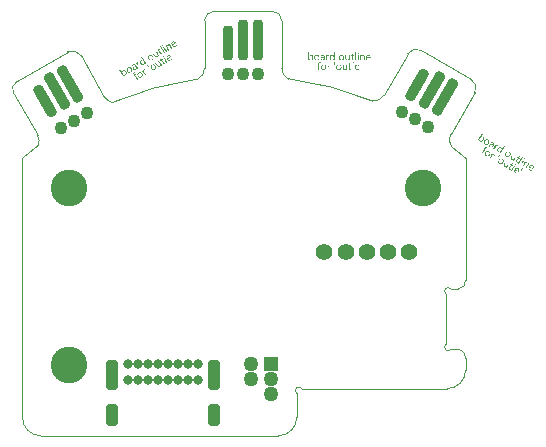
<source format=gbs>
G04*
G04 #@! TF.GenerationSoftware,Altium Limited,Altium Designer,21.2.2 (38)*
G04*
G04 Layer_Color=16711935*
%FSAX25Y25*%
%MOIN*%
G70*
G04*
G04 #@! TF.SameCoordinates,45594BEC-2849-4BF4-9243-89CCF95E6EF7*
G04*
G04*
G04 #@! TF.FilePolarity,Negative*
G04*
G01*
G75*
%ADD10C,0.00394*%
%ADD54C,0.00591*%
%ADD55C,0.12205*%
%ADD56R,0.04961X0.04961*%
%ADD57C,0.04961*%
%ADD58C,0.03150*%
G04:AMPARAMS|DCode=59|XSize=41.34mil|YSize=72.84mil|CornerRadius=11.81mil|HoleSize=0mil|Usage=FLASHONLY|Rotation=0.000|XOffset=0mil|YOffset=0mil|HoleType=Round|Shape=RoundedRectangle|*
%AMROUNDEDRECTD59*
21,1,0.04134,0.04921,0,0,0.0*
21,1,0.01772,0.07284,0,0,0.0*
1,1,0.02362,0.00886,-0.02461*
1,1,0.02362,-0.00886,-0.02461*
1,1,0.02362,-0.00886,0.02461*
1,1,0.02362,0.00886,0.02461*
%
%ADD59ROUNDEDRECTD59*%
G04:AMPARAMS|DCode=60|XSize=41.34mil|YSize=100.39mil|CornerRadius=11.81mil|HoleSize=0mil|Usage=FLASHONLY|Rotation=0.000|XOffset=0mil|YOffset=0mil|HoleType=Round|Shape=RoundedRectangle|*
%AMROUNDEDRECTD60*
21,1,0.04134,0.07677,0,0,0.0*
21,1,0.01772,0.10039,0,0,0.0*
1,1,0.02362,0.00886,-0.03839*
1,1,0.02362,-0.00886,-0.03839*
1,1,0.02362,-0.00886,0.03839*
1,1,0.02362,0.00886,0.03839*
%
%ADD60ROUNDEDRECTD60*%
G04:AMPARAMS|DCode=77|XSize=35.43mil|YSize=135.83mil|CornerRadius=13.82mil|HoleSize=0mil|Usage=FLASHONLY|Rotation=30.000|XOffset=0mil|YOffset=0mil|HoleType=Round|Shape=RoundedRectangle|*
%AMROUNDEDRECTD77*
21,1,0.03543,0.10819,0,0,30.0*
21,1,0.00780,0.13583,0,0,30.0*
1,1,0.02764,0.03042,-0.04490*
1,1,0.02764,0.02367,-0.04880*
1,1,0.02764,-0.03042,0.04490*
1,1,0.02764,-0.02367,0.04880*
%
%ADD77ROUNDEDRECTD77*%
G04:AMPARAMS|DCode=78|XSize=35.43mil|YSize=116.14mil|CornerRadius=13.82mil|HoleSize=0mil|Usage=FLASHONLY|Rotation=30.000|XOffset=0mil|YOffset=0mil|HoleType=Round|Shape=RoundedRectangle|*
%AMROUNDEDRECTD78*
21,1,0.03543,0.08850,0,0,30.0*
21,1,0.00780,0.11614,0,0,30.0*
1,1,0.02764,0.02550,-0.03637*
1,1,0.02764,0.01875,-0.04027*
1,1,0.02764,-0.02550,0.03637*
1,1,0.02764,-0.01875,0.04027*
%
%ADD78ROUNDEDRECTD78*%
G04:AMPARAMS|DCode=79|XSize=35.43mil|YSize=135.83mil|CornerRadius=13.82mil|HoleSize=0mil|Usage=FLASHONLY|Rotation=0.000|XOffset=0mil|YOffset=0mil|HoleType=Round|Shape=RoundedRectangle|*
%AMROUNDEDRECTD79*
21,1,0.03543,0.10819,0,0,0.0*
21,1,0.00780,0.13583,0,0,0.0*
1,1,0.02764,0.00390,-0.05409*
1,1,0.02764,-0.00390,-0.05409*
1,1,0.02764,-0.00390,0.05409*
1,1,0.02764,0.00390,0.05409*
%
%ADD79ROUNDEDRECTD79*%
G04:AMPARAMS|DCode=80|XSize=35.43mil|YSize=116.14mil|CornerRadius=13.82mil|HoleSize=0mil|Usage=FLASHONLY|Rotation=0.000|XOffset=0mil|YOffset=0mil|HoleType=Round|Shape=RoundedRectangle|*
%AMROUNDEDRECTD80*
21,1,0.03543,0.08850,0,0,0.0*
21,1,0.00780,0.11614,0,0,0.0*
1,1,0.02764,0.00390,-0.04425*
1,1,0.02764,-0.00390,-0.04425*
1,1,0.02764,-0.00390,0.04425*
1,1,0.02764,0.00390,0.04425*
%
%ADD80ROUNDEDRECTD80*%
G04:AMPARAMS|DCode=81|XSize=35.43mil|YSize=135.83mil|CornerRadius=13.82mil|HoleSize=0mil|Usage=FLASHONLY|Rotation=330.000|XOffset=0mil|YOffset=0mil|HoleType=Round|Shape=RoundedRectangle|*
%AMROUNDEDRECTD81*
21,1,0.03543,0.10819,0,0,330.0*
21,1,0.00780,0.13583,0,0,330.0*
1,1,0.02764,-0.02367,-0.04880*
1,1,0.02764,-0.03042,-0.04490*
1,1,0.02764,0.02367,0.04880*
1,1,0.02764,0.03042,0.04490*
%
%ADD81ROUNDEDRECTD81*%
G04:AMPARAMS|DCode=82|XSize=35.43mil|YSize=116.14mil|CornerRadius=13.82mil|HoleSize=0mil|Usage=FLASHONLY|Rotation=330.000|XOffset=0mil|YOffset=0mil|HoleType=Round|Shape=RoundedRectangle|*
%AMROUNDEDRECTD82*
21,1,0.03543,0.08850,0,0,330.0*
21,1,0.00780,0.11614,0,0,330.0*
1,1,0.02764,-0.01875,-0.04027*
1,1,0.02764,-0.02550,-0.03637*
1,1,0.02764,0.01875,0.04027*
1,1,0.02764,0.02550,0.03637*
%
%ADD82ROUNDEDRECTD82*%
%ADD84C,0.04331*%
%ADD85C,0.05591*%
G36*
X0038342Y0118576D02*
X0038361Y0118573D01*
X0038381Y0118567D01*
X0038404Y0118557D01*
X0038427Y0118544D01*
X0038447Y0118527D01*
X0038450Y0118524D01*
X0038457Y0118517D01*
X0038463Y0118507D01*
X0038476Y0118491D01*
X0038486Y0118471D01*
X0038493Y0118448D01*
X0038499Y0118426D01*
X0038503Y0118396D01*
Y0118393D01*
Y0118383D01*
X0038499Y0118370D01*
X0038496Y0118350D01*
X0038489Y0118327D01*
X0038480Y0118307D01*
X0038467Y0118284D01*
X0038447Y0118261D01*
X0038443Y0118258D01*
X0038437Y0118255D01*
X0038427Y0118245D01*
X0038411Y0118235D01*
X0038391Y0118225D01*
X0038368Y0118219D01*
X0038345Y0118212D01*
X0038316Y0118209D01*
X0038302D01*
X0038289Y0118212D01*
X0038270Y0118216D01*
X0038250Y0118222D01*
X0038227Y0118232D01*
X0038204Y0118245D01*
X0038184Y0118261D01*
X0038181Y0118265D01*
X0038178Y0118271D01*
X0038168Y0118281D01*
X0038158Y0118298D01*
X0038148Y0118317D01*
X0038142Y0118340D01*
X0038135Y0118366D01*
X0038132Y0118396D01*
Y0118399D01*
Y0118409D01*
X0038135Y0118422D01*
X0038138Y0118442D01*
X0038145Y0118462D01*
X0038155Y0118484D01*
X0038168Y0118507D01*
X0038184Y0118527D01*
X0038188Y0118530D01*
X0038194Y0118537D01*
X0038204Y0118544D01*
X0038221Y0118553D01*
X0038240Y0118563D01*
X0038263Y0118573D01*
X0038286Y0118576D01*
X0038316Y0118580D01*
X0038329D01*
X0038342Y0118576D01*
D02*
G37*
G36*
X0030460Y0115985D02*
X0030178D01*
Y0116287D01*
X0030171D01*
X0030168Y0116284D01*
X0030161Y0116274D01*
X0030152Y0116254D01*
X0030135Y0116234D01*
X0030112Y0116208D01*
X0030086Y0116179D01*
X0030057Y0116149D01*
X0030020Y0116116D01*
X0029978Y0116084D01*
X0029935Y0116054D01*
X0029883Y0116024D01*
X0029827Y0115998D01*
X0029768Y0115979D01*
X0029702Y0115962D01*
X0029633Y0115949D01*
X0029558Y0115946D01*
X0029545D01*
X0029525Y0115949D01*
X0029502D01*
X0029476Y0115952D01*
X0029443Y0115959D01*
X0029404Y0115965D01*
X0029364Y0115975D01*
X0029325Y0115988D01*
X0029279Y0116005D01*
X0029237Y0116021D01*
X0029191Y0116044D01*
X0029148Y0116074D01*
X0029105Y0116103D01*
X0029063Y0116139D01*
X0029023Y0116182D01*
X0029020Y0116185D01*
X0029013Y0116192D01*
X0029004Y0116208D01*
X0028994Y0116225D01*
X0028977Y0116251D01*
X0028961Y0116277D01*
X0028941Y0116313D01*
X0028925Y0116352D01*
X0028905Y0116395D01*
X0028886Y0116444D01*
X0028869Y0116497D01*
X0028856Y0116556D01*
X0028843Y0116618D01*
X0028833Y0116684D01*
X0028827Y0116756D01*
X0028823Y0116831D01*
Y0116838D01*
Y0116851D01*
Y0116874D01*
X0028827Y0116903D01*
X0028830Y0116943D01*
X0028836Y0116985D01*
X0028843Y0117031D01*
X0028853Y0117084D01*
X0028879Y0117195D01*
X0028895Y0117254D01*
X0028918Y0117314D01*
X0028945Y0117373D01*
X0028974Y0117432D01*
X0029007Y0117484D01*
X0029046Y0117537D01*
X0029050Y0117540D01*
X0029056Y0117550D01*
X0029069Y0117563D01*
X0029086Y0117579D01*
X0029109Y0117599D01*
X0029135Y0117622D01*
X0029168Y0117645D01*
X0029204Y0117671D01*
X0029243Y0117694D01*
X0029289Y0117717D01*
X0029338Y0117740D01*
X0029391Y0117760D01*
X0029447Y0117779D01*
X0029506Y0117792D01*
X0029571Y0117799D01*
X0029637Y0117802D01*
X0029653D01*
X0029673Y0117799D01*
X0029696D01*
X0029729Y0117792D01*
X0029761Y0117786D01*
X0029801Y0117779D01*
X0029840Y0117766D01*
X0029886Y0117750D01*
X0029929Y0117733D01*
X0029975Y0117707D01*
X0030017Y0117681D01*
X0030060Y0117648D01*
X0030099Y0117609D01*
X0030139Y0117566D01*
X0030171Y0117514D01*
X0030178D01*
Y0118612D01*
X0030460D01*
Y0115985D01*
D02*
G37*
G36*
X0039952Y0117799D02*
X0039975Y0117796D01*
X0040005Y0117792D01*
X0040067Y0117779D01*
X0040139Y0117756D01*
X0040179Y0117740D01*
X0040215Y0117724D01*
X0040251Y0117701D01*
X0040287Y0117674D01*
X0040320Y0117645D01*
X0040349Y0117612D01*
X0040352Y0117609D01*
X0040356Y0117602D01*
X0040362Y0117592D01*
X0040372Y0117576D01*
X0040385Y0117560D01*
X0040398Y0117533D01*
X0040411Y0117507D01*
X0040428Y0117474D01*
X0040441Y0117438D01*
X0040454Y0117399D01*
X0040467Y0117353D01*
X0040480Y0117304D01*
X0040490Y0117251D01*
X0040497Y0117195D01*
X0040503Y0117136D01*
Y0117071D01*
Y0115985D01*
X0040218D01*
Y0116995D01*
Y0116999D01*
Y0117002D01*
Y0117018D01*
X0040215Y0117048D01*
X0040211Y0117084D01*
X0040205Y0117127D01*
X0040195Y0117176D01*
X0040182Y0117225D01*
X0040165Y0117281D01*
X0040146Y0117333D01*
X0040116Y0117382D01*
X0040084Y0117432D01*
X0040044Y0117474D01*
X0039995Y0117510D01*
X0039942Y0117540D01*
X0039877Y0117556D01*
X0039841Y0117563D01*
X0039785D01*
X0039769Y0117560D01*
X0039752D01*
X0039729Y0117553D01*
X0039680Y0117543D01*
X0039624Y0117524D01*
X0039565Y0117494D01*
X0039536Y0117478D01*
X0039506Y0117455D01*
X0039477Y0117432D01*
X0039450Y0117402D01*
Y0117399D01*
X0039444Y0117395D01*
X0039437Y0117386D01*
X0039428Y0117373D01*
X0039418Y0117356D01*
X0039408Y0117340D01*
X0039382Y0117291D01*
X0039355Y0117232D01*
X0039336Y0117163D01*
X0039319Y0117084D01*
X0039313Y0116995D01*
Y0115985D01*
X0039027D01*
Y0117760D01*
X0039313D01*
Y0117464D01*
X0039319D01*
X0039323Y0117468D01*
X0039329Y0117478D01*
X0039339Y0117497D01*
X0039355Y0117517D01*
X0039378Y0117543D01*
X0039405Y0117573D01*
X0039434Y0117602D01*
X0039467Y0117635D01*
X0039506Y0117665D01*
X0039549Y0117694D01*
X0039598Y0117724D01*
X0039651Y0117750D01*
X0039706Y0117773D01*
X0039769Y0117789D01*
X0039834Y0117799D01*
X0039903Y0117802D01*
X0039933D01*
X0039952Y0117799D01*
D02*
G37*
G36*
X0028528Y0117789D02*
X0028584Y0117783D01*
X0028613Y0117776D01*
X0028636Y0117766D01*
Y0117471D01*
X0028633Y0117474D01*
X0028623Y0117481D01*
X0028604Y0117491D01*
X0028581Y0117500D01*
X0028551Y0117510D01*
X0028512Y0117520D01*
X0028469Y0117527D01*
X0028420Y0117530D01*
X0028403D01*
X0028390Y0117527D01*
X0028357Y0117520D01*
X0028315Y0117507D01*
X0028266Y0117487D01*
X0028216Y0117458D01*
X0028190Y0117438D01*
X0028164Y0117415D01*
X0028138Y0117386D01*
X0028115Y0117356D01*
Y0117353D01*
X0028108Y0117350D01*
X0028105Y0117340D01*
X0028095Y0117327D01*
X0028085Y0117307D01*
X0028075Y0117287D01*
X0028066Y0117261D01*
X0028056Y0117235D01*
X0028043Y0117202D01*
X0028033Y0117169D01*
X0028023Y0117130D01*
X0028013Y0117087D01*
X0028000Y0116995D01*
X0027993Y0116890D01*
Y0115985D01*
X0027708D01*
Y0117760D01*
X0027993D01*
Y0117392D01*
X0028000D01*
Y0117395D01*
X0028003Y0117402D01*
X0028007Y0117412D01*
X0028013Y0117425D01*
X0028026Y0117458D01*
X0028046Y0117500D01*
X0028072Y0117546D01*
X0028105Y0117596D01*
X0028144Y0117645D01*
X0028187Y0117687D01*
X0028194Y0117691D01*
X0028210Y0117704D01*
X0028236Y0117720D01*
X0028269Y0117740D01*
X0028308Y0117760D01*
X0028357Y0117776D01*
X0028410Y0117789D01*
X0028466Y0117792D01*
X0028505D01*
X0028528Y0117789D01*
D02*
G37*
G36*
X0035531Y0115985D02*
X0035245D01*
Y0116264D01*
X0035239D01*
X0035236Y0116261D01*
X0035229Y0116251D01*
X0035219Y0116234D01*
X0035206Y0116215D01*
X0035186Y0116192D01*
X0035164Y0116162D01*
X0035137Y0116136D01*
X0035105Y0116106D01*
X0035068Y0116074D01*
X0035029Y0116048D01*
X0034983Y0116021D01*
X0034934Y0115995D01*
X0034878Y0115975D01*
X0034822Y0115959D01*
X0034760Y0115949D01*
X0034691Y0115946D01*
X0034665D01*
X0034632Y0115952D01*
X0034593Y0115959D01*
X0034544Y0115969D01*
X0034491Y0115985D01*
X0034435Y0116008D01*
X0034376Y0116041D01*
X0034317Y0116080D01*
X0034258Y0116129D01*
X0034206Y0116189D01*
X0034179Y0116225D01*
X0034157Y0116264D01*
X0034137Y0116303D01*
X0034117Y0116349D01*
X0034101Y0116398D01*
X0034084Y0116448D01*
X0034075Y0116503D01*
X0034065Y0116566D01*
X0034061Y0116628D01*
X0034058Y0116697D01*
Y0117760D01*
X0034340D01*
Y0116743D01*
Y0116736D01*
Y0116720D01*
X0034343Y0116690D01*
X0034347Y0116654D01*
X0034353Y0116612D01*
X0034363Y0116566D01*
X0034376Y0116513D01*
X0034393Y0116464D01*
X0034416Y0116411D01*
X0034445Y0116359D01*
X0034481Y0116313D01*
X0034521Y0116270D01*
X0034570Y0116234D01*
X0034629Y0116205D01*
X0034694Y0116189D01*
X0034731Y0116185D01*
X0034770Y0116182D01*
X0034790D01*
X0034806Y0116185D01*
X0034842Y0116189D01*
X0034891Y0116202D01*
X0034944Y0116218D01*
X0034999Y0116244D01*
X0035059Y0116284D01*
X0035085Y0116307D01*
X0035111Y0116333D01*
Y0116336D01*
X0035118Y0116339D01*
X0035124Y0116349D01*
X0035131Y0116362D01*
X0035154Y0116395D01*
X0035180Y0116441D01*
X0035203Y0116500D01*
X0035226Y0116569D01*
X0035239Y0116648D01*
X0035245Y0116736D01*
Y0117760D01*
X0035531D01*
Y0115985D01*
D02*
G37*
G36*
X0038453D02*
X0038168D01*
Y0117760D01*
X0038453D01*
Y0115985D01*
D02*
G37*
G36*
X0037594D02*
X0037309D01*
Y0118612D01*
X0037594D01*
Y0115985D01*
D02*
G37*
G36*
X0026606Y0117799D02*
X0026645Y0117792D01*
X0026691Y0117783D01*
X0026744Y0117766D01*
X0026803Y0117746D01*
X0026862Y0117720D01*
X0026918Y0117684D01*
X0026977Y0117641D01*
X0027029Y0117586D01*
X0027075Y0117524D01*
X0027114Y0117448D01*
X0027131Y0117405D01*
X0027147Y0117359D01*
X0027157Y0117310D01*
X0027167Y0117258D01*
X0027170Y0117199D01*
X0027173Y0117140D01*
Y0115985D01*
X0026888D01*
Y0116261D01*
X0026882D01*
X0026878Y0116257D01*
X0026872Y0116247D01*
X0026862Y0116231D01*
X0026845Y0116211D01*
X0026826Y0116189D01*
X0026803Y0116162D01*
X0026777Y0116133D01*
X0026744Y0116103D01*
X0026708Y0116074D01*
X0026665Y0116044D01*
X0026622Y0116018D01*
X0026573Y0115995D01*
X0026517Y0115975D01*
X0026462Y0115959D01*
X0026399Y0115949D01*
X0026334Y0115946D01*
X0026307D01*
X0026291Y0115949D01*
X0026268D01*
X0026242Y0115952D01*
X0026183Y0115962D01*
X0026117Y0115979D01*
X0026048Y0116005D01*
X0025983Y0116038D01*
X0025921Y0116084D01*
Y0116087D01*
X0025914Y0116090D01*
X0025897Y0116110D01*
X0025871Y0116139D01*
X0025845Y0116182D01*
X0025819Y0116234D01*
X0025793Y0116297D01*
X0025776Y0116372D01*
X0025773Y0116411D01*
X0025770Y0116454D01*
Y0116461D01*
Y0116477D01*
X0025773Y0116500D01*
X0025779Y0116533D01*
X0025786Y0116572D01*
X0025799Y0116615D01*
X0025819Y0116664D01*
X0025842Y0116713D01*
X0025875Y0116766D01*
X0025914Y0116815D01*
X0025960Y0116864D01*
X0026019Y0116910D01*
X0026085Y0116949D01*
X0026163Y0116985D01*
X0026255Y0117015D01*
X0026304Y0117025D01*
X0026357Y0117035D01*
X0026888Y0117110D01*
Y0117117D01*
Y0117130D01*
X0026885Y0117153D01*
X0026882Y0117182D01*
X0026878Y0117215D01*
X0026868Y0117254D01*
X0026859Y0117294D01*
X0026842Y0117336D01*
X0026823Y0117379D01*
X0026799Y0117419D01*
X0026770Y0117458D01*
X0026734Y0117491D01*
X0026691Y0117520D01*
X0026645Y0117543D01*
X0026590Y0117556D01*
X0026524Y0117563D01*
X0026491D01*
X0026468Y0117560D01*
X0026442Y0117556D01*
X0026409Y0117550D01*
X0026373Y0117543D01*
X0026331Y0117537D01*
X0026242Y0117510D01*
X0026193Y0117491D01*
X0026144Y0117471D01*
X0026094Y0117445D01*
X0026042Y0117415D01*
X0025993Y0117382D01*
X0025943Y0117343D01*
Y0117635D01*
X0025947Y0117638D01*
X0025957Y0117641D01*
X0025970Y0117651D01*
X0025989Y0117661D01*
X0026016Y0117674D01*
X0026045Y0117687D01*
X0026078Y0117704D01*
X0026117Y0117720D01*
X0026160Y0117733D01*
X0026206Y0117750D01*
X0026255Y0117763D01*
X0026307Y0117776D01*
X0026422Y0117796D01*
X0026485Y0117799D01*
X0026547Y0117802D01*
X0026573D01*
X0026606Y0117799D01*
D02*
G37*
G36*
X0036482Y0117760D02*
X0036928D01*
Y0117517D01*
X0036482D01*
Y0116516D01*
Y0116513D01*
Y0116510D01*
Y0116500D01*
Y0116487D01*
X0036485Y0116454D01*
X0036489Y0116418D01*
X0036495Y0116376D01*
X0036508Y0116333D01*
X0036521Y0116294D01*
X0036541Y0116261D01*
X0036544Y0116257D01*
X0036554Y0116247D01*
X0036567Y0116238D01*
X0036590Y0116225D01*
X0036620Y0116208D01*
X0036653Y0116198D01*
X0036695Y0116189D01*
X0036744Y0116185D01*
X0036764D01*
X0036784Y0116189D01*
X0036807Y0116192D01*
X0036836Y0116198D01*
X0036869Y0116211D01*
X0036899Y0116225D01*
X0036928Y0116244D01*
Y0116001D01*
X0036925Y0115998D01*
X0036912Y0115995D01*
X0036889Y0115985D01*
X0036859Y0115975D01*
X0036820Y0115965D01*
X0036777Y0115959D01*
X0036725Y0115952D01*
X0036666Y0115949D01*
X0036646D01*
X0036623Y0115952D01*
X0036594Y0115959D01*
X0036557Y0115965D01*
X0036518Y0115975D01*
X0036476Y0115992D01*
X0036433Y0116015D01*
X0036387Y0116041D01*
X0036344Y0116077D01*
X0036305Y0116116D01*
X0036269Y0116169D01*
X0036239Y0116228D01*
X0036216Y0116297D01*
X0036203Y0116376D01*
X0036197Y0116467D01*
Y0117517D01*
X0035892D01*
Y0117760D01*
X0036197D01*
Y0118193D01*
X0036482Y0118284D01*
Y0117760D01*
D02*
G37*
G36*
X0041796Y0117799D02*
X0041822Y0117796D01*
X0041858Y0117789D01*
X0041894Y0117783D01*
X0041933Y0117773D01*
X0041976Y0117763D01*
X0042022Y0117746D01*
X0042065Y0117730D01*
X0042111Y0117707D01*
X0042153Y0117681D01*
X0042196Y0117651D01*
X0042239Y0117615D01*
X0042275Y0117576D01*
X0042278Y0117573D01*
X0042284Y0117566D01*
X0042291Y0117553D01*
X0042304Y0117533D01*
X0042317Y0117510D01*
X0042334Y0117484D01*
X0042353Y0117451D01*
X0042370Y0117412D01*
X0042386Y0117369D01*
X0042406Y0117323D01*
X0042422Y0117271D01*
X0042435Y0117215D01*
X0042448Y0117156D01*
X0042458Y0117090D01*
X0042461Y0117022D01*
X0042465Y0116949D01*
Y0116802D01*
X0041212D01*
Y0116799D01*
Y0116789D01*
X0041215Y0116772D01*
Y0116753D01*
X0041218Y0116726D01*
X0041222Y0116700D01*
X0041235Y0116631D01*
X0041254Y0116559D01*
X0041281Y0116484D01*
X0041320Y0116408D01*
X0041343Y0116376D01*
X0041369Y0116343D01*
X0041373Y0116339D01*
X0041376Y0116336D01*
X0041386Y0116330D01*
X0041399Y0116316D01*
X0041412Y0116307D01*
X0041432Y0116294D01*
X0041481Y0116264D01*
X0041540Y0116234D01*
X0041612Y0116208D01*
X0041697Y0116189D01*
X0041743Y0116185D01*
X0041792Y0116182D01*
X0041822D01*
X0041842Y0116185D01*
X0041868Y0116189D01*
X0041901Y0116192D01*
X0041933Y0116198D01*
X0041973Y0116208D01*
X0042058Y0116231D01*
X0042104Y0116247D01*
X0042150Y0116264D01*
X0042199Y0116287D01*
X0042248Y0116313D01*
X0042294Y0116343D01*
X0042343Y0116379D01*
Y0116113D01*
X0042340Y0116110D01*
X0042334Y0116106D01*
X0042320Y0116097D01*
X0042301Y0116087D01*
X0042278Y0116074D01*
X0042248Y0116061D01*
X0042215Y0116044D01*
X0042179Y0116031D01*
X0042137Y0116015D01*
X0042091Y0115998D01*
X0042038Y0115985D01*
X0041983Y0115972D01*
X0041924Y0115962D01*
X0041861Y0115952D01*
X0041796Y0115949D01*
X0041723Y0115946D01*
X0041707D01*
X0041687Y0115949D01*
X0041661D01*
X0041628Y0115952D01*
X0041592Y0115959D01*
X0041553Y0115965D01*
X0041507Y0115975D01*
X0041461Y0115988D01*
X0041412Y0116005D01*
X0041363Y0116024D01*
X0041313Y0116048D01*
X0041264Y0116074D01*
X0041218Y0116106D01*
X0041173Y0116143D01*
X0041130Y0116185D01*
X0041127Y0116189D01*
X0041120Y0116195D01*
X0041110Y0116211D01*
X0041097Y0116231D01*
X0041081Y0116254D01*
X0041061Y0116284D01*
X0041045Y0116320D01*
X0041025Y0116359D01*
X0041002Y0116405D01*
X0040986Y0116457D01*
X0040966Y0116513D01*
X0040949Y0116572D01*
X0040936Y0116638D01*
X0040927Y0116710D01*
X0040920Y0116785D01*
X0040917Y0116864D01*
Y0116867D01*
Y0116884D01*
X0040920Y0116903D01*
Y0116933D01*
X0040923Y0116969D01*
X0040930Y0117008D01*
X0040936Y0117054D01*
X0040946Y0117104D01*
X0040959Y0117156D01*
X0040976Y0117212D01*
X0040992Y0117268D01*
X0041015Y0117327D01*
X0041045Y0117382D01*
X0041074Y0117435D01*
X0041110Y0117491D01*
X0041153Y0117540D01*
X0041156Y0117543D01*
X0041163Y0117550D01*
X0041176Y0117563D01*
X0041195Y0117582D01*
X0041218Y0117602D01*
X0041245Y0117622D01*
X0041277Y0117648D01*
X0041313Y0117671D01*
X0041356Y0117694D01*
X0041399Y0117720D01*
X0041448Y0117740D01*
X0041500Y0117763D01*
X0041553Y0117779D01*
X0041612Y0117792D01*
X0041674Y0117799D01*
X0041737Y0117802D01*
X0041769D01*
X0041796Y0117799D01*
D02*
G37*
G36*
X0032861D02*
X0032894Y0117796D01*
X0032933Y0117789D01*
X0032976Y0117783D01*
X0033022Y0117773D01*
X0033071Y0117760D01*
X0033120Y0117743D01*
X0033173Y0117724D01*
X0033225Y0117697D01*
X0033274Y0117671D01*
X0033323Y0117638D01*
X0033373Y0117599D01*
X0033415Y0117556D01*
X0033419Y0117553D01*
X0033425Y0117546D01*
X0033435Y0117530D01*
X0033451Y0117510D01*
X0033468Y0117487D01*
X0033487Y0117458D01*
X0033507Y0117422D01*
X0033527Y0117379D01*
X0033547Y0117333D01*
X0033569Y0117284D01*
X0033586Y0117228D01*
X0033602Y0117166D01*
X0033619Y0117104D01*
X0033628Y0117031D01*
X0033635Y0116956D01*
X0033638Y0116877D01*
Y0116874D01*
Y0116858D01*
Y0116838D01*
X0033635Y0116808D01*
X0033632Y0116772D01*
X0033625Y0116730D01*
X0033619Y0116684D01*
X0033609Y0116635D01*
X0033596Y0116582D01*
X0033579Y0116526D01*
X0033560Y0116471D01*
X0033537Y0116411D01*
X0033510Y0116356D01*
X0033478Y0116300D01*
X0033441Y0116247D01*
X0033399Y0116198D01*
X0033396Y0116195D01*
X0033389Y0116189D01*
X0033373Y0116175D01*
X0033356Y0116159D01*
X0033330Y0116139D01*
X0033301Y0116120D01*
X0033268Y0116097D01*
X0033228Y0116074D01*
X0033186Y0116048D01*
X0033136Y0116024D01*
X0033084Y0116005D01*
X0033028Y0115985D01*
X0032966Y0115969D01*
X0032900Y0115956D01*
X0032831Y0115949D01*
X0032756Y0115946D01*
X0032740D01*
X0032717Y0115949D01*
X0032690D01*
X0032658Y0115952D01*
X0032618Y0115959D01*
X0032576Y0115965D01*
X0032530Y0115975D01*
X0032480Y0115988D01*
X0032428Y0116005D01*
X0032375Y0116024D01*
X0032323Y0116051D01*
X0032271Y0116077D01*
X0032221Y0116110D01*
X0032172Y0116149D01*
X0032126Y0116192D01*
X0032123Y0116195D01*
X0032116Y0116205D01*
X0032103Y0116218D01*
X0032090Y0116238D01*
X0032070Y0116261D01*
X0032051Y0116294D01*
X0032031Y0116326D01*
X0032008Y0116369D01*
X0031985Y0116411D01*
X0031966Y0116464D01*
X0031946Y0116516D01*
X0031926Y0116576D01*
X0031913Y0116638D01*
X0031900Y0116707D01*
X0031893Y0116776D01*
X0031890Y0116851D01*
Y0116858D01*
Y0116871D01*
X0031893Y0116894D01*
Y0116923D01*
X0031897Y0116963D01*
X0031903Y0117005D01*
X0031910Y0117054D01*
X0031920Y0117107D01*
X0031933Y0117159D01*
X0031949Y0117218D01*
X0031969Y0117277D01*
X0031992Y0117333D01*
X0032021Y0117392D01*
X0032054Y0117448D01*
X0032090Y0117500D01*
X0032133Y0117550D01*
X0032136Y0117553D01*
X0032146Y0117560D01*
X0032159Y0117573D01*
X0032179Y0117589D01*
X0032202Y0117609D01*
X0032231Y0117628D01*
X0032267Y0117651D01*
X0032307Y0117678D01*
X0032353Y0117701D01*
X0032402Y0117724D01*
X0032458Y0117743D01*
X0032517Y0117763D01*
X0032579Y0117779D01*
X0032648Y0117792D01*
X0032720Y0117799D01*
X0032795Y0117802D01*
X0032835D01*
X0032861Y0117799D01*
D02*
G37*
G36*
X0024667D02*
X0024700Y0117796D01*
X0024740Y0117789D01*
X0024782Y0117783D01*
X0024828Y0117773D01*
X0024877Y0117760D01*
X0024927Y0117743D01*
X0024979Y0117724D01*
X0025032Y0117697D01*
X0025081Y0117671D01*
X0025130Y0117638D01*
X0025179Y0117599D01*
X0025222Y0117556D01*
X0025225Y0117553D01*
X0025232Y0117546D01*
X0025242Y0117530D01*
X0025258Y0117510D01*
X0025274Y0117487D01*
X0025294Y0117458D01*
X0025314Y0117422D01*
X0025333Y0117379D01*
X0025353Y0117333D01*
X0025376Y0117284D01*
X0025392Y0117228D01*
X0025409Y0117166D01*
X0025425Y0117104D01*
X0025435Y0117031D01*
X0025442Y0116956D01*
X0025445Y0116877D01*
Y0116874D01*
Y0116858D01*
Y0116838D01*
X0025442Y0116808D01*
X0025438Y0116772D01*
X0025432Y0116730D01*
X0025425Y0116684D01*
X0025415Y0116635D01*
X0025402Y0116582D01*
X0025386Y0116526D01*
X0025366Y0116471D01*
X0025343Y0116411D01*
X0025317Y0116356D01*
X0025284Y0116300D01*
X0025248Y0116247D01*
X0025205Y0116198D01*
X0025202Y0116195D01*
X0025196Y0116189D01*
X0025179Y0116175D01*
X0025163Y0116159D01*
X0025137Y0116139D01*
X0025107Y0116120D01*
X0025074Y0116097D01*
X0025035Y0116074D01*
X0024992Y0116048D01*
X0024943Y0116024D01*
X0024891Y0116005D01*
X0024835Y0115985D01*
X0024772Y0115969D01*
X0024707Y0115956D01*
X0024638Y0115949D01*
X0024563Y0115946D01*
X0024546D01*
X0024523Y0115949D01*
X0024497D01*
X0024464Y0115952D01*
X0024425Y0115959D01*
X0024382Y0115965D01*
X0024336Y0115975D01*
X0024287Y0115988D01*
X0024235Y0116005D01*
X0024182Y0116024D01*
X0024130Y0116051D01*
X0024077Y0116077D01*
X0024028Y0116110D01*
X0023979Y0116149D01*
X0023933Y0116192D01*
X0023930Y0116195D01*
X0023923Y0116205D01*
X0023910Y0116218D01*
X0023897Y0116238D01*
X0023877Y0116261D01*
X0023857Y0116294D01*
X0023838Y0116326D01*
X0023815Y0116369D01*
X0023792Y0116411D01*
X0023772Y0116464D01*
X0023752Y0116516D01*
X0023733Y0116576D01*
X0023720Y0116638D01*
X0023707Y0116707D01*
X0023700Y0116776D01*
X0023697Y0116851D01*
Y0116858D01*
Y0116871D01*
X0023700Y0116894D01*
Y0116923D01*
X0023703Y0116963D01*
X0023710Y0117005D01*
X0023716Y0117054D01*
X0023726Y0117107D01*
X0023739Y0117159D01*
X0023756Y0117218D01*
X0023775Y0117277D01*
X0023798Y0117333D01*
X0023828Y0117392D01*
X0023861Y0117448D01*
X0023897Y0117500D01*
X0023939Y0117550D01*
X0023943Y0117553D01*
X0023953Y0117560D01*
X0023966Y0117573D01*
X0023985Y0117589D01*
X0024008Y0117609D01*
X0024038Y0117628D01*
X0024074Y0117651D01*
X0024113Y0117678D01*
X0024159Y0117701D01*
X0024208Y0117724D01*
X0024264Y0117743D01*
X0024323Y0117763D01*
X0024385Y0117779D01*
X0024454Y0117792D01*
X0024527Y0117799D01*
X0024602Y0117802D01*
X0024641D01*
X0024667Y0117799D01*
D02*
G37*
G36*
X0022014Y0117448D02*
X0022021D01*
X0022024Y0117451D01*
X0022030Y0117464D01*
X0022043Y0117481D01*
X0022060Y0117504D01*
X0022083Y0117530D01*
X0022109Y0117560D01*
X0022139Y0117592D01*
X0022175Y0117625D01*
X0022217Y0117658D01*
X0022263Y0117691D01*
X0022312Y0117720D01*
X0022368Y0117746D01*
X0022427Y0117770D01*
X0022493Y0117786D01*
X0022562Y0117799D01*
X0022634Y0117802D01*
X0022667D01*
X0022690Y0117799D01*
X0022719Y0117796D01*
X0022752Y0117789D01*
X0022791Y0117783D01*
X0022831Y0117773D01*
X0022873Y0117760D01*
X0022916Y0117743D01*
X0022962Y0117724D01*
X0023005Y0117701D01*
X0023047Y0117674D01*
X0023090Y0117641D01*
X0023133Y0117605D01*
X0023169Y0117563D01*
X0023172Y0117560D01*
X0023178Y0117553D01*
X0023185Y0117537D01*
X0023198Y0117520D01*
X0023214Y0117494D01*
X0023231Y0117468D01*
X0023247Y0117432D01*
X0023267Y0117392D01*
X0023283Y0117350D01*
X0023300Y0117300D01*
X0023316Y0117248D01*
X0023333Y0117192D01*
X0023346Y0117130D01*
X0023352Y0117064D01*
X0023359Y0116995D01*
X0023362Y0116923D01*
Y0116917D01*
Y0116903D01*
Y0116881D01*
X0023359Y0116851D01*
X0023356Y0116812D01*
X0023352Y0116769D01*
X0023346Y0116720D01*
X0023336Y0116667D01*
X0023310Y0116553D01*
X0023293Y0116493D01*
X0023270Y0116435D01*
X0023247Y0116376D01*
X0023218Y0116320D01*
X0023185Y0116264D01*
X0023146Y0116211D01*
X0023142Y0116208D01*
X0023136Y0116202D01*
X0023123Y0116189D01*
X0023106Y0116169D01*
X0023083Y0116149D01*
X0023057Y0116126D01*
X0023028Y0116103D01*
X0022991Y0116080D01*
X0022949Y0116054D01*
X0022906Y0116031D01*
X0022857Y0116008D01*
X0022805Y0115988D01*
X0022745Y0115972D01*
X0022686Y0115959D01*
X0022621Y0115949D01*
X0022552Y0115946D01*
X0022535D01*
X0022519Y0115949D01*
X0022493D01*
X0022467Y0115956D01*
X0022431Y0115962D01*
X0022395Y0115972D01*
X0022355Y0115982D01*
X0022312Y0115998D01*
X0022267Y0116018D01*
X0022224Y0116041D01*
X0022181Y0116070D01*
X0022135Y0116103D01*
X0022096Y0116143D01*
X0022057Y0116189D01*
X0022021Y0116241D01*
X0022014D01*
Y0115985D01*
X0021729D01*
Y0118612D01*
X0022014D01*
Y0117448D01*
D02*
G37*
G36*
X0025704Y0115445D02*
X0025737Y0115442D01*
X0025770Y0115435D01*
X0025806Y0115426D01*
X0025835Y0115416D01*
Y0115160D01*
X0025832Y0115163D01*
X0025819Y0115166D01*
X0025802Y0115173D01*
X0025779Y0115183D01*
X0025750Y0115193D01*
X0025720Y0115199D01*
X0025684Y0115202D01*
X0025645Y0115206D01*
X0025632D01*
X0025619Y0115202D01*
X0025599Y0115199D01*
X0025576Y0115196D01*
X0025550Y0115186D01*
X0025524Y0115173D01*
X0025497Y0115160D01*
X0025468Y0115140D01*
X0025442Y0115114D01*
X0025415Y0115084D01*
X0025392Y0115048D01*
X0025373Y0115006D01*
X0025360Y0114956D01*
X0025350Y0114898D01*
X0025346Y0114832D01*
Y0114556D01*
X0025763D01*
Y0114314D01*
X0025346D01*
Y0112782D01*
X0025064D01*
Y0114314D01*
X0024763D01*
Y0114556D01*
X0025064D01*
Y0114845D01*
Y0114848D01*
Y0114858D01*
Y0114871D01*
X0025068Y0114891D01*
X0025071Y0114914D01*
X0025074Y0114943D01*
X0025084Y0115006D01*
X0025104Y0115075D01*
X0025133Y0115147D01*
X0025150Y0115183D01*
X0025173Y0115219D01*
X0025196Y0115252D01*
X0025225Y0115285D01*
X0025228Y0115288D01*
X0025232Y0115291D01*
X0025242Y0115301D01*
X0025255Y0115311D01*
X0025271Y0115324D01*
X0025287Y0115337D01*
X0025337Y0115366D01*
X0025396Y0115396D01*
X0025465Y0115422D01*
X0025543Y0115442D01*
X0025583Y0115445D01*
X0025629Y0115448D01*
X0025675D01*
X0025704Y0115445D01*
D02*
G37*
G36*
X0036649Y0115373D02*
X0036669Y0115370D01*
X0036689Y0115363D01*
X0036712Y0115353D01*
X0036735Y0115340D01*
X0036754Y0115324D01*
X0036758Y0115321D01*
X0036764Y0115314D01*
X0036771Y0115304D01*
X0036784Y0115288D01*
X0036794Y0115268D01*
X0036800Y0115245D01*
X0036807Y0115222D01*
X0036810Y0115193D01*
Y0115189D01*
Y0115180D01*
X0036807Y0115166D01*
X0036803Y0115147D01*
X0036797Y0115124D01*
X0036787Y0115104D01*
X0036774Y0115081D01*
X0036754Y0115058D01*
X0036751Y0115055D01*
X0036744Y0115052D01*
X0036735Y0115042D01*
X0036718Y0115032D01*
X0036699Y0115022D01*
X0036676Y0115016D01*
X0036653Y0115009D01*
X0036623Y0115006D01*
X0036610D01*
X0036597Y0115009D01*
X0036577Y0115012D01*
X0036557Y0115019D01*
X0036535Y0115029D01*
X0036512Y0115042D01*
X0036492Y0115058D01*
X0036489Y0115061D01*
X0036485Y0115068D01*
X0036476Y0115078D01*
X0036466Y0115094D01*
X0036456Y0115114D01*
X0036449Y0115137D01*
X0036443Y0115163D01*
X0036439Y0115193D01*
Y0115196D01*
Y0115206D01*
X0036443Y0115219D01*
X0036446Y0115239D01*
X0036453Y0115258D01*
X0036462Y0115281D01*
X0036476Y0115304D01*
X0036492Y0115324D01*
X0036495Y0115327D01*
X0036502Y0115334D01*
X0036512Y0115340D01*
X0036528Y0115350D01*
X0036548Y0115360D01*
X0036571Y0115370D01*
X0036594Y0115373D01*
X0036623Y0115376D01*
X0036636D01*
X0036649Y0115373D01*
D02*
G37*
G36*
X0039437Y0114491D02*
X0039188D01*
Y0115268D01*
X0039437D01*
Y0114491D01*
D02*
G37*
G36*
X0030608D02*
X0030358D01*
Y0115268D01*
X0030608D01*
Y0114491D01*
D02*
G37*
G36*
X0028971Y0114586D02*
X0029027Y0114579D01*
X0029056Y0114573D01*
X0029079Y0114563D01*
Y0114268D01*
X0029076Y0114271D01*
X0029066Y0114278D01*
X0029046Y0114287D01*
X0029023Y0114297D01*
X0028994Y0114307D01*
X0028954Y0114317D01*
X0028912Y0114323D01*
X0028863Y0114327D01*
X0028846D01*
X0028833Y0114323D01*
X0028800Y0114317D01*
X0028758Y0114304D01*
X0028708Y0114284D01*
X0028659Y0114255D01*
X0028633Y0114235D01*
X0028607Y0114212D01*
X0028581Y0114182D01*
X0028558Y0114153D01*
Y0114150D01*
X0028551Y0114146D01*
X0028548Y0114137D01*
X0028538Y0114123D01*
X0028528Y0114104D01*
X0028518Y0114084D01*
X0028508Y0114058D01*
X0028499Y0114032D01*
X0028485Y0113999D01*
X0028476Y0113966D01*
X0028466Y0113927D01*
X0028456Y0113884D01*
X0028443Y0113792D01*
X0028436Y0113687D01*
Y0112782D01*
X0028151D01*
Y0114556D01*
X0028436D01*
Y0114189D01*
X0028443D01*
Y0114192D01*
X0028446Y0114199D01*
X0028449Y0114209D01*
X0028456Y0114222D01*
X0028469Y0114255D01*
X0028489Y0114297D01*
X0028515Y0114343D01*
X0028548Y0114392D01*
X0028587Y0114442D01*
X0028630Y0114484D01*
X0028636Y0114488D01*
X0028653Y0114501D01*
X0028679Y0114517D01*
X0028712Y0114537D01*
X0028751Y0114556D01*
X0028800Y0114573D01*
X0028853Y0114586D01*
X0028909Y0114589D01*
X0028948D01*
X0028971Y0114586D01*
D02*
G37*
G36*
X0034698Y0112782D02*
X0034412D01*
Y0113061D01*
X0034406D01*
X0034403Y0113057D01*
X0034396Y0113048D01*
X0034386Y0113031D01*
X0034373Y0113012D01*
X0034353Y0112988D01*
X0034330Y0112959D01*
X0034304Y0112933D01*
X0034271Y0112903D01*
X0034235Y0112870D01*
X0034196Y0112844D01*
X0034150Y0112818D01*
X0034101Y0112792D01*
X0034045Y0112772D01*
X0033989Y0112756D01*
X0033927Y0112746D01*
X0033858Y0112742D01*
X0033832D01*
X0033799Y0112749D01*
X0033760Y0112756D01*
X0033711Y0112766D01*
X0033658Y0112782D01*
X0033602Y0112805D01*
X0033543Y0112838D01*
X0033484Y0112877D01*
X0033425Y0112926D01*
X0033373Y0112985D01*
X0033346Y0113021D01*
X0033323Y0113061D01*
X0033304Y0113100D01*
X0033284Y0113146D01*
X0033268Y0113195D01*
X0033251Y0113244D01*
X0033241Y0113300D01*
X0033232Y0113362D01*
X0033228Y0113425D01*
X0033225Y0113494D01*
Y0114556D01*
X0033507D01*
Y0113540D01*
Y0113533D01*
Y0113517D01*
X0033510Y0113487D01*
X0033514Y0113451D01*
X0033520Y0113408D01*
X0033530Y0113362D01*
X0033543Y0113310D01*
X0033560Y0113261D01*
X0033583Y0113208D01*
X0033612Y0113156D01*
X0033648Y0113110D01*
X0033687Y0113067D01*
X0033737Y0113031D01*
X0033796Y0113002D01*
X0033861Y0112985D01*
X0033897Y0112982D01*
X0033937Y0112979D01*
X0033957D01*
X0033973Y0112982D01*
X0034009Y0112985D01*
X0034058Y0112998D01*
X0034111Y0113015D01*
X0034166Y0113041D01*
X0034225Y0113080D01*
X0034252Y0113103D01*
X0034278Y0113130D01*
Y0113133D01*
X0034284Y0113136D01*
X0034291Y0113146D01*
X0034298Y0113159D01*
X0034321Y0113192D01*
X0034347Y0113238D01*
X0034370Y0113297D01*
X0034393Y0113366D01*
X0034406Y0113444D01*
X0034412Y0113533D01*
Y0114556D01*
X0034698D01*
Y0112782D01*
D02*
G37*
G36*
X0036761D02*
X0036476D01*
Y0114556D01*
X0036761D01*
Y0112782D01*
D02*
G37*
G36*
X0035649Y0114556D02*
X0036095D01*
Y0114314D01*
X0035649D01*
Y0113313D01*
Y0113310D01*
Y0113307D01*
Y0113297D01*
Y0113284D01*
X0035652Y0113251D01*
X0035656Y0113215D01*
X0035662Y0113172D01*
X0035675Y0113130D01*
X0035688Y0113090D01*
X0035708Y0113057D01*
X0035711Y0113054D01*
X0035721Y0113044D01*
X0035734Y0113034D01*
X0035757Y0113021D01*
X0035787Y0113005D01*
X0035820Y0112995D01*
X0035862Y0112985D01*
X0035911Y0112982D01*
X0035931D01*
X0035951Y0112985D01*
X0035974Y0112988D01*
X0036003Y0112995D01*
X0036036Y0113008D01*
X0036066Y0113021D01*
X0036095Y0113041D01*
Y0112798D01*
X0036092Y0112795D01*
X0036079Y0112792D01*
X0036056Y0112782D01*
X0036026Y0112772D01*
X0035987Y0112762D01*
X0035944Y0112756D01*
X0035892Y0112749D01*
X0035833Y0112746D01*
X0035813D01*
X0035790Y0112749D01*
X0035761Y0112756D01*
X0035724Y0112762D01*
X0035685Y0112772D01*
X0035642Y0112788D01*
X0035600Y0112811D01*
X0035554Y0112838D01*
X0035511Y0112874D01*
X0035472Y0112913D01*
X0035436Y0112966D01*
X0035406Y0113025D01*
X0035383Y0113093D01*
X0035370Y0113172D01*
X0035364Y0113264D01*
Y0114314D01*
X0035059D01*
Y0114556D01*
X0035364D01*
Y0114989D01*
X0035649Y0115081D01*
Y0114556D01*
D02*
G37*
G36*
X0038093Y0114596D02*
X0038119Y0114592D01*
X0038155Y0114586D01*
X0038191Y0114579D01*
X0038230Y0114569D01*
X0038273Y0114560D01*
X0038319Y0114543D01*
X0038361Y0114527D01*
X0038407Y0114504D01*
X0038450Y0114478D01*
X0038493Y0114448D01*
X0038535Y0114412D01*
X0038571Y0114373D01*
X0038575Y0114369D01*
X0038581Y0114363D01*
X0038588Y0114350D01*
X0038601Y0114330D01*
X0038614Y0114307D01*
X0038631Y0114281D01*
X0038650Y0114248D01*
X0038667Y0114209D01*
X0038683Y0114166D01*
X0038703Y0114120D01*
X0038719Y0114068D01*
X0038732Y0114012D01*
X0038745Y0113953D01*
X0038755Y0113887D01*
X0038758Y0113818D01*
X0038762Y0113746D01*
Y0113599D01*
X0037509D01*
Y0113595D01*
Y0113585D01*
X0037512Y0113569D01*
Y0113549D01*
X0037515Y0113523D01*
X0037519Y0113497D01*
X0037532Y0113428D01*
X0037551Y0113356D01*
X0037578Y0113280D01*
X0037617Y0113205D01*
X0037640Y0113172D01*
X0037666Y0113139D01*
X0037669Y0113136D01*
X0037673Y0113133D01*
X0037683Y0113126D01*
X0037696Y0113113D01*
X0037709Y0113103D01*
X0037729Y0113090D01*
X0037778Y0113061D01*
X0037837Y0113031D01*
X0037909Y0113005D01*
X0037994Y0112985D01*
X0038040Y0112982D01*
X0038089Y0112979D01*
X0038119D01*
X0038138Y0112982D01*
X0038165Y0112985D01*
X0038197Y0112988D01*
X0038230Y0112995D01*
X0038270Y0113005D01*
X0038355Y0113028D01*
X0038401Y0113044D01*
X0038447Y0113061D01*
X0038496Y0113084D01*
X0038545Y0113110D01*
X0038591Y0113139D01*
X0038640Y0113175D01*
Y0112910D01*
X0038637Y0112907D01*
X0038631Y0112903D01*
X0038617Y0112893D01*
X0038598Y0112884D01*
X0038575Y0112870D01*
X0038545Y0112857D01*
X0038512Y0112841D01*
X0038476Y0112828D01*
X0038434Y0112811D01*
X0038388Y0112795D01*
X0038335Y0112782D01*
X0038280Y0112769D01*
X0038221Y0112759D01*
X0038158Y0112749D01*
X0038093Y0112746D01*
X0038020Y0112742D01*
X0038004D01*
X0037984Y0112746D01*
X0037958D01*
X0037925Y0112749D01*
X0037889Y0112756D01*
X0037850Y0112762D01*
X0037804Y0112772D01*
X0037758Y0112785D01*
X0037709Y0112802D01*
X0037660Y0112821D01*
X0037610Y0112844D01*
X0037561Y0112870D01*
X0037515Y0112903D01*
X0037469Y0112939D01*
X0037427Y0112982D01*
X0037423Y0112985D01*
X0037417Y0112992D01*
X0037407Y0113008D01*
X0037394Y0113028D01*
X0037378Y0113051D01*
X0037358Y0113080D01*
X0037341Y0113116D01*
X0037322Y0113156D01*
X0037299Y0113202D01*
X0037282Y0113254D01*
X0037263Y0113310D01*
X0037246Y0113369D01*
X0037233Y0113435D01*
X0037223Y0113507D01*
X0037217Y0113582D01*
X0037214Y0113661D01*
Y0113664D01*
Y0113681D01*
X0037217Y0113700D01*
Y0113730D01*
X0037220Y0113766D01*
X0037227Y0113805D01*
X0037233Y0113851D01*
X0037243Y0113900D01*
X0037256Y0113953D01*
X0037273Y0114009D01*
X0037289Y0114064D01*
X0037312Y0114123D01*
X0037341Y0114179D01*
X0037371Y0114232D01*
X0037407Y0114287D01*
X0037450Y0114337D01*
X0037453Y0114340D01*
X0037459Y0114346D01*
X0037473Y0114360D01*
X0037492Y0114379D01*
X0037515Y0114399D01*
X0037541Y0114419D01*
X0037574Y0114445D01*
X0037610Y0114468D01*
X0037653Y0114491D01*
X0037696Y0114517D01*
X0037745Y0114537D01*
X0037797Y0114560D01*
X0037850Y0114576D01*
X0037909Y0114589D01*
X0037971Y0114596D01*
X0038034Y0114599D01*
X0038066D01*
X0038093Y0114596D01*
D02*
G37*
G36*
X0032028D02*
X0032061Y0114592D01*
X0032100Y0114586D01*
X0032143Y0114579D01*
X0032189Y0114569D01*
X0032238Y0114556D01*
X0032287Y0114540D01*
X0032339Y0114520D01*
X0032392Y0114494D01*
X0032441Y0114468D01*
X0032490Y0114435D01*
X0032539Y0114396D01*
X0032582Y0114353D01*
X0032585Y0114350D01*
X0032592Y0114343D01*
X0032602Y0114327D01*
X0032618Y0114307D01*
X0032635Y0114284D01*
X0032654Y0114255D01*
X0032674Y0114218D01*
X0032694Y0114176D01*
X0032713Y0114130D01*
X0032736Y0114081D01*
X0032753Y0114025D01*
X0032769Y0113963D01*
X0032785Y0113900D01*
X0032795Y0113828D01*
X0032802Y0113753D01*
X0032805Y0113674D01*
Y0113671D01*
Y0113654D01*
Y0113635D01*
X0032802Y0113605D01*
X0032799Y0113569D01*
X0032792Y0113526D01*
X0032785Y0113480D01*
X0032776Y0113431D01*
X0032763Y0113379D01*
X0032746Y0113323D01*
X0032726Y0113267D01*
X0032704Y0113208D01*
X0032677Y0113153D01*
X0032645Y0113097D01*
X0032608Y0113044D01*
X0032566Y0112995D01*
X0032563Y0112992D01*
X0032556Y0112985D01*
X0032539Y0112972D01*
X0032523Y0112956D01*
X0032497Y0112936D01*
X0032467Y0112916D01*
X0032435Y0112893D01*
X0032395Y0112870D01*
X0032353Y0112844D01*
X0032303Y0112821D01*
X0032251Y0112802D01*
X0032195Y0112782D01*
X0032133Y0112766D01*
X0032067Y0112752D01*
X0031998Y0112746D01*
X0031923Y0112742D01*
X0031907D01*
X0031883Y0112746D01*
X0031857D01*
X0031824Y0112749D01*
X0031785Y0112756D01*
X0031743Y0112762D01*
X0031697Y0112772D01*
X0031647Y0112785D01*
X0031595Y0112802D01*
X0031542Y0112821D01*
X0031490Y0112847D01*
X0031437Y0112874D01*
X0031388Y0112907D01*
X0031339Y0112946D01*
X0031293Y0112988D01*
X0031290Y0112992D01*
X0031283Y0113002D01*
X0031270Y0113015D01*
X0031257Y0113034D01*
X0031237Y0113057D01*
X0031218Y0113090D01*
X0031198Y0113123D01*
X0031175Y0113166D01*
X0031152Y0113208D01*
X0031132Y0113261D01*
X0031113Y0113313D01*
X0031093Y0113372D01*
X0031080Y0113435D01*
X0031067Y0113504D01*
X0031060Y0113572D01*
X0031057Y0113648D01*
Y0113654D01*
Y0113668D01*
X0031060Y0113690D01*
Y0113720D01*
X0031064Y0113759D01*
X0031070Y0113802D01*
X0031077Y0113851D01*
X0031087Y0113904D01*
X0031100Y0113956D01*
X0031116Y0114015D01*
X0031136Y0114074D01*
X0031159Y0114130D01*
X0031188Y0114189D01*
X0031221Y0114245D01*
X0031257Y0114297D01*
X0031300Y0114346D01*
X0031303Y0114350D01*
X0031313Y0114356D01*
X0031326Y0114369D01*
X0031346Y0114386D01*
X0031369Y0114406D01*
X0031398Y0114425D01*
X0031434Y0114448D01*
X0031473Y0114474D01*
X0031519Y0114497D01*
X0031569Y0114520D01*
X0031624Y0114540D01*
X0031683Y0114560D01*
X0031746Y0114576D01*
X0031815Y0114589D01*
X0031887Y0114596D01*
X0031962Y0114599D01*
X0032002D01*
X0032028Y0114596D01*
D02*
G37*
G36*
X0026918D02*
X0026950Y0114592D01*
X0026990Y0114586D01*
X0027032Y0114579D01*
X0027078Y0114569D01*
X0027128Y0114556D01*
X0027177Y0114540D01*
X0027229Y0114520D01*
X0027282Y0114494D01*
X0027331Y0114468D01*
X0027380Y0114435D01*
X0027429Y0114396D01*
X0027472Y0114353D01*
X0027475Y0114350D01*
X0027482Y0114343D01*
X0027492Y0114327D01*
X0027508Y0114307D01*
X0027524Y0114284D01*
X0027544Y0114255D01*
X0027564Y0114218D01*
X0027583Y0114176D01*
X0027603Y0114130D01*
X0027626Y0114081D01*
X0027643Y0114025D01*
X0027659Y0113963D01*
X0027675Y0113900D01*
X0027685Y0113828D01*
X0027692Y0113753D01*
X0027695Y0113674D01*
Y0113671D01*
Y0113654D01*
Y0113635D01*
X0027692Y0113605D01*
X0027688Y0113569D01*
X0027682Y0113526D01*
X0027675Y0113480D01*
X0027665Y0113431D01*
X0027652Y0113379D01*
X0027636Y0113323D01*
X0027616Y0113267D01*
X0027593Y0113208D01*
X0027567Y0113153D01*
X0027534Y0113097D01*
X0027498Y0113044D01*
X0027455Y0112995D01*
X0027452Y0112992D01*
X0027446Y0112985D01*
X0027429Y0112972D01*
X0027413Y0112956D01*
X0027387Y0112936D01*
X0027357Y0112916D01*
X0027324Y0112893D01*
X0027285Y0112870D01*
X0027242Y0112844D01*
X0027193Y0112821D01*
X0027141Y0112802D01*
X0027085Y0112782D01*
X0027023Y0112766D01*
X0026957Y0112752D01*
X0026888Y0112746D01*
X0026813Y0112742D01*
X0026796D01*
X0026773Y0112746D01*
X0026747D01*
X0026714Y0112749D01*
X0026675Y0112756D01*
X0026632Y0112762D01*
X0026586Y0112772D01*
X0026537Y0112785D01*
X0026485Y0112802D01*
X0026432Y0112821D01*
X0026380Y0112847D01*
X0026327Y0112874D01*
X0026278Y0112907D01*
X0026229Y0112946D01*
X0026183Y0112988D01*
X0026180Y0112992D01*
X0026173Y0113002D01*
X0026160Y0113015D01*
X0026147Y0113034D01*
X0026127Y0113057D01*
X0026107Y0113090D01*
X0026088Y0113123D01*
X0026065Y0113166D01*
X0026042Y0113208D01*
X0026022Y0113261D01*
X0026002Y0113313D01*
X0025983Y0113372D01*
X0025970Y0113435D01*
X0025957Y0113504D01*
X0025950Y0113572D01*
X0025947Y0113648D01*
Y0113654D01*
Y0113668D01*
X0025950Y0113690D01*
Y0113720D01*
X0025953Y0113759D01*
X0025960Y0113802D01*
X0025966Y0113851D01*
X0025976Y0113904D01*
X0025989Y0113956D01*
X0026006Y0114015D01*
X0026025Y0114074D01*
X0026048Y0114130D01*
X0026078Y0114189D01*
X0026111Y0114245D01*
X0026147Y0114297D01*
X0026189Y0114346D01*
X0026193Y0114350D01*
X0026203Y0114356D01*
X0026216Y0114369D01*
X0026235Y0114386D01*
X0026258Y0114406D01*
X0026288Y0114425D01*
X0026324Y0114448D01*
X0026363Y0114474D01*
X0026409Y0114497D01*
X0026458Y0114520D01*
X0026514Y0114540D01*
X0026573Y0114560D01*
X0026636Y0114576D01*
X0026704Y0114589D01*
X0026777Y0114596D01*
X0026852Y0114599D01*
X0026891D01*
X0026918Y0114596D01*
D02*
G37*
G36*
X0079803Y0091543D02*
X0079220Y0090535D01*
X0079226Y0090532D01*
X0079230Y0090533D01*
X0079243Y0090541D01*
X0079262Y0090549D01*
X0079288Y0090560D01*
X0079321Y0090571D01*
X0079359Y0090584D01*
X0079400Y0090598D01*
X0079448Y0090608D01*
X0079501Y0090615D01*
X0079558Y0090620D01*
X0079615Y0090622D01*
X0079676Y0090616D01*
X0079739Y0090607D01*
X0079804Y0090588D01*
X0079870Y0090565D01*
X0079934Y0090532D01*
X0079963Y0090515D01*
X0079981Y0090501D01*
X0080005Y0090483D01*
X0080030Y0090461D01*
X0080061Y0090436D01*
X0080090Y0090408D01*
X0080120Y0090375D01*
X0080149Y0090340D01*
X0080179Y0090300D01*
X0080204Y0090258D01*
X0080228Y0090214D01*
X0080249Y0090165D01*
X0080268Y0090112D01*
X0080278Y0090057D01*
X0080279Y0090053D01*
X0080281Y0090044D01*
X0080279Y0090026D01*
X0080282Y0090005D01*
X0080283Y0089974D01*
X0080284Y0089944D01*
X0080280Y0089904D01*
X0080278Y0089860D01*
X0080270Y0089815D01*
X0080260Y0089764D01*
X0080248Y0089711D01*
X0080234Y0089654D01*
X0080215Y0089594D01*
X0080187Y0089534D01*
X0080159Y0089471D01*
X0080125Y0089406D01*
X0080122Y0089401D01*
X0080116Y0089389D01*
X0080104Y0089369D01*
X0080086Y0089346D01*
X0080064Y0089313D01*
X0080040Y0089278D01*
X0080010Y0089239D01*
X0079975Y0089198D01*
X0079895Y0089112D01*
X0079851Y0089069D01*
X0079802Y0089029D01*
X0079752Y0088990D01*
X0079699Y0088956D01*
X0079642Y0088924D01*
X0079582Y0088898D01*
X0079578Y0088897D01*
X0079569Y0088895D01*
X0079551Y0088890D01*
X0079527Y0088881D01*
X0079497Y0088876D01*
X0079463Y0088869D01*
X0079426Y0088864D01*
X0079383Y0088862D01*
X0079333Y0088860D01*
X0079285Y0088862D01*
X0079230Y0088867D01*
X0079175Y0088876D01*
X0079116Y0088891D01*
X0079058Y0088909D01*
X0078996Y0088933D01*
X0078935Y0088965D01*
X0078921Y0088973D01*
X0078908Y0088984D01*
X0078886Y0088997D01*
X0078866Y0089016D01*
X0078838Y0089040D01*
X0078812Y0089066D01*
X0078783Y0089095D01*
X0078754Y0089130D01*
X0078724Y0089170D01*
X0078699Y0089211D01*
X0078676Y0089258D01*
X0078653Y0089310D01*
X0078639Y0089363D01*
X0078628Y0089423D01*
X0078623Y0089486D01*
X0078617Y0089490D01*
X0078489Y0089268D01*
X0078242Y0089411D01*
X0079555Y0091686D01*
X0079803Y0091543D01*
D02*
G37*
G36*
X0081204Y0089681D02*
X0081258Y0089676D01*
X0081317Y0089666D01*
X0081378Y0089653D01*
X0081440Y0089636D01*
X0081506Y0089613D01*
X0081572Y0089583D01*
X0081639Y0089548D01*
X0081673Y0089528D01*
X0081694Y0089512D01*
X0081721Y0089493D01*
X0081751Y0089468D01*
X0081785Y0089441D01*
X0081820Y0089409D01*
X0081856Y0089373D01*
X0081890Y0089334D01*
X0081926Y0089291D01*
X0081958Y0089242D01*
X0081988Y0089195D01*
X0082014Y0089142D01*
X0082037Y0089083D01*
X0082053Y0089025D01*
X0082054Y0089020D01*
X0082056Y0089011D01*
X0082056Y0088992D01*
X0082061Y0088967D01*
X0082064Y0088939D01*
X0082066Y0088903D01*
X0082065Y0088862D01*
X0082061Y0088816D01*
X0082055Y0088766D01*
X0082050Y0088712D01*
X0082036Y0088655D01*
X0082019Y0088593D01*
X0082002Y0088531D01*
X0081975Y0088464D01*
X0081943Y0088395D01*
X0081906Y0088325D01*
X0081905Y0088322D01*
X0081896Y0088308D01*
X0081887Y0088291D01*
X0081869Y0088267D01*
X0081848Y0088238D01*
X0081821Y0088204D01*
X0081792Y0088168D01*
X0081759Y0088130D01*
X0081722Y0088091D01*
X0081680Y0088051D01*
X0081635Y0088012D01*
X0081585Y0087973D01*
X0081535Y0087938D01*
X0081478Y0087906D01*
X0081421Y0087878D01*
X0081359Y0087857D01*
X0081355Y0087856D01*
X0081346Y0087853D01*
X0081325Y0087850D01*
X0081303Y0087844D01*
X0081270Y0087840D01*
X0081235Y0087838D01*
X0081195Y0087835D01*
X0081149Y0087834D01*
X0081099Y0087833D01*
X0081045Y0087838D01*
X0080990Y0087847D01*
X0080932Y0087858D01*
X0080870Y0087875D01*
X0080806Y0087896D01*
X0080743Y0087925D01*
X0080676Y0087960D01*
X0080662Y0087968D01*
X0080644Y0087982D01*
X0080621Y0087995D01*
X0080594Y0088015D01*
X0080564Y0088040D01*
X0080530Y0088067D01*
X0080495Y0088098D01*
X0080459Y0088134D01*
X0080422Y0088175D01*
X0080386Y0088218D01*
X0080354Y0088267D01*
X0080322Y0088316D01*
X0080295Y0088369D01*
X0080272Y0088428D01*
X0080254Y0088488D01*
X0080253Y0088492D01*
X0080252Y0088504D01*
X0080247Y0088522D01*
X0080246Y0088545D01*
X0080240Y0088575D01*
X0080239Y0088613D01*
X0080239Y0088652D01*
X0080240Y0088700D01*
X0080242Y0088749D01*
X0080251Y0088804D01*
X0080260Y0088859D01*
X0080273Y0088920D01*
X0080292Y0088981D01*
X0080316Y0089047D01*
X0080344Y0089110D01*
X0080379Y0089177D01*
X0080382Y0089182D01*
X0080389Y0089194D01*
X0080403Y0089212D01*
X0080418Y0089237D01*
X0080440Y0089270D01*
X0080468Y0089304D01*
X0080498Y0089343D01*
X0080533Y0089384D01*
X0080570Y0089422D01*
X0080614Y0089465D01*
X0080660Y0089507D01*
X0080708Y0089543D01*
X0080763Y0089580D01*
X0080820Y0089612D01*
X0080877Y0089639D01*
X0080939Y0089660D01*
X0080943Y0089662D01*
X0080955Y0089662D01*
X0080973Y0089667D01*
X0080998Y0089671D01*
X0081028Y0089677D01*
X0081063Y0089679D01*
X0081106Y0089681D01*
X0081153Y0089684D01*
X0081204Y0089681D01*
D02*
G37*
G36*
X0082731Y0088731D02*
X0082748Y0088733D01*
X0082770Y0088732D01*
X0082799Y0088730D01*
X0082831Y0088727D01*
X0082868Y0088725D01*
X0082910Y0088719D01*
X0082954Y0088709D01*
X0083002Y0088700D01*
X0083051Y0088687D01*
X0083103Y0088672D01*
X0083212Y0088632D01*
X0083268Y0088604D01*
X0083323Y0088575D01*
X0083346Y0088562D01*
X0083373Y0088543D01*
X0083403Y0088517D01*
X0083438Y0088486D01*
X0083476Y0088446D01*
X0083517Y0088399D01*
X0083555Y0088347D01*
X0083585Y0088288D01*
X0083615Y0088221D01*
X0083632Y0088147D01*
X0083641Y0088070D01*
X0083637Y0087985D01*
X0083630Y0087940D01*
X0083622Y0087892D01*
X0083605Y0087844D01*
X0083588Y0087794D01*
X0083561Y0087741D01*
X0083534Y0087688D01*
X0082957Y0086688D01*
X0082710Y0086831D01*
X0082848Y0087070D01*
X0082842Y0087073D01*
X0082838Y0087072D01*
X0082827Y0087067D01*
X0082810Y0087057D01*
X0082786Y0087048D01*
X0082758Y0087038D01*
X0082725Y0087027D01*
X0082687Y0087015D01*
X0082644Y0087005D01*
X0082598Y0086998D01*
X0082546Y0086994D01*
X0082496Y0086992D01*
X0082442Y0086997D01*
X0082384Y0087008D01*
X0082328Y0087021D01*
X0082269Y0087044D01*
X0082210Y0087074D01*
X0082188Y0087087D01*
X0082175Y0087098D01*
X0082155Y0087110D01*
X0082134Y0087126D01*
X0082088Y0087164D01*
X0082039Y0087211D01*
X0081993Y0087268D01*
X0081952Y0087329D01*
X0081921Y0087400D01*
X0081923Y0087403D01*
X0081919Y0087409D01*
X0081915Y0087434D01*
X0081906Y0087473D01*
X0081905Y0087523D01*
X0081909Y0087582D01*
X0081917Y0087649D01*
X0081941Y0087722D01*
X0081957Y0087758D01*
X0081976Y0087796D01*
X0081979Y0087802D01*
X0081987Y0087816D01*
X0082002Y0087835D01*
X0082024Y0087860D01*
X0082049Y0087890D01*
X0082082Y0087921D01*
X0082124Y0087954D01*
X0082168Y0087985D01*
X0082223Y0088014D01*
X0082281Y0088037D01*
X0082346Y0088056D01*
X0082420Y0088067D01*
X0082496Y0088068D01*
X0082582Y0088060D01*
X0082677Y0088039D01*
X0082724Y0088023D01*
X0082775Y0088006D01*
X0083272Y0087805D01*
X0083276Y0087811D01*
X0083282Y0087822D01*
X0083291Y0087844D01*
X0083303Y0087871D01*
X0083316Y0087901D01*
X0083328Y0087940D01*
X0083339Y0087979D01*
X0083346Y0088024D01*
X0083350Y0088071D01*
X0083350Y0088117D01*
X0083344Y0088165D01*
X0083329Y0088212D01*
X0083307Y0088259D01*
X0083279Y0088302D01*
X0083237Y0088341D01*
X0083184Y0088379D01*
X0083155Y0088396D01*
X0083134Y0088404D01*
X0083109Y0088415D01*
X0083078Y0088425D01*
X0083043Y0088438D01*
X0083003Y0088453D01*
X0082913Y0088475D01*
X0082861Y0088482D01*
X0082808Y0088490D01*
X0082752Y0088492D01*
X0082692Y0088493D01*
X0082633Y0088489D01*
X0082571Y0088479D01*
X0082717Y0088732D01*
X0082721Y0088733D01*
X0082731Y0088731D01*
D02*
G37*
G36*
X0084554Y0087815D02*
X0084371Y0087497D01*
X0084377Y0087494D01*
X0084378Y0087497D01*
X0084384Y0087501D01*
X0084392Y0087507D01*
X0084404Y0087515D01*
X0084432Y0087537D01*
X0084470Y0087564D01*
X0084516Y0087591D01*
X0084569Y0087617D01*
X0084628Y0087640D01*
X0084686Y0087656D01*
X0084693Y0087655D01*
X0084714Y0087659D01*
X0084745Y0087660D01*
X0084783Y0087660D01*
X0084827Y0087658D01*
X0084878Y0087647D01*
X0084930Y0087632D01*
X0084980Y0087607D01*
X0085014Y0087588D01*
X0085032Y0087573D01*
X0085077Y0087540D01*
X0085100Y0087519D01*
X0085115Y0087499D01*
X0084967Y0087244D01*
X0084966Y0087248D01*
X0084961Y0087259D01*
X0084948Y0087277D01*
X0084933Y0087297D01*
X0084913Y0087320D01*
X0084884Y0087349D01*
X0084850Y0087376D01*
X0084809Y0087403D01*
X0084795Y0087411D01*
X0084782Y0087415D01*
X0084750Y0087426D01*
X0084707Y0087436D01*
X0084654Y0087443D01*
X0084597Y0087442D01*
X0084564Y0087438D01*
X0084530Y0087432D01*
X0084493Y0087419D01*
X0084458Y0087405D01*
X0084456Y0087402D01*
X0084449Y0087403D01*
X0084441Y0087396D01*
X0084426Y0087389D01*
X0084408Y0087377D01*
X0084389Y0087365D01*
X0084368Y0087347D01*
X0084346Y0087329D01*
X0084318Y0087308D01*
X0084293Y0087284D01*
X0084265Y0087255D01*
X0084235Y0087223D01*
X0084178Y0087150D01*
X0084120Y0087062D01*
X0083667Y0086278D01*
X0083420Y0086421D01*
X0084307Y0087958D01*
X0084554Y0087815D01*
D02*
G37*
G36*
X0081123Y0087067D02*
X0081196Y0087055D01*
X0081274Y0087033D01*
X0081309Y0087016D01*
X0081351Y0086996D01*
X0081391Y0086973D01*
X0081415Y0086955D01*
X0081441Y0086936D01*
X0081467Y0086914D01*
X0081493Y0086888D01*
X0081514Y0086864D01*
X0081386Y0086643D01*
X0081384Y0086647D01*
X0081375Y0086657D01*
X0081364Y0086671D01*
X0081349Y0086690D01*
X0081328Y0086714D01*
X0081306Y0086734D01*
X0081276Y0086755D01*
X0081244Y0086778D01*
X0081232Y0086784D01*
X0081219Y0086788D01*
X0081201Y0086795D01*
X0081179Y0086804D01*
X0081152Y0086808D01*
X0081122Y0086810D01*
X0081093Y0086812D01*
X0081058Y0086809D01*
X0081022Y0086800D01*
X0080984Y0086787D01*
X0080946Y0086768D01*
X0080908Y0086740D01*
X0080872Y0086704D01*
X0080834Y0086658D01*
X0080798Y0086603D01*
X0080661Y0086365D01*
X0081021Y0086156D01*
X0080900Y0085946D01*
X0080539Y0086154D01*
X0079773Y0084828D01*
X0079529Y0084969D01*
X0080295Y0086295D01*
X0080034Y0086446D01*
X0080155Y0086656D01*
X0080416Y0086506D01*
X0080561Y0086756D01*
X0080562Y0086758D01*
X0080567Y0086767D01*
X0080574Y0086778D01*
X0080586Y0086794D01*
X0080601Y0086812D01*
X0080618Y0086836D01*
X0080658Y0086885D01*
X0080709Y0086935D01*
X0080771Y0086982D01*
X0080803Y0087005D01*
X0080841Y0087025D01*
X0080878Y0087042D01*
X0080919Y0087056D01*
X0080924Y0087057D01*
X0080928Y0087058D01*
X0080942Y0087062D01*
X0080958Y0087064D01*
X0080979Y0087067D01*
X0081000Y0087070D01*
X0081057Y0087071D01*
X0081123Y0087067D01*
D02*
G37*
G36*
X0087117Y0087320D02*
X0085803Y0085045D01*
X0085559Y0085186D01*
X0085710Y0085447D01*
X0085704Y0085451D01*
X0085700Y0085449D01*
X0085689Y0085444D01*
X0085671Y0085432D01*
X0085647Y0085423D01*
X0085614Y0085412D01*
X0085576Y0085400D01*
X0085536Y0085389D01*
X0085488Y0085378D01*
X0085435Y0085371D01*
X0085383Y0085367D01*
X0085323Y0085368D01*
X0085262Y0085373D01*
X0085201Y0085385D01*
X0085136Y0085404D01*
X0085070Y0085427D01*
X0085003Y0085462D01*
X0084991Y0085469D01*
X0084976Y0085481D01*
X0084956Y0085493D01*
X0084935Y0085509D01*
X0084910Y0085531D01*
X0084879Y0085556D01*
X0084850Y0085584D01*
X0084822Y0085615D01*
X0084791Y0085653D01*
X0084762Y0085688D01*
X0084734Y0085731D01*
X0084711Y0085778D01*
X0084689Y0085825D01*
X0084670Y0085877D01*
X0084658Y0085934D01*
X0084656Y0085938D01*
X0084654Y0085947D01*
X0084654Y0085966D01*
X0084653Y0085985D01*
X0084652Y0086016D01*
X0084651Y0086047D01*
X0084652Y0086088D01*
X0084658Y0086131D01*
X0084662Y0086177D01*
X0084670Y0086230D01*
X0084682Y0086284D01*
X0084700Y0086341D01*
X0084720Y0086402D01*
X0084744Y0086463D01*
X0084774Y0086529D01*
X0084809Y0086596D01*
X0084812Y0086602D01*
X0084819Y0086613D01*
X0084830Y0086633D01*
X0084848Y0086657D01*
X0084870Y0086690D01*
X0084898Y0086723D01*
X0084926Y0086760D01*
X0084961Y0086800D01*
X0085039Y0086884D01*
X0085083Y0086927D01*
X0085132Y0086966D01*
X0085185Y0087004D01*
X0085240Y0087041D01*
X0085295Y0087070D01*
X0085355Y0087095D01*
X0085359Y0087097D01*
X0085370Y0087102D01*
X0085388Y0087107D01*
X0085410Y0087113D01*
X0085440Y0087118D01*
X0085474Y0087125D01*
X0085514Y0087129D01*
X0085558Y0087133D01*
X0085604Y0087133D01*
X0085655Y0087130D01*
X0085709Y0087126D01*
X0085765Y0087116D01*
X0085823Y0087106D01*
X0085880Y0087088D01*
X0085940Y0087060D01*
X0085999Y0087030D01*
X0086013Y0087022D01*
X0086029Y0087010D01*
X0086049Y0086998D01*
X0086074Y0086976D01*
X0086099Y0086954D01*
X0086129Y0086928D01*
X0086157Y0086897D01*
X0086189Y0086860D01*
X0086217Y0086825D01*
X0086244Y0086779D01*
X0086268Y0086735D01*
X0086288Y0086685D01*
X0086303Y0086632D01*
X0086316Y0086575D01*
X0086318Y0086513D01*
X0086323Y0086510D01*
X0086873Y0087461D01*
X0087117Y0087320D01*
D02*
G37*
G36*
X0083336Y0084820D02*
X0083153Y0084501D01*
X0083158Y0084498D01*
X0083160Y0084501D01*
X0083166Y0084505D01*
X0083174Y0084512D01*
X0083186Y0084520D01*
X0083214Y0084542D01*
X0083252Y0084569D01*
X0083298Y0084596D01*
X0083351Y0084622D01*
X0083410Y0084645D01*
X0083468Y0084660D01*
X0083475Y0084660D01*
X0083496Y0084663D01*
X0083527Y0084664D01*
X0083565Y0084665D01*
X0083609Y0084662D01*
X0083660Y0084652D01*
X0083712Y0084637D01*
X0083762Y0084612D01*
X0083796Y0084592D01*
X0083814Y0084578D01*
X0083859Y0084544D01*
X0083881Y0084524D01*
X0083896Y0084504D01*
X0083749Y0084248D01*
X0083748Y0084253D01*
X0083742Y0084263D01*
X0083730Y0084282D01*
X0083715Y0084302D01*
X0083695Y0084325D01*
X0083666Y0084353D01*
X0083632Y0084380D01*
X0083591Y0084408D01*
X0083577Y0084416D01*
X0083564Y0084420D01*
X0083532Y0084430D01*
X0083489Y0084440D01*
X0083436Y0084448D01*
X0083379Y0084447D01*
X0083346Y0084443D01*
X0083312Y0084436D01*
X0083274Y0084424D01*
X0083240Y0084409D01*
X0083238Y0084407D01*
X0083231Y0084407D01*
X0083223Y0084400D01*
X0083208Y0084394D01*
X0083190Y0084382D01*
X0083171Y0084370D01*
X0083150Y0084352D01*
X0083128Y0084334D01*
X0083100Y0084312D01*
X0083075Y0084289D01*
X0083047Y0084259D01*
X0083017Y0084227D01*
X0082960Y0084154D01*
X0082902Y0084067D01*
X0082449Y0083283D01*
X0082202Y0083425D01*
X0083089Y0084962D01*
X0083336Y0084820D01*
D02*
G37*
G36*
X0081551Y0085782D02*
X0081605Y0085777D01*
X0081664Y0085766D01*
X0081725Y0085754D01*
X0081787Y0085737D01*
X0081853Y0085714D01*
X0081919Y0085684D01*
X0081986Y0085649D01*
X0082020Y0085629D01*
X0082041Y0085613D01*
X0082068Y0085594D01*
X0082099Y0085568D01*
X0082132Y0085541D01*
X0082167Y0085510D01*
X0082203Y0085474D01*
X0082237Y0085435D01*
X0082273Y0085392D01*
X0082305Y0085343D01*
X0082335Y0085296D01*
X0082361Y0085243D01*
X0082384Y0085184D01*
X0082400Y0085126D01*
X0082401Y0085121D01*
X0082403Y0085112D01*
X0082403Y0085093D01*
X0082408Y0085068D01*
X0082411Y0085040D01*
X0082413Y0085004D01*
X0082412Y0084963D01*
X0082408Y0084917D01*
X0082402Y0084867D01*
X0082397Y0084813D01*
X0082383Y0084756D01*
X0082366Y0084694D01*
X0082349Y0084632D01*
X0082322Y0084565D01*
X0082290Y0084496D01*
X0082253Y0084426D01*
X0082252Y0084423D01*
X0082243Y0084409D01*
X0082234Y0084392D01*
X0082216Y0084368D01*
X0082195Y0084338D01*
X0082168Y0084305D01*
X0082139Y0084268D01*
X0082106Y0084231D01*
X0082069Y0084192D01*
X0082027Y0084152D01*
X0081982Y0084113D01*
X0081932Y0084074D01*
X0081882Y0084038D01*
X0081825Y0084007D01*
X0081768Y0083979D01*
X0081706Y0083958D01*
X0081702Y0083957D01*
X0081693Y0083954D01*
X0081672Y0083951D01*
X0081650Y0083945D01*
X0081617Y0083941D01*
X0081582Y0083939D01*
X0081542Y0083935D01*
X0081496Y0083935D01*
X0081446Y0083934D01*
X0081392Y0083938D01*
X0081337Y0083948D01*
X0081279Y0083959D01*
X0081217Y0083975D01*
X0081153Y0083997D01*
X0081090Y0084026D01*
X0081023Y0084061D01*
X0081009Y0084069D01*
X0080991Y0084083D01*
X0080968Y0084096D01*
X0080941Y0084115D01*
X0080911Y0084141D01*
X0080877Y0084168D01*
X0080842Y0084199D01*
X0080806Y0084235D01*
X0080769Y0084276D01*
X0080733Y0084319D01*
X0080701Y0084368D01*
X0080669Y0084417D01*
X0080642Y0084470D01*
X0080619Y0084529D01*
X0080601Y0084588D01*
X0080600Y0084593D01*
X0080599Y0084605D01*
X0080594Y0084623D01*
X0080593Y0084646D01*
X0080587Y0084676D01*
X0080586Y0084714D01*
X0080586Y0084753D01*
X0080587Y0084801D01*
X0080589Y0084849D01*
X0080598Y0084905D01*
X0080607Y0084960D01*
X0080620Y0085021D01*
X0080639Y0085081D01*
X0080663Y0085148D01*
X0080691Y0085211D01*
X0080726Y0085277D01*
X0080729Y0085283D01*
X0080736Y0085295D01*
X0080750Y0085313D01*
X0080765Y0085338D01*
X0080787Y0085371D01*
X0080814Y0085404D01*
X0080845Y0085444D01*
X0080880Y0085484D01*
X0080917Y0085523D01*
X0080961Y0085566D01*
X0081007Y0085607D01*
X0081055Y0085644D01*
X0081110Y0085681D01*
X0081167Y0085712D01*
X0081224Y0085740D01*
X0081286Y0085761D01*
X0081290Y0085762D01*
X0081302Y0085763D01*
X0081320Y0085768D01*
X0081345Y0085772D01*
X0081375Y0085778D01*
X0081410Y0085780D01*
X0081453Y0085782D01*
X0081500Y0085785D01*
X0081551Y0085782D01*
D02*
G37*
G36*
X0088300Y0085584D02*
X0088354Y0085580D01*
X0088412Y0085569D01*
X0088473Y0085556D01*
X0088535Y0085539D01*
X0088602Y0085516D01*
X0088668Y0085486D01*
X0088734Y0085451D01*
X0088769Y0085431D01*
X0088790Y0085415D01*
X0088816Y0085396D01*
X0088847Y0085371D01*
X0088881Y0085344D01*
X0088916Y0085312D01*
X0088952Y0085276D01*
X0088986Y0085238D01*
X0089022Y0085194D01*
X0089054Y0085145D01*
X0089084Y0085098D01*
X0089110Y0085045D01*
X0089133Y0084986D01*
X0089148Y0084928D01*
X0089149Y0084924D01*
X0089152Y0084915D01*
X0089152Y0084895D01*
X0089157Y0084870D01*
X0089159Y0084842D01*
X0089162Y0084807D01*
X0089161Y0084766D01*
X0089156Y0084719D01*
X0089150Y0084669D01*
X0089146Y0084615D01*
X0089132Y0084559D01*
X0089115Y0084497D01*
X0089098Y0084434D01*
X0089070Y0084367D01*
X0089038Y0084298D01*
X0089002Y0084228D01*
X0089000Y0084226D01*
X0088992Y0084211D01*
X0088982Y0084194D01*
X0088965Y0084171D01*
X0088944Y0084141D01*
X0088917Y0084107D01*
X0088888Y0084071D01*
X0088855Y0084033D01*
X0088817Y0083994D01*
X0088775Y0083954D01*
X0088730Y0083916D01*
X0088681Y0083876D01*
X0088630Y0083841D01*
X0088574Y0083809D01*
X0088517Y0083782D01*
X0088455Y0083760D01*
X0088451Y0083759D01*
X0088442Y0083757D01*
X0088421Y0083754D01*
X0088398Y0083748D01*
X0088366Y0083744D01*
X0088331Y0083741D01*
X0088291Y0083738D01*
X0088245Y0083738D01*
X0088195Y0083736D01*
X0088141Y0083741D01*
X0088086Y0083750D01*
X0088028Y0083761D01*
X0087965Y0083778D01*
X0087902Y0083799D01*
X0087839Y0083828D01*
X0087772Y0083863D01*
X0087758Y0083871D01*
X0087740Y0083886D01*
X0087717Y0083899D01*
X0087690Y0083918D01*
X0087659Y0083943D01*
X0087626Y0083970D01*
X0087591Y0084002D01*
X0087555Y0084038D01*
X0087518Y0084078D01*
X0087482Y0084121D01*
X0087450Y0084170D01*
X0087417Y0084219D01*
X0087391Y0084272D01*
X0087368Y0084331D01*
X0087350Y0084391D01*
X0087349Y0084395D01*
X0087348Y0084407D01*
X0087343Y0084425D01*
X0087341Y0084449D01*
X0087336Y0084478D01*
X0087335Y0084517D01*
X0087335Y0084555D01*
X0087336Y0084603D01*
X0087337Y0084652D01*
X0087347Y0084707D01*
X0087356Y0084762D01*
X0087368Y0084823D01*
X0087388Y0084884D01*
X0087411Y0084950D01*
X0087440Y0085013D01*
X0087475Y0085080D01*
X0087478Y0085086D01*
X0087485Y0085097D01*
X0087499Y0085115D01*
X0087514Y0085141D01*
X0087536Y0085173D01*
X0087563Y0085207D01*
X0087594Y0085246D01*
X0087628Y0085287D01*
X0087666Y0085326D01*
X0087710Y0085369D01*
X0087756Y0085410D01*
X0087804Y0085447D01*
X0087859Y0085483D01*
X0087915Y0085515D01*
X0087973Y0085542D01*
X0088034Y0085564D01*
X0088039Y0085565D01*
X0088051Y0085566D01*
X0088069Y0085570D01*
X0088094Y0085575D01*
X0088124Y0085580D01*
X0088159Y0085583D01*
X0088202Y0085584D01*
X0088249Y0085588D01*
X0088300Y0085584D01*
D02*
G37*
G36*
X0092168Y0084025D02*
X0091906Y0083571D01*
X0092292Y0083348D01*
X0092171Y0083138D01*
X0091785Y0083361D01*
X0091284Y0082494D01*
X0091283Y0082491D01*
X0091281Y0082489D01*
X0091276Y0082480D01*
X0091270Y0082469D01*
X0091256Y0082439D01*
X0091241Y0082406D01*
X0091225Y0082366D01*
X0091215Y0082322D01*
X0091207Y0082281D01*
X0091208Y0082243D01*
X0091209Y0082239D01*
X0091212Y0082225D01*
X0091219Y0082210D01*
X0091232Y0082187D01*
X0091250Y0082158D01*
X0091273Y0082133D01*
X0091305Y0082104D01*
X0091346Y0082076D01*
X0091363Y0082066D01*
X0091382Y0082059D01*
X0091403Y0082051D01*
X0091432Y0082042D01*
X0091467Y0082037D01*
X0091499Y0082033D01*
X0091535Y0082035D01*
X0091413Y0081825D01*
X0091409Y0081824D01*
X0091396Y0081828D01*
X0091371Y0081831D01*
X0091340Y0081837D01*
X0091301Y0081848D01*
X0091261Y0081864D01*
X0091212Y0081884D01*
X0091160Y0081911D01*
X0091143Y0081921D01*
X0091124Y0081935D01*
X0091102Y0081955D01*
X0091074Y0081979D01*
X0091045Y0082007D01*
X0091016Y0082043D01*
X0090991Y0082084D01*
X0090964Y0082130D01*
X0090945Y0082182D01*
X0090931Y0082236D01*
X0090926Y0082300D01*
X0090930Y0082366D01*
X0090944Y0082437D01*
X0090972Y0082512D01*
X0091013Y0082594D01*
X0091537Y0083503D01*
X0091273Y0083656D01*
X0091395Y0083866D01*
X0091659Y0083714D01*
X0091875Y0084088D01*
X0092168Y0084025D01*
D02*
G37*
G36*
X0085573Y0084350D02*
X0085184Y0083677D01*
X0084968Y0083802D01*
X0085357Y0084475D01*
X0085573Y0084350D01*
D02*
G37*
G36*
X0093830Y0083388D02*
X0093855Y0083385D01*
X0093877Y0083376D01*
X0093904Y0083364D01*
X0093915Y0083358D01*
X0093925Y0083348D01*
X0093940Y0083336D01*
X0093954Y0083320D01*
X0093969Y0083300D01*
X0093982Y0083277D01*
X0093991Y0083253D01*
X0093992Y0083249D01*
X0093995Y0083240D01*
X0093995Y0083228D01*
X0093999Y0083207D01*
X0093997Y0083185D01*
X0093992Y0083162D01*
X0093986Y0083139D01*
X0093974Y0083112D01*
X0093972Y0083109D01*
X0093967Y0083100D01*
X0093958Y0083091D01*
X0093945Y0083075D01*
X0093928Y0083059D01*
X0093910Y0083046D01*
X0093887Y0083033D01*
X0093858Y0083023D01*
X0093854Y0083022D01*
X0093846Y0083022D01*
X0093833Y0083019D01*
X0093814Y0083018D01*
X0093792Y0083020D01*
X0093769Y0083025D01*
X0093746Y0083031D01*
X0093718Y0083043D01*
X0093707Y0083050D01*
X0093697Y0083059D01*
X0093682Y0083072D01*
X0093668Y0083087D01*
X0093653Y0083107D01*
X0093640Y0083130D01*
X0093631Y0083154D01*
X0093630Y0083159D01*
X0093630Y0083166D01*
X0093627Y0083179D01*
X0093626Y0083199D01*
X0093628Y0083221D01*
X0093634Y0083244D01*
X0093641Y0083270D01*
X0093653Y0083297D01*
X0093655Y0083300D01*
X0093659Y0083308D01*
X0093669Y0083318D01*
X0093682Y0083333D01*
X0093697Y0083347D01*
X0093717Y0083362D01*
X0093740Y0083376D01*
X0093764Y0083384D01*
X0093768Y0083385D01*
X0093777Y0083388D01*
X0093789Y0083389D01*
X0093808Y0083389D01*
X0093830Y0083388D01*
D02*
G37*
G36*
X0090051Y0084642D02*
X0089543Y0083761D01*
X0089539Y0083755D01*
X0089531Y0083741D01*
X0089519Y0083714D01*
X0089504Y0083681D01*
X0089488Y0083641D01*
X0089474Y0083596D01*
X0089459Y0083544D01*
X0089449Y0083493D01*
X0089442Y0083437D01*
X0089442Y0083376D01*
X0089450Y0083319D01*
X0089463Y0083262D01*
X0089487Y0083206D01*
X0089524Y0083151D01*
X0089572Y0083104D01*
X0089602Y0083083D01*
X0089634Y0083060D01*
X0089651Y0083051D01*
X0089667Y0083045D01*
X0089700Y0083030D01*
X0089749Y0083017D01*
X0089803Y0083005D01*
X0089864Y0083000D01*
X0089935Y0083004D01*
X0089969Y0083011D01*
X0090005Y0083021D01*
X0090007Y0083024D01*
X0090014Y0083023D01*
X0090025Y0083028D01*
X0090037Y0083036D01*
X0090073Y0083053D01*
X0090119Y0083080D01*
X0090168Y0083120D01*
X0090223Y0083168D01*
X0090273Y0083229D01*
X0090323Y0083303D01*
X0090835Y0084189D01*
X0091082Y0084046D01*
X0090195Y0082510D01*
X0089948Y0082652D01*
X0090087Y0082894D01*
X0090082Y0082897D01*
X0090077Y0082896D01*
X0090066Y0082891D01*
X0090050Y0082881D01*
X0090029Y0082871D01*
X0090000Y0082861D01*
X0089965Y0082847D01*
X0089929Y0082837D01*
X0089886Y0082828D01*
X0089839Y0082818D01*
X0089792Y0082815D01*
X0089739Y0082815D01*
X0089683Y0082817D01*
X0089625Y0082828D01*
X0089568Y0082841D01*
X0089509Y0082864D01*
X0089448Y0082895D01*
X0089425Y0082908D01*
X0089400Y0082931D01*
X0089369Y0082956D01*
X0089332Y0082989D01*
X0089294Y0083030D01*
X0089258Y0083077D01*
X0089223Y0083135D01*
X0089191Y0083199D01*
X0089165Y0083271D01*
X0089149Y0083348D01*
X0089144Y0083393D01*
X0089144Y0083438D01*
X0089147Y0083482D01*
X0089153Y0083532D01*
X0089163Y0083583D01*
X0089174Y0083633D01*
X0089193Y0083687D01*
X0089215Y0083745D01*
X0089244Y0083801D01*
X0089275Y0083862D01*
X0089807Y0084783D01*
X0090051Y0084642D01*
D02*
G37*
G36*
X0093295Y0083753D02*
X0091982Y0081478D01*
X0091734Y0081621D01*
X0093048Y0083896D01*
X0093295Y0083753D01*
D02*
G37*
G36*
X0085977Y0083227D02*
X0086031Y0083222D01*
X0086089Y0083211D01*
X0086150Y0083199D01*
X0086212Y0083182D01*
X0086278Y0083159D01*
X0086344Y0083128D01*
X0086411Y0083094D01*
X0086445Y0083074D01*
X0086466Y0083058D01*
X0086493Y0083039D01*
X0086524Y0083013D01*
X0086558Y0082986D01*
X0086593Y0082955D01*
X0086629Y0082919D01*
X0086663Y0082880D01*
X0086699Y0082837D01*
X0086731Y0082788D01*
X0086760Y0082740D01*
X0086787Y0082687D01*
X0086810Y0082629D01*
X0086825Y0082570D01*
X0086826Y0082566D01*
X0086829Y0082557D01*
X0086829Y0082538D01*
X0086834Y0082513D01*
X0086836Y0082485D01*
X0086839Y0082449D01*
X0086838Y0082408D01*
X0086833Y0082361D01*
X0086827Y0082312D01*
X0086823Y0082258D01*
X0086809Y0082201D01*
X0086792Y0082139D01*
X0086775Y0082077D01*
X0086747Y0082009D01*
X0086715Y0081941D01*
X0086679Y0081871D01*
X0086677Y0081868D01*
X0086669Y0081854D01*
X0086659Y0081837D01*
X0086642Y0081813D01*
X0086621Y0081783D01*
X0086594Y0081750D01*
X0086565Y0081713D01*
X0086532Y0081676D01*
X0086494Y0081637D01*
X0086452Y0081597D01*
X0086407Y0081558D01*
X0086358Y0081519D01*
X0086307Y0081483D01*
X0086251Y0081451D01*
X0086194Y0081424D01*
X0086132Y0081403D01*
X0086128Y0081401D01*
X0086119Y0081399D01*
X0086098Y0081396D01*
X0086075Y0081390D01*
X0086043Y0081386D01*
X0086007Y0081384D01*
X0085967Y0081380D01*
X0085922Y0081380D01*
X0085872Y0081379D01*
X0085818Y0081383D01*
X0085763Y0081393D01*
X0085704Y0081403D01*
X0085642Y0081420D01*
X0085579Y0081442D01*
X0085516Y0081471D01*
X0085449Y0081505D01*
X0085435Y0081514D01*
X0085417Y0081528D01*
X0085394Y0081541D01*
X0085367Y0081560D01*
X0085336Y0081586D01*
X0085303Y0081613D01*
X0085268Y0081644D01*
X0085232Y0081680D01*
X0085194Y0081721D01*
X0085159Y0081764D01*
X0085127Y0081813D01*
X0085094Y0081862D01*
X0085068Y0081915D01*
X0085045Y0081973D01*
X0085027Y0082033D01*
X0085025Y0082038D01*
X0085025Y0082050D01*
X0085020Y0082068D01*
X0085018Y0082091D01*
X0085013Y0082121D01*
X0085012Y0082159D01*
X0085012Y0082197D01*
X0085013Y0082246D01*
X0085014Y0082294D01*
X0085023Y0082349D01*
X0085033Y0082405D01*
X0085045Y0082466D01*
X0085065Y0082526D01*
X0085088Y0082592D01*
X0085117Y0082655D01*
X0085152Y0082722D01*
X0085155Y0082728D01*
X0085162Y0082739D01*
X0085176Y0082758D01*
X0085191Y0082783D01*
X0085213Y0082816D01*
X0085240Y0082849D01*
X0085270Y0082889D01*
X0085305Y0082929D01*
X0085343Y0082968D01*
X0085387Y0083011D01*
X0085433Y0083052D01*
X0085481Y0083089D01*
X0085536Y0083126D01*
X0085592Y0083157D01*
X0085650Y0083185D01*
X0085711Y0083206D01*
X0085716Y0083207D01*
X0085728Y0083208D01*
X0085745Y0083213D01*
X0085771Y0083217D01*
X0085800Y0083223D01*
X0085836Y0083225D01*
X0085878Y0083227D01*
X0085926Y0083230D01*
X0085977Y0083227D01*
D02*
G37*
G36*
X0089845Y0081668D02*
X0089583Y0081213D01*
X0089969Y0080990D01*
X0089848Y0080780D01*
X0089461Y0081003D01*
X0088961Y0080137D01*
X0088960Y0080134D01*
X0088958Y0080131D01*
X0088953Y0080123D01*
X0088946Y0080111D01*
X0088933Y0080081D01*
X0088918Y0080048D01*
X0088902Y0080008D01*
X0088892Y0079965D01*
X0088884Y0079924D01*
X0088884Y0079886D01*
X0088886Y0079881D01*
X0088889Y0079868D01*
X0088896Y0079853D01*
X0088909Y0079830D01*
X0088926Y0079801D01*
X0088950Y0079776D01*
X0088982Y0079746D01*
X0089023Y0079719D01*
X0089040Y0079709D01*
X0089059Y0079702D01*
X0089080Y0079693D01*
X0089109Y0079684D01*
X0089144Y0079679D01*
X0089176Y0079676D01*
X0089211Y0079678D01*
X0089090Y0079468D01*
X0089086Y0079466D01*
X0089073Y0079470D01*
X0089048Y0079473D01*
X0089017Y0079479D01*
X0088978Y0079491D01*
X0088938Y0079506D01*
X0088889Y0079527D01*
X0088837Y0079553D01*
X0088819Y0079563D01*
X0088801Y0079578D01*
X0088779Y0079598D01*
X0088751Y0079622D01*
X0088722Y0079650D01*
X0088693Y0079685D01*
X0088668Y0079727D01*
X0088641Y0079772D01*
X0088622Y0079825D01*
X0088608Y0079879D01*
X0088603Y0079942D01*
X0088607Y0080008D01*
X0088621Y0080079D01*
X0088649Y0080154D01*
X0088690Y0080237D01*
X0089214Y0081146D01*
X0088950Y0081298D01*
X0089072Y0081508D01*
X0089336Y0081356D01*
X0089552Y0081731D01*
X0089845Y0081668D01*
D02*
G37*
G36*
X0090763Y0081460D02*
X0090788Y0081457D01*
X0090809Y0081448D01*
X0090836Y0081436D01*
X0090848Y0081430D01*
X0090857Y0081420D01*
X0090873Y0081408D01*
X0090887Y0081392D01*
X0090902Y0081372D01*
X0090915Y0081349D01*
X0090924Y0081325D01*
X0090925Y0081321D01*
X0090927Y0081312D01*
X0090928Y0081300D01*
X0090931Y0081279D01*
X0090930Y0081257D01*
X0090924Y0081234D01*
X0090918Y0081211D01*
X0090907Y0081184D01*
X0090905Y0081181D01*
X0090900Y0081172D01*
X0090891Y0081163D01*
X0090878Y0081147D01*
X0090861Y0081131D01*
X0090842Y0081119D01*
X0090820Y0081105D01*
X0090791Y0081095D01*
X0090786Y0081094D01*
X0090779Y0081094D01*
X0090766Y0081091D01*
X0090747Y0081090D01*
X0090725Y0081092D01*
X0090702Y0081098D01*
X0090678Y0081103D01*
X0090651Y0081115D01*
X0090640Y0081122D01*
X0090630Y0081131D01*
X0090615Y0081144D01*
X0090601Y0081160D01*
X0090586Y0081179D01*
X0090573Y0081202D01*
X0090564Y0081226D01*
X0090562Y0081231D01*
X0090563Y0081238D01*
X0090559Y0081252D01*
X0090559Y0081271D01*
X0090560Y0081293D01*
X0090566Y0081316D01*
X0090574Y0081342D01*
X0090586Y0081369D01*
X0090587Y0081372D01*
X0090592Y0081380D01*
X0090601Y0081390D01*
X0090614Y0081406D01*
X0090630Y0081419D01*
X0090650Y0081434D01*
X0090672Y0081448D01*
X0090697Y0081456D01*
X0090701Y0081458D01*
X0090710Y0081460D01*
X0090722Y0081461D01*
X0090741Y0081461D01*
X0090763Y0081460D01*
D02*
G37*
G36*
X0093613Y0082585D02*
X0092726Y0081048D01*
X0092479Y0081191D01*
X0093366Y0082728D01*
X0093613Y0082585D01*
D02*
G37*
G36*
X0087728Y0082284D02*
X0087220Y0081404D01*
X0087216Y0081398D01*
X0087208Y0081384D01*
X0087196Y0081357D01*
X0087181Y0081324D01*
X0087165Y0081283D01*
X0087151Y0081239D01*
X0087136Y0081187D01*
X0087125Y0081136D01*
X0087119Y0081079D01*
X0087119Y0081019D01*
X0087127Y0080961D01*
X0087140Y0080904D01*
X0087164Y0080848D01*
X0087200Y0080793D01*
X0087249Y0080746D01*
X0087279Y0080726D01*
X0087311Y0080703D01*
X0087328Y0080693D01*
X0087344Y0080688D01*
X0087377Y0080673D01*
X0087426Y0080659D01*
X0087480Y0080647D01*
X0087541Y0080642D01*
X0087612Y0080647D01*
X0087646Y0080654D01*
X0087682Y0080663D01*
X0087684Y0080666D01*
X0087691Y0080665D01*
X0087702Y0080671D01*
X0087714Y0080679D01*
X0087750Y0080696D01*
X0087796Y0080722D01*
X0087845Y0080762D01*
X0087900Y0080810D01*
X0087950Y0080872D01*
X0088000Y0080945D01*
X0088512Y0081832D01*
X0088759Y0081689D01*
X0087872Y0080152D01*
X0087625Y0080295D01*
X0087764Y0080536D01*
X0087758Y0080540D01*
X0087754Y0080538D01*
X0087743Y0080533D01*
X0087727Y0080524D01*
X0087705Y0080513D01*
X0087677Y0080503D01*
X0087642Y0080489D01*
X0087606Y0080480D01*
X0087563Y0080470D01*
X0087515Y0080460D01*
X0087468Y0080457D01*
X0087415Y0080457D01*
X0087360Y0080459D01*
X0087302Y0080470D01*
X0087245Y0080484D01*
X0087186Y0080506D01*
X0087125Y0080538D01*
X0087102Y0080551D01*
X0087077Y0080573D01*
X0087046Y0080598D01*
X0087009Y0080632D01*
X0086971Y0080672D01*
X0086935Y0080720D01*
X0086900Y0080778D01*
X0086868Y0080841D01*
X0086842Y0080913D01*
X0086826Y0080991D01*
X0086821Y0081035D01*
X0086821Y0081081D01*
X0086824Y0081125D01*
X0086830Y0081174D01*
X0086840Y0081225D01*
X0086850Y0081276D01*
X0086870Y0081329D01*
X0086892Y0081388D01*
X0086921Y0081444D01*
X0086952Y0081505D01*
X0087484Y0082425D01*
X0087728Y0082284D01*
D02*
G37*
G36*
X0094357Y0082155D02*
X0094210Y0081900D01*
X0094215Y0081897D01*
X0094220Y0081898D01*
X0094231Y0081903D01*
X0094249Y0081915D01*
X0094273Y0081924D01*
X0094306Y0081935D01*
X0094343Y0081948D01*
X0094384Y0081958D01*
X0094428Y0081970D01*
X0094477Y0081976D01*
X0094529Y0081981D01*
X0094586Y0081981D01*
X0094645Y0081978D01*
X0094705Y0081970D01*
X0094767Y0081953D01*
X0094829Y0081929D01*
X0094890Y0081897D01*
X0094915Y0081882D01*
X0094931Y0081870D01*
X0094949Y0081855D01*
X0094973Y0081838D01*
X0095021Y0081795D01*
X0095072Y0081739D01*
X0095097Y0081705D01*
X0095120Y0081673D01*
X0095140Y0081635D01*
X0095158Y0081595D01*
X0095172Y0081552D01*
X0095181Y0081509D01*
X0095182Y0081505D01*
X0095182Y0081498D01*
X0095183Y0081486D01*
X0095183Y0081467D01*
X0095186Y0081446D01*
X0095184Y0081417D01*
X0095183Y0081387D01*
X0095180Y0081351D01*
X0095174Y0081313D01*
X0095165Y0081272D01*
X0095154Y0081226D01*
X0095141Y0081177D01*
X0095123Y0081126D01*
X0095101Y0081075D01*
X0095077Y0081020D01*
X0095044Y0080964D01*
X0094501Y0080023D01*
X0094254Y0080166D01*
X0094759Y0081041D01*
X0094761Y0081044D01*
X0094762Y0081047D01*
X0094771Y0081061D01*
X0094783Y0081088D01*
X0094798Y0081121D01*
X0094813Y0081161D01*
X0094829Y0081209D01*
X0094843Y0081258D01*
X0094856Y0081314D01*
X0094866Y0081370D01*
X0094865Y0081427D01*
X0094861Y0081486D01*
X0094848Y0081543D01*
X0094823Y0081599D01*
X0094793Y0081650D01*
X0094744Y0081697D01*
X0094716Y0081721D01*
X0094668Y0081749D01*
X0094652Y0081754D01*
X0094638Y0081762D01*
X0094615Y0081768D01*
X0094567Y0081784D01*
X0094509Y0081795D01*
X0094443Y0081799D01*
X0094409Y0081800D01*
X0094372Y0081795D01*
X0094335Y0081789D01*
X0094298Y0081777D01*
X0094296Y0081774D01*
X0094289Y0081774D01*
X0094278Y0081769D01*
X0094263Y0081763D01*
X0094247Y0081754D01*
X0094230Y0081744D01*
X0094182Y0081715D01*
X0094130Y0081677D01*
X0094079Y0081627D01*
X0094025Y0081567D01*
X0093975Y0081494D01*
X0093470Y0080619D01*
X0093223Y0080761D01*
X0094110Y0082298D01*
X0094357Y0082155D01*
D02*
G37*
G36*
X0096094Y0081077D02*
X0096144Y0081078D01*
X0096197Y0081071D01*
X0096254Y0081064D01*
X0096307Y0081052D01*
X0096365Y0081034D01*
X0096422Y0081009D01*
X0096478Y0080980D01*
X0096506Y0080964D01*
X0096527Y0080948D01*
X0096548Y0080932D01*
X0096576Y0080908D01*
X0096604Y0080885D01*
X0096633Y0080856D01*
X0096666Y0080827D01*
X0096697Y0080789D01*
X0096726Y0080754D01*
X0096754Y0080711D01*
X0096778Y0080667D01*
X0096800Y0080620D01*
X0096819Y0080568D01*
X0096830Y0080515D01*
X0096832Y0080511D01*
X0096834Y0080502D01*
X0096833Y0080487D01*
X0096835Y0080464D01*
X0096835Y0080437D01*
X0096836Y0080406D01*
X0096836Y0080368D01*
X0096831Y0080326D01*
X0096824Y0080281D01*
X0096818Y0080231D01*
X0096806Y0080177D01*
X0096789Y0080123D01*
X0096771Y0080065D01*
X0096747Y0080003D01*
X0096715Y0079942D01*
X0096682Y0079878D01*
X0096608Y0079750D01*
X0095523Y0080376D01*
X0095521Y0080374D01*
X0095517Y0080365D01*
X0095511Y0080349D01*
X0095501Y0080332D01*
X0095491Y0080308D01*
X0095481Y0080283D01*
X0095458Y0080217D01*
X0095439Y0080145D01*
X0095424Y0080067D01*
X0095420Y0079981D01*
X0095424Y0079942D01*
X0095430Y0079900D01*
X0095431Y0079896D01*
X0095432Y0079891D01*
X0095438Y0079880D01*
X0095442Y0079863D01*
X0095449Y0079848D01*
X0095459Y0079826D01*
X0095487Y0079776D01*
X0095524Y0079721D01*
X0095573Y0079662D01*
X0095637Y0079602D01*
X0095675Y0079577D01*
X0095716Y0079549D01*
X0095741Y0079535D01*
X0095760Y0079527D01*
X0095785Y0079517D01*
X0095815Y0079504D01*
X0095846Y0079493D01*
X0095885Y0079482D01*
X0095971Y0079459D01*
X0096019Y0079450D01*
X0096067Y0079441D01*
X0096121Y0079437D01*
X0096176Y0079435D01*
X0096231Y0079438D01*
X0096292Y0079444D01*
X0096159Y0079214D01*
X0096154Y0079213D01*
X0096147Y0079213D01*
X0096131Y0079211D01*
X0096109Y0079213D01*
X0096082Y0079213D01*
X0096050Y0079216D01*
X0096013Y0079218D01*
X0095976Y0079225D01*
X0095931Y0079232D01*
X0095883Y0079241D01*
X0095831Y0079256D01*
X0095776Y0079272D01*
X0095720Y0079293D01*
X0095661Y0079316D01*
X0095602Y0079346D01*
X0095538Y0079379D01*
X0095524Y0079387D01*
X0095509Y0079400D01*
X0095486Y0079413D01*
X0095459Y0079432D01*
X0095431Y0079456D01*
X0095400Y0079482D01*
X0095366Y0079513D01*
X0095332Y0079547D01*
X0095298Y0079586D01*
X0095265Y0079628D01*
X0095234Y0079672D01*
X0095205Y0079720D01*
X0095181Y0079771D01*
X0095159Y0079825D01*
X0095144Y0079883D01*
X0095143Y0079888D01*
X0095140Y0079897D01*
X0095140Y0079916D01*
X0095138Y0079940D01*
X0095136Y0079968D01*
X0095133Y0080003D01*
X0095137Y0080042D01*
X0095140Y0080086D01*
X0095143Y0080138D01*
X0095155Y0080191D01*
X0095166Y0080250D01*
X0095181Y0080309D01*
X0095202Y0080372D01*
X0095230Y0080440D01*
X0095262Y0080508D01*
X0095299Y0080578D01*
X0095300Y0080581D01*
X0095309Y0080595D01*
X0095321Y0080611D01*
X0095336Y0080636D01*
X0095357Y0080666D01*
X0095382Y0080696D01*
X0095411Y0080733D01*
X0095444Y0080771D01*
X0095481Y0080809D01*
X0095524Y0080850D01*
X0095566Y0080890D01*
X0095615Y0080929D01*
X0095669Y0080963D01*
X0095720Y0080994D01*
X0095780Y0081024D01*
X0095841Y0081045D01*
X0095846Y0081046D01*
X0095854Y0081049D01*
X0095872Y0081054D01*
X0095899Y0081061D01*
X0095929Y0081066D01*
X0095961Y0081070D01*
X0096003Y0081077D01*
X0096046Y0081078D01*
X0096094Y0081077D01*
D02*
G37*
G36*
X0093220Y0079935D02*
X0092831Y0079262D01*
X0092615Y0079387D01*
X0093004Y0080060D01*
X0093220Y0079935D01*
D02*
G37*
G36*
X0090546Y0080657D02*
X0089658Y0079120D01*
X0089411Y0079263D01*
X0090299Y0080800D01*
X0090546Y0080657D01*
D02*
G37*
G36*
X0091286Y0080154D02*
X0091336Y0080156D01*
X0091388Y0080148D01*
X0091445Y0080142D01*
X0091499Y0080130D01*
X0091556Y0080112D01*
X0091614Y0080086D01*
X0091669Y0080058D01*
X0091698Y0080041D01*
X0091719Y0080026D01*
X0091740Y0080010D01*
X0091768Y0079986D01*
X0091796Y0079962D01*
X0091825Y0079934D01*
X0091857Y0079904D01*
X0091888Y0079867D01*
X0091917Y0079831D01*
X0091945Y0079789D01*
X0091969Y0079744D01*
X0091991Y0079698D01*
X0092010Y0079645D01*
X0092022Y0079593D01*
X0092023Y0079589D01*
X0092026Y0079580D01*
X0092025Y0079565D01*
X0092026Y0079541D01*
X0092026Y0079515D01*
X0092027Y0079484D01*
X0092028Y0079446D01*
X0092022Y0079403D01*
X0092015Y0079358D01*
X0092009Y0079309D01*
X0091997Y0079255D01*
X0091981Y0079200D01*
X0091962Y0079142D01*
X0091938Y0079081D01*
X0091907Y0079019D01*
X0091873Y0078955D01*
X0091800Y0078827D01*
X0090715Y0079454D01*
X0090713Y0079451D01*
X0090708Y0079443D01*
X0090703Y0079427D01*
X0090693Y0079410D01*
X0090682Y0079385D01*
X0090672Y0079361D01*
X0090649Y0079295D01*
X0090630Y0079222D01*
X0090615Y0079144D01*
X0090611Y0079059D01*
X0090615Y0079019D01*
X0090621Y0078978D01*
X0090622Y0078973D01*
X0090624Y0078969D01*
X0090629Y0078958D01*
X0090634Y0078940D01*
X0090640Y0078925D01*
X0090651Y0078904D01*
X0090679Y0078854D01*
X0090715Y0078799D01*
X0090764Y0078740D01*
X0090828Y0078680D01*
X0090866Y0078654D01*
X0090907Y0078627D01*
X0090933Y0078612D01*
X0090952Y0078605D01*
X0090976Y0078595D01*
X0091006Y0078581D01*
X0091038Y0078570D01*
X0091077Y0078559D01*
X0091162Y0078536D01*
X0091210Y0078528D01*
X0091258Y0078519D01*
X0091312Y0078514D01*
X0091368Y0078512D01*
X0091422Y0078515D01*
X0091483Y0078522D01*
X0091350Y0078292D01*
X0091346Y0078290D01*
X0091338Y0078291D01*
X0091322Y0078289D01*
X0091300Y0078290D01*
X0091274Y0078290D01*
X0091242Y0078294D01*
X0091205Y0078296D01*
X0091167Y0078303D01*
X0091122Y0078310D01*
X0091074Y0078319D01*
X0091022Y0078333D01*
X0090967Y0078350D01*
X0090911Y0078371D01*
X0090852Y0078394D01*
X0090794Y0078424D01*
X0090730Y0078457D01*
X0090715Y0078465D01*
X0090700Y0078478D01*
X0090677Y0078491D01*
X0090650Y0078510D01*
X0090623Y0078534D01*
X0090592Y0078559D01*
X0090557Y0078591D01*
X0090524Y0078625D01*
X0090489Y0078664D01*
X0090456Y0078705D01*
X0090425Y0078750D01*
X0090396Y0078797D01*
X0090373Y0078848D01*
X0090351Y0078903D01*
X0090335Y0078961D01*
X0090334Y0078965D01*
X0090332Y0078974D01*
X0090331Y0078993D01*
X0090330Y0079017D01*
X0090327Y0079045D01*
X0090325Y0079081D01*
X0090329Y0079120D01*
X0090331Y0079164D01*
X0090334Y0079215D01*
X0090346Y0079269D01*
X0090357Y0079327D01*
X0090373Y0079386D01*
X0090394Y0079450D01*
X0090421Y0079517D01*
X0090453Y0079586D01*
X0090490Y0079655D01*
X0090492Y0079658D01*
X0090500Y0079672D01*
X0090513Y0079688D01*
X0090527Y0079713D01*
X0090548Y0079743D01*
X0090574Y0079774D01*
X0090602Y0079810D01*
X0090635Y0079848D01*
X0090673Y0079887D01*
X0090715Y0079927D01*
X0090757Y0079967D01*
X0090807Y0080007D01*
X0090860Y0080040D01*
X0090912Y0080071D01*
X0090971Y0080101D01*
X0091032Y0080123D01*
X0091037Y0080124D01*
X0091046Y0080126D01*
X0091064Y0080131D01*
X0091091Y0080138D01*
X0091120Y0080144D01*
X0091153Y0080148D01*
X0091194Y0080154D01*
X0091237Y0080156D01*
X0091286Y0080154D01*
D02*
G37*
G36*
X-0026718Y0121172D02*
X-0026713Y0121171D01*
X-0026704Y0121169D01*
X-0026694Y0121164D01*
X-0026674Y0121156D01*
X-0026656Y0121144D01*
X-0026638Y0121127D01*
X-0026621Y0121111D01*
X-0026604Y0121087D01*
X-0026602Y0121084D01*
X-0026597Y0121075D01*
X-0026594Y0121062D01*
X-0026586Y0121044D01*
X-0026581Y0121021D01*
X-0026579Y0120999D01*
X-0026579Y0120972D01*
X-0026585Y0120942D01*
X-0026586Y0120938D01*
X-0026590Y0120932D01*
X-0026594Y0120918D01*
X-0026603Y0120902D01*
X-0026615Y0120883D01*
X-0026632Y0120866D01*
X-0026648Y0120849D01*
X-0026672Y0120831D01*
X-0026684Y0120825D01*
X-0026697Y0120821D01*
X-0026715Y0120814D01*
X-0026736Y0120810D01*
X-0026760Y0120807D01*
X-0026787Y0120807D01*
X-0026812Y0120811D01*
X-0026817Y0120812D01*
X-0026823Y0120817D01*
X-0026836Y0120820D01*
X-0026853Y0120829D01*
X-0026871Y0120842D01*
X-0026888Y0120858D01*
X-0026907Y0120878D01*
X-0026925Y0120901D01*
X-0026926Y0120904D01*
X-0026931Y0120913D01*
X-0026935Y0120926D01*
X-0026942Y0120944D01*
X-0026946Y0120965D01*
X-0026949Y0120990D01*
X-0026949Y0121016D01*
X-0026945Y0121041D01*
X-0026944Y0121046D01*
X-0026941Y0121055D01*
X-0026936Y0121065D01*
X-0026927Y0121082D01*
X-0026915Y0121100D01*
X-0026900Y0121120D01*
X-0026882Y0121135D01*
X-0026858Y0121152D01*
X-0026846Y0121159D01*
X-0026833Y0121163D01*
X-0026814Y0121170D01*
X-0026794Y0121174D01*
X-0026769Y0121177D01*
X-0026743Y0121177D01*
X-0026718Y0121172D01*
D02*
G37*
G36*
X-0023085Y0122293D02*
X-0023033Y0122289D01*
X-0022978Y0122279D01*
X-0022927Y0122263D01*
X-0022923Y0122261D01*
X-0022914Y0122259D01*
X-0022901Y0122251D01*
X-0022880Y0122240D01*
X-0022857Y0122227D01*
X-0022830Y0122213D01*
X-0022797Y0122194D01*
X-0022763Y0122168D01*
X-0022727Y0122139D01*
X-0022687Y0122109D01*
X-0022647Y0122072D01*
X-0022607Y0122030D01*
X-0022567Y0121986D01*
X-0022525Y0121934D01*
X-0022488Y0121876D01*
X-0022449Y0121815D01*
X-0022375Y0121687D01*
X-0023460Y0121061D01*
X-0023459Y0121058D01*
X-0023454Y0121049D01*
X-0023443Y0121037D01*
X-0023433Y0121020D01*
X-0023417Y0120999D01*
X-0023401Y0120978D01*
X-0023355Y0120925D01*
X-0023302Y0120872D01*
X-0023242Y0120820D01*
X-0023170Y0120774D01*
X-0023134Y0120757D01*
X-0023095Y0120742D01*
X-0023090Y0120741D01*
X-0023086Y0120739D01*
X-0023074Y0120739D01*
X-0023056Y0120734D01*
X-0023040Y0120732D01*
X-0023016Y0120730D01*
X-0022959Y0120729D01*
X-0022893Y0120733D01*
X-0022817Y0120747D01*
X-0022733Y0120772D01*
X-0022692Y0120793D01*
X-0022648Y0120814D01*
X-0022622Y0120829D01*
X-0022607Y0120842D01*
X-0022586Y0120858D01*
X-0022559Y0120877D01*
X-0022534Y0120899D01*
X-0022505Y0120927D01*
X-0022442Y0120990D01*
X-0022411Y0121027D01*
X-0022379Y0121064D01*
X-0022348Y0121109D01*
X-0022319Y0121156D01*
X-0022294Y0121204D01*
X-0022269Y0121260D01*
X-0022136Y0121030D01*
X-0022137Y0121026D01*
X-0022141Y0121020D01*
X-0022148Y0121004D01*
X-0022160Y0120986D01*
X-0022173Y0120963D01*
X-0022192Y0120937D01*
X-0022212Y0120907D01*
X-0022237Y0120877D01*
X-0022266Y0120842D01*
X-0022297Y0120805D01*
X-0022336Y0120767D01*
X-0022378Y0120728D01*
X-0022424Y0120690D01*
X-0022473Y0120650D01*
X-0022528Y0120614D01*
X-0022589Y0120575D01*
X-0022603Y0120567D01*
X-0022622Y0120560D01*
X-0022645Y0120547D01*
X-0022675Y0120534D01*
X-0022709Y0120521D01*
X-0022747Y0120507D01*
X-0022792Y0120493D01*
X-0022838Y0120481D01*
X-0022889Y0120471D01*
X-0022941Y0120463D01*
X-0022995Y0120458D01*
X-0023051Y0120457D01*
X-0023107Y0120462D01*
X-0023165Y0120470D01*
X-0023223Y0120486D01*
X-0023228Y0120487D01*
X-0023237Y0120490D01*
X-0023253Y0120499D01*
X-0023275Y0120509D01*
X-0023300Y0120521D01*
X-0023332Y0120537D01*
X-0023364Y0120560D01*
X-0023401Y0120584D01*
X-0023444Y0120612D01*
X-0023484Y0120650D01*
X-0023529Y0120688D01*
X-0023573Y0120731D01*
X-0023617Y0120781D01*
X-0023662Y0120839D01*
X-0023705Y0120901D01*
X-0023747Y0120967D01*
X-0023749Y0120970D01*
X-0023757Y0120984D01*
X-0023764Y0121003D01*
X-0023779Y0121029D01*
X-0023794Y0121061D01*
X-0023808Y0121099D01*
X-0023825Y0121142D01*
X-0023841Y0121189D01*
X-0023856Y0121241D01*
X-0023870Y0121298D01*
X-0023884Y0121354D01*
X-0023893Y0121417D01*
X-0023896Y0121480D01*
X-0023896Y0121540D01*
X-0023893Y0121607D01*
X-0023881Y0121670D01*
X-0023879Y0121675D01*
X-0023877Y0121684D01*
X-0023872Y0121702D01*
X-0023865Y0121729D01*
X-0023855Y0121757D01*
X-0023842Y0121787D01*
X-0023827Y0121827D01*
X-0023807Y0121864D01*
X-0023781Y0121906D01*
X-0023758Y0121950D01*
X-0023725Y0121991D01*
X-0023691Y0122037D01*
X-0023654Y0122078D01*
X-0023609Y0122119D01*
X-0023559Y0122156D01*
X-0023506Y0122190D01*
X-0023478Y0122206D01*
X-0023453Y0122216D01*
X-0023429Y0122227D01*
X-0023394Y0122239D01*
X-0023360Y0122251D01*
X-0023321Y0122263D01*
X-0023279Y0122275D01*
X-0023231Y0122284D01*
X-0023186Y0122291D01*
X-0023135Y0122294D01*
X-0023085Y0122293D01*
D02*
G37*
G36*
X-0024742Y0121359D02*
X-0024698Y0121354D01*
X-0024655Y0121345D01*
X-0024613Y0121331D01*
X-0024608Y0121330D01*
X-0024602Y0121326D01*
X-0024591Y0121321D01*
X-0024575Y0121311D01*
X-0024555Y0121304D01*
X-0024531Y0121288D01*
X-0024506Y0121272D01*
X-0024475Y0121251D01*
X-0024446Y0121227D01*
X-0024415Y0121199D01*
X-0024381Y0121166D01*
X-0024345Y0121130D01*
X-0024310Y0121089D01*
X-0024276Y0121044D01*
X-0024241Y0120996D01*
X-0024208Y0120940D01*
X-0023666Y0119999D01*
X-0023913Y0119857D01*
X-0024418Y0120732D01*
X-0024419Y0120734D01*
X-0024421Y0120737D01*
X-0024429Y0120752D01*
X-0024447Y0120775D01*
X-0024468Y0120805D01*
X-0024495Y0120839D01*
X-0024528Y0120876D01*
X-0024564Y0120912D01*
X-0024606Y0120952D01*
X-0024649Y0120988D01*
X-0024700Y0121016D01*
X-0024753Y0121042D01*
X-0024808Y0121059D01*
X-0024869Y0121066D01*
X-0024929Y0121065D01*
X-0024994Y0121047D01*
X-0025028Y0121034D01*
X-0025077Y0121007D01*
X-0025089Y0120995D01*
X-0025103Y0120987D01*
X-0025120Y0120970D01*
X-0025158Y0120937D01*
X-0025196Y0120892D01*
X-0025232Y0120837D01*
X-0025250Y0120808D01*
X-0025264Y0120773D01*
X-0025278Y0120739D01*
X-0025286Y0120700D01*
X-0025284Y0120697D01*
X-0025288Y0120691D01*
X-0025289Y0120679D01*
X-0025291Y0120663D01*
X-0025291Y0120644D01*
X-0025292Y0120625D01*
X-0025290Y0120569D01*
X-0025283Y0120505D01*
X-0025266Y0120435D01*
X-0025240Y0120359D01*
X-0025202Y0120279D01*
X-0024697Y0119404D01*
X-0024944Y0119261D01*
X-0025831Y0120798D01*
X-0025584Y0120941D01*
X-0025436Y0120685D01*
X-0025431Y0120688D01*
X-0025429Y0120693D01*
X-0025429Y0120705D01*
X-0025430Y0120727D01*
X-0025426Y0120752D01*
X-0025419Y0120786D01*
X-0025411Y0120825D01*
X-0025400Y0120865D01*
X-0025388Y0120910D01*
X-0025369Y0120955D01*
X-0025347Y0121002D01*
X-0025319Y0121052D01*
X-0025286Y0121101D01*
X-0025250Y0121149D01*
X-0025204Y0121194D01*
X-0025152Y0121236D01*
X-0025094Y0121273D01*
X-0025069Y0121288D01*
X-0025050Y0121295D01*
X-0025028Y0121303D01*
X-0025001Y0121315D01*
X-0024940Y0121335D01*
X-0024867Y0121351D01*
X-0024824Y0121357D01*
X-0024785Y0121361D01*
X-0024742Y0121359D01*
D02*
G37*
G36*
X-0025441Y0118974D02*
X-0025688Y0118832D01*
X-0026575Y0120368D01*
X-0026328Y0120511D01*
X-0025441Y0118974D01*
D02*
G37*
G36*
X-0026185Y0118545D02*
X-0026432Y0118402D01*
X-0027746Y0120677D01*
X-0027499Y0120820D01*
X-0026185Y0118545D01*
D02*
G37*
G36*
X-0023842Y0118172D02*
X-0024058Y0118048D01*
X-0024446Y0118721D01*
X-0024230Y0118845D01*
X-0023842Y0118172D01*
D02*
G37*
G36*
X-0028035Y0119526D02*
X-0027649Y0119748D01*
X-0027528Y0119538D01*
X-0027914Y0119315D01*
X-0027414Y0118449D01*
X-0027412Y0118446D01*
X-0027411Y0118443D01*
X-0027406Y0118435D01*
X-0027399Y0118423D01*
X-0027380Y0118397D01*
X-0027359Y0118367D01*
X-0027332Y0118333D01*
X-0027299Y0118303D01*
X-0027268Y0118275D01*
X-0027235Y0118257D01*
X-0027230Y0118256D01*
X-0027217Y0118252D01*
X-0027201Y0118250D01*
X-0027174Y0118250D01*
X-0027140Y0118251D01*
X-0027107Y0118259D01*
X-0027065Y0118271D01*
X-0027021Y0118293D01*
X-0027004Y0118303D01*
X-0026989Y0118316D01*
X-0026970Y0118330D01*
X-0026948Y0118351D01*
X-0026926Y0118378D01*
X-0026907Y0118404D01*
X-0026891Y0118436D01*
X-0026770Y0118226D01*
X-0026771Y0118221D01*
X-0026781Y0118212D01*
X-0026796Y0118192D01*
X-0026817Y0118169D01*
X-0026846Y0118141D01*
X-0026879Y0118114D01*
X-0026922Y0118082D01*
X-0026971Y0118049D01*
X-0026988Y0118040D01*
X-0027010Y0118031D01*
X-0027038Y0118022D01*
X-0027073Y0118009D01*
X-0027112Y0117998D01*
X-0027157Y0117991D01*
X-0027206Y0117990D01*
X-0027258Y0117990D01*
X-0027313Y0117999D01*
X-0027367Y0118014D01*
X-0027425Y0118041D01*
X-0027480Y0118078D01*
X-0027534Y0118126D01*
X-0027585Y0118187D01*
X-0027636Y0118264D01*
X-0028161Y0119173D01*
X-0028425Y0119020D01*
X-0028547Y0119230D01*
X-0028282Y0119383D01*
X-0028499Y0119758D01*
X-0028298Y0119980D01*
X-0028035Y0119526D01*
D02*
G37*
G36*
X-0027972Y0117513D02*
X-0028219Y0117370D01*
X-0028359Y0117612D01*
X-0028364Y0117609D01*
X-0028365Y0117604D01*
X-0028366Y0117592D01*
X-0028366Y0117573D01*
X-0028368Y0117550D01*
X-0028374Y0117520D01*
X-0028379Y0117483D01*
X-0028388Y0117447D01*
X-0028402Y0117405D01*
X-0028417Y0117359D01*
X-0028438Y0117316D01*
X-0028464Y0117271D01*
X-0028494Y0117223D01*
X-0028532Y0117178D01*
X-0028572Y0117136D01*
X-0028621Y0117096D01*
X-0028679Y0117059D01*
X-0028702Y0117046D01*
X-0028734Y0117035D01*
X-0028771Y0117021D01*
X-0028819Y0117005D01*
X-0028872Y0116993D01*
X-0028932Y0116985D01*
X-0029000Y0116984D01*
X-0029070Y0116989D01*
X-0029146Y0117002D01*
X-0029221Y0117027D01*
X-0029262Y0117045D01*
X-0029302Y0117067D01*
X-0029338Y0117092D01*
X-0029378Y0117122D01*
X-0029417Y0117156D01*
X-0029456Y0117190D01*
X-0029492Y0117234D01*
X-0029532Y0117283D01*
X-0029566Y0117335D01*
X-0029603Y0117393D01*
X-0030135Y0118314D01*
X-0029890Y0118455D01*
X-0029382Y0117574D01*
X-0029379Y0117568D01*
X-0029370Y0117554D01*
X-0029353Y0117530D01*
X-0029332Y0117500D01*
X-0029305Y0117467D01*
X-0029274Y0117432D01*
X-0029236Y0117393D01*
X-0029197Y0117359D01*
X-0029151Y0117325D01*
X-0029099Y0117294D01*
X-0029045Y0117272D01*
X-0028989Y0117255D01*
X-0028929Y0117248D01*
X-0028863Y0117252D01*
X-0028798Y0117271D01*
X-0028765Y0117286D01*
X-0028729Y0117303D01*
X-0028712Y0117313D01*
X-0028700Y0117324D01*
X-0028670Y0117345D01*
X-0028634Y0117381D01*
X-0028597Y0117421D01*
X-0028562Y0117472D01*
X-0028530Y0117535D01*
X-0028519Y0117569D01*
X-0028509Y0117604D01*
X-0028511Y0117607D01*
X-0028507Y0117613D01*
X-0028506Y0117625D01*
X-0028507Y0117640D01*
X-0028504Y0117680D01*
X-0028504Y0117733D01*
X-0028514Y0117795D01*
X-0028528Y0117866D01*
X-0028556Y0117941D01*
X-0028595Y0118021D01*
X-0029106Y0118907D01*
X-0028859Y0119050D01*
X-0027972Y0117513D01*
D02*
G37*
G36*
X-0026582Y0117552D02*
X-0026577Y0117551D01*
X-0026568Y0117549D01*
X-0026558Y0117543D01*
X-0026538Y0117536D01*
X-0026520Y0117524D01*
X-0026503Y0117507D01*
X-0026485Y0117490D01*
X-0026468Y0117466D01*
X-0026466Y0117464D01*
X-0026461Y0117455D01*
X-0026458Y0117442D01*
X-0026451Y0117423D01*
X-0026445Y0117400D01*
X-0026443Y0117378D01*
X-0026443Y0117352D01*
X-0026449Y0117322D01*
X-0026450Y0117318D01*
X-0026454Y0117312D01*
X-0026458Y0117298D01*
X-0026467Y0117281D01*
X-0026479Y0117263D01*
X-0026496Y0117246D01*
X-0026512Y0117229D01*
X-0026536Y0117211D01*
X-0026548Y0117204D01*
X-0026561Y0117201D01*
X-0026579Y0117194D01*
X-0026600Y0117190D01*
X-0026625Y0117187D01*
X-0026651Y0117186D01*
X-0026676Y0117191D01*
X-0026681Y0117192D01*
X-0026687Y0117196D01*
X-0026700Y0117200D01*
X-0026717Y0117209D01*
X-0026735Y0117221D01*
X-0026752Y0117238D01*
X-0026771Y0117257D01*
X-0026789Y0117281D01*
X-0026790Y0117284D01*
X-0026795Y0117292D01*
X-0026799Y0117306D01*
X-0026806Y0117324D01*
X-0026810Y0117344D01*
X-0026813Y0117369D01*
X-0026813Y0117396D01*
X-0026809Y0117421D01*
X-0026808Y0117426D01*
X-0026805Y0117434D01*
X-0026800Y0117445D01*
X-0026791Y0117462D01*
X-0026779Y0117480D01*
X-0026764Y0117500D01*
X-0026746Y0117514D01*
X-0026722Y0117532D01*
X-0026710Y0117539D01*
X-0026697Y0117542D01*
X-0026679Y0117549D01*
X-0026658Y0117553D01*
X-0026634Y0117556D01*
X-0026607Y0117557D01*
X-0026582Y0117552D01*
D02*
G37*
G36*
X-0032363Y0114978D02*
X-0032608Y0114837D01*
X-0032759Y0115098D01*
X-0032764Y0115095D01*
X-0032765Y0115090D01*
X-0032766Y0115078D01*
X-0032765Y0115056D01*
X-0032769Y0115031D01*
X-0032776Y0114997D01*
X-0032784Y0114958D01*
X-0032795Y0114918D01*
X-0032810Y0114872D01*
X-0032830Y0114822D01*
X-0032852Y0114775D01*
X-0032883Y0114723D01*
X-0032918Y0114673D01*
X-0032959Y0114626D01*
X-0033008Y0114579D01*
X-0033061Y0114533D01*
X-0033125Y0114493D01*
X-0033136Y0114486D01*
X-0033155Y0114479D01*
X-0033175Y0114468D01*
X-0033199Y0114457D01*
X-0033231Y0114447D01*
X-0033268Y0114433D01*
X-0033307Y0114421D01*
X-0033348Y0114413D01*
X-0033396Y0114404D01*
X-0033441Y0114397D01*
X-0033492Y0114394D01*
X-0033544Y0114398D01*
X-0033596Y0114403D01*
X-0033651Y0114413D01*
X-0033706Y0114430D01*
X-0033711Y0114431D01*
X-0033720Y0114433D01*
X-0033736Y0114443D01*
X-0033753Y0114452D01*
X-0033780Y0114467D01*
X-0033808Y0114481D01*
X-0033843Y0114502D01*
X-0033876Y0114528D01*
X-0033915Y0114555D01*
X-0033957Y0114588D01*
X-0033997Y0114625D01*
X-0034038Y0114670D01*
X-0034080Y0114717D01*
X-0034122Y0114769D01*
X-0034163Y0114829D01*
X-0034204Y0114892D01*
X-0034207Y0114898D01*
X-0034214Y0114909D01*
X-0034225Y0114929D01*
X-0034237Y0114956D01*
X-0034254Y0114992D01*
X-0034270Y0115032D01*
X-0034287Y0115075D01*
X-0034305Y0115126D01*
X-0034338Y0115235D01*
X-0034353Y0115295D01*
X-0034363Y0115357D01*
X-0034370Y0115422D01*
X-0034374Y0115487D01*
X-0034371Y0115549D01*
X-0034363Y0115614D01*
X-0034362Y0115619D01*
X-0034361Y0115631D01*
X-0034357Y0115649D01*
X-0034351Y0115671D01*
X-0034341Y0115700D01*
X-0034329Y0115733D01*
X-0034312Y0115769D01*
X-0034294Y0115810D01*
X-0034272Y0115849D01*
X-0034243Y0115892D01*
X-0034212Y0115937D01*
X-0034177Y0115980D01*
X-0034138Y0116025D01*
X-0034094Y0116066D01*
X-0034040Y0116104D01*
X-0033985Y0116140D01*
X-0033971Y0116148D01*
X-0033952Y0116155D01*
X-0033932Y0116166D01*
X-0033900Y0116177D01*
X-0033869Y0116188D01*
X-0033832Y0116202D01*
X-0033791Y0116210D01*
X-0033743Y0116219D01*
X-0033698Y0116226D01*
X-0033645Y0116226D01*
X-0033595Y0116225D01*
X-0033542Y0116218D01*
X-0033488Y0116203D01*
X-0033432Y0116186D01*
X-0033378Y0116157D01*
X-0033372Y0116160D01*
X-0033921Y0117112D01*
X-0033677Y0117253D01*
X-0032363Y0114978D01*
D02*
G37*
G36*
X-0030710Y0117841D02*
X-0030648Y0117832D01*
X-0030590Y0117816D01*
X-0030585Y0117815D01*
X-0030576Y0117812D01*
X-0030560Y0117803D01*
X-0030535Y0117794D01*
X-0030510Y0117782D01*
X-0030478Y0117767D01*
X-0030443Y0117745D01*
X-0030404Y0117718D01*
X-0030365Y0117688D01*
X-0030320Y0117657D01*
X-0030278Y0117617D01*
X-0030233Y0117571D01*
X-0030187Y0117526D01*
X-0030143Y0117468D01*
X-0030099Y0117406D01*
X-0030057Y0117340D01*
X-0030055Y0117337D01*
X-0030047Y0117322D01*
X-0030037Y0117305D01*
X-0030025Y0117278D01*
X-0030010Y0117245D01*
X-0029995Y0117205D01*
X-0029977Y0117162D01*
X-0029961Y0117114D01*
X-0029946Y0117062D01*
X-0029933Y0117006D01*
X-0029922Y0116948D01*
X-0029912Y0116885D01*
X-0029907Y0116824D01*
X-0029908Y0116759D01*
X-0029913Y0116696D01*
X-0029925Y0116632D01*
X-0029926Y0116627D01*
X-0029928Y0116618D01*
X-0029936Y0116599D01*
X-0029942Y0116576D01*
X-0029955Y0116546D01*
X-0029971Y0116514D01*
X-0029988Y0116478D01*
X-0030010Y0116438D01*
X-0030034Y0116394D01*
X-0030065Y0116350D01*
X-0030101Y0116307D01*
X-0030139Y0116262D01*
X-0030185Y0116216D01*
X-0030235Y0116172D01*
X-0030292Y0116132D01*
X-0030355Y0116092D01*
X-0030370Y0116083D01*
X-0030391Y0116075D01*
X-0030414Y0116062D01*
X-0030444Y0116048D01*
X-0030481Y0116034D01*
X-0030521Y0116018D01*
X-0030566Y0116004D01*
X-0030615Y0115991D01*
X-0030669Y0115979D01*
X-0030724Y0115970D01*
X-0030783Y0115966D01*
X-0030841Y0115963D01*
X-0030900Y0115966D01*
X-0030963Y0115976D01*
X-0031024Y0115990D01*
X-0031028Y0115991D01*
X-0031039Y0115996D01*
X-0031057Y0116001D01*
X-0031078Y0116012D01*
X-0031106Y0116022D01*
X-0031140Y0116040D01*
X-0031173Y0116059D01*
X-0031215Y0116084D01*
X-0031256Y0116110D01*
X-0031299Y0116145D01*
X-0031342Y0116181D01*
X-0031389Y0116222D01*
X-0031431Y0116270D01*
X-0031477Y0116323D01*
X-0031517Y0116379D01*
X-0031558Y0116443D01*
X-0031561Y0116448D01*
X-0031568Y0116460D01*
X-0031576Y0116481D01*
X-0031591Y0116507D01*
X-0031608Y0116542D01*
X-0031624Y0116583D01*
X-0031642Y0116629D01*
X-0031660Y0116679D01*
X-0031675Y0116731D01*
X-0031690Y0116790D01*
X-0031703Y0116851D01*
X-0031711Y0116911D01*
X-0031715Y0116977D01*
X-0031714Y0117042D01*
X-0031709Y0117105D01*
X-0031697Y0117169D01*
X-0031696Y0117174D01*
X-0031691Y0117184D01*
X-0031686Y0117202D01*
X-0031677Y0117226D01*
X-0031667Y0117255D01*
X-0031651Y0117286D01*
X-0031631Y0117324D01*
X-0031610Y0117367D01*
X-0031582Y0117410D01*
X-0031551Y0117454D01*
X-0031513Y0117499D01*
X-0031471Y0117546D01*
X-0031425Y0117591D01*
X-0031372Y0117637D01*
X-0031313Y0117678D01*
X-0031249Y0117719D01*
X-0031215Y0117739D01*
X-0031191Y0117749D01*
X-0031161Y0117763D01*
X-0031124Y0117777D01*
X-0031083Y0117792D01*
X-0031039Y0117807D01*
X-0030990Y0117820D01*
X-0030939Y0117830D01*
X-0030883Y0117840D01*
X-0030825Y0117843D01*
X-0030769Y0117845D01*
X-0030710Y0117841D01*
D02*
G37*
G36*
X-0024690Y0117667D02*
X-0024638Y0117663D01*
X-0024583Y0117653D01*
X-0024532Y0117637D01*
X-0024528Y0117636D01*
X-0024519Y0117633D01*
X-0024507Y0117625D01*
X-0024486Y0117615D01*
X-0024463Y0117602D01*
X-0024435Y0117587D01*
X-0024402Y0117568D01*
X-0024368Y0117543D01*
X-0024333Y0117514D01*
X-0024293Y0117484D01*
X-0024252Y0117447D01*
X-0024213Y0117405D01*
X-0024172Y0117360D01*
X-0024131Y0117308D01*
X-0024093Y0117250D01*
X-0024055Y0117190D01*
X-0023981Y0117062D01*
X-0025066Y0116435D01*
X-0025064Y0116432D01*
X-0025059Y0116424D01*
X-0025048Y0116411D01*
X-0025038Y0116394D01*
X-0025022Y0116373D01*
X-0025006Y0116352D01*
X-0024961Y0116299D01*
X-0024907Y0116246D01*
X-0024847Y0116194D01*
X-0024775Y0116148D01*
X-0024739Y0116132D01*
X-0024700Y0116116D01*
X-0024695Y0116115D01*
X-0024691Y0116114D01*
X-0024679Y0116113D01*
X-0024661Y0116108D01*
X-0024645Y0116106D01*
X-0024621Y0116105D01*
X-0024564Y0116104D01*
X-0024498Y0116108D01*
X-0024422Y0116121D01*
X-0024339Y0116147D01*
X-0024297Y0116167D01*
X-0024253Y0116189D01*
X-0024227Y0116203D01*
X-0024212Y0116216D01*
X-0024191Y0116232D01*
X-0024164Y0116251D01*
X-0024139Y0116273D01*
X-0024110Y0116302D01*
X-0024048Y0116364D01*
X-0024016Y0116401D01*
X-0023984Y0116438D01*
X-0023953Y0116483D01*
X-0023924Y0116530D01*
X-0023899Y0116579D01*
X-0023874Y0116635D01*
X-0023741Y0116404D01*
X-0023743Y0116400D01*
X-0023747Y0116394D01*
X-0023753Y0116379D01*
X-0023765Y0116360D01*
X-0023778Y0116338D01*
X-0023798Y0116312D01*
X-0023818Y0116281D01*
X-0023842Y0116252D01*
X-0023871Y0116216D01*
X-0023903Y0116179D01*
X-0023942Y0116141D01*
X-0023983Y0116102D01*
X-0024030Y0116064D01*
X-0024079Y0116024D01*
X-0024134Y0115989D01*
X-0024195Y0115950D01*
X-0024209Y0115942D01*
X-0024227Y0115935D01*
X-0024250Y0115921D01*
X-0024280Y0115908D01*
X-0024315Y0115895D01*
X-0024352Y0115882D01*
X-0024397Y0115867D01*
X-0024443Y0115855D01*
X-0024494Y0115845D01*
X-0024546Y0115838D01*
X-0024601Y0115833D01*
X-0024656Y0115831D01*
X-0024712Y0115836D01*
X-0024770Y0115845D01*
X-0024828Y0115860D01*
X-0024833Y0115861D01*
X-0024842Y0115864D01*
X-0024859Y0115873D01*
X-0024880Y0115884D01*
X-0024905Y0115895D01*
X-0024937Y0115911D01*
X-0024970Y0115934D01*
X-0025006Y0115958D01*
X-0025049Y0115987D01*
X-0025090Y0116024D01*
X-0025135Y0116062D01*
X-0025178Y0116105D01*
X-0025222Y0116156D01*
X-0025267Y0116213D01*
X-0025310Y0116275D01*
X-0025353Y0116342D01*
X-0025354Y0116344D01*
X-0025363Y0116359D01*
X-0025370Y0116377D01*
X-0025384Y0116403D01*
X-0025399Y0116436D01*
X-0025413Y0116473D01*
X-0025431Y0116516D01*
X-0025447Y0116564D01*
X-0025462Y0116616D01*
X-0025475Y0116672D01*
X-0025489Y0116729D01*
X-0025499Y0116791D01*
X-0025501Y0116854D01*
X-0025502Y0116915D01*
X-0025498Y0116981D01*
X-0025486Y0117045D01*
X-0025485Y0117049D01*
X-0025482Y0117058D01*
X-0025477Y0117076D01*
X-0025470Y0117103D01*
X-0025460Y0117132D01*
X-0025447Y0117162D01*
X-0025432Y0117201D01*
X-0025412Y0117239D01*
X-0025387Y0117280D01*
X-0025363Y0117324D01*
X-0025330Y0117366D01*
X-0025296Y0117412D01*
X-0025259Y0117452D01*
X-0025214Y0117493D01*
X-0025164Y0117530D01*
X-0025111Y0117564D01*
X-0025083Y0117580D01*
X-0025059Y0117591D01*
X-0025034Y0117601D01*
X-0025000Y0117613D01*
X-0024965Y0117626D01*
X-0024926Y0117637D01*
X-0024884Y0117650D01*
X-0024836Y0117658D01*
X-0024791Y0117666D01*
X-0024740Y0117669D01*
X-0024690Y0117667D01*
D02*
G37*
G36*
X-0034686Y0115353D02*
X-0034690Y0115354D01*
X-0034702Y0115355D01*
X-0034724Y0115353D01*
X-0034749Y0115350D01*
X-0034779Y0115344D01*
X-0034818Y0115333D01*
X-0034859Y0115317D01*
X-0034903Y0115296D01*
X-0034917Y0115287D01*
X-0034927Y0115278D01*
X-0034952Y0115256D01*
X-0034982Y0115223D01*
X-0035015Y0115182D01*
X-0035043Y0115131D01*
X-0035056Y0115101D01*
X-0035067Y0115068D01*
X-0035075Y0115030D01*
X-0035080Y0114992D01*
X-0035078Y0114990D01*
X-0035082Y0114983D01*
X-0035080Y0114973D01*
X-0035082Y0114957D01*
X-0035081Y0114935D01*
X-0035080Y0114913D01*
X-0035075Y0114885D01*
X-0035070Y0114858D01*
X-0035065Y0114823D01*
X-0035058Y0114789D01*
X-0035046Y0114751D01*
X-0035034Y0114709D01*
X-0034999Y0114623D01*
X-0034952Y0114528D01*
X-0034499Y0113744D01*
X-0034747Y0113602D01*
X-0035634Y0115138D01*
X-0035387Y0115281D01*
X-0035203Y0114963D01*
X-0035197Y0114966D01*
X-0035199Y0114969D01*
X-0035199Y0114976D01*
X-0035202Y0114987D01*
X-0035203Y0115001D01*
X-0035208Y0115036D01*
X-0035212Y0115083D01*
X-0035212Y0115136D01*
X-0035208Y0115195D01*
X-0035199Y0115257D01*
X-0035183Y0115315D01*
X-0035179Y0115322D01*
X-0035171Y0115341D01*
X-0035157Y0115368D01*
X-0035138Y0115402D01*
X-0035114Y0115439D01*
X-0035080Y0115477D01*
X-0035041Y0115515D01*
X-0034994Y0115546D01*
X-0034960Y0115565D01*
X-0034938Y0115574D01*
X-0034887Y0115596D01*
X-0034858Y0115605D01*
X-0034833Y0115608D01*
X-0034686Y0115353D01*
D02*
G37*
G36*
X-0025305Y0115354D02*
X-0025552Y0115211D01*
X-0026439Y0116748D01*
X-0026192Y0116891D01*
X-0025305Y0115354D01*
D02*
G37*
G36*
X-0027155Y0116335D02*
X-0026769Y0116558D01*
X-0026648Y0116348D01*
X-0027034Y0116125D01*
X-0026534Y0115258D01*
X-0026532Y0115255D01*
X-0026531Y0115253D01*
X-0026526Y0115244D01*
X-0026519Y0115233D01*
X-0026500Y0115206D01*
X-0026479Y0115176D01*
X-0026452Y0115143D01*
X-0026419Y0115112D01*
X-0026388Y0115085D01*
X-0026355Y0115066D01*
X-0026350Y0115065D01*
X-0026337Y0115061D01*
X-0026320Y0115059D01*
X-0026294Y0115059D01*
X-0026260Y0115060D01*
X-0026227Y0115068D01*
X-0026185Y0115081D01*
X-0026141Y0115103D01*
X-0026124Y0115112D01*
X-0026108Y0115125D01*
X-0026090Y0115139D01*
X-0026068Y0115160D01*
X-0026046Y0115188D01*
X-0026027Y0115214D01*
X-0026011Y0115245D01*
X-0025890Y0115035D01*
X-0025891Y0115031D01*
X-0025901Y0115021D01*
X-0025916Y0115001D01*
X-0025936Y0114978D01*
X-0025966Y0114950D01*
X-0025999Y0114923D01*
X-0026041Y0114891D01*
X-0026091Y0114859D01*
X-0026108Y0114849D01*
X-0026129Y0114840D01*
X-0026158Y0114831D01*
X-0026193Y0114819D01*
X-0026232Y0114808D01*
X-0026277Y0114801D01*
X-0026325Y0114799D01*
X-0026378Y0114799D01*
X-0026433Y0114809D01*
X-0026487Y0114823D01*
X-0026544Y0114850D01*
X-0026600Y0114887D01*
X-0026654Y0114935D01*
X-0026705Y0114997D01*
X-0026756Y0115073D01*
X-0027281Y0115982D01*
X-0027545Y0115829D01*
X-0027667Y0116040D01*
X-0027402Y0116192D01*
X-0027619Y0116567D01*
X-0027418Y0116789D01*
X-0027155Y0116335D01*
D02*
G37*
G36*
X-0027092Y0114322D02*
X-0027339Y0114180D01*
X-0027478Y0114421D01*
X-0027484Y0114418D01*
X-0027485Y0114413D01*
X-0027486Y0114402D01*
X-0027486Y0114383D01*
X-0027488Y0114359D01*
X-0027493Y0114329D01*
X-0027498Y0114292D01*
X-0027508Y0114256D01*
X-0027522Y0114214D01*
X-0027537Y0114168D01*
X-0027558Y0114126D01*
X-0027584Y0114080D01*
X-0027614Y0114032D01*
X-0027652Y0113988D01*
X-0027692Y0113945D01*
X-0027741Y0113906D01*
X-0027799Y0113868D01*
X-0027822Y0113855D01*
X-0027854Y0113845D01*
X-0027891Y0113831D01*
X-0027939Y0113815D01*
X-0027992Y0113803D01*
X-0028052Y0113795D01*
X-0028120Y0113794D01*
X-0028190Y0113798D01*
X-0028266Y0113811D01*
X-0028341Y0113836D01*
X-0028382Y0113854D01*
X-0028421Y0113877D01*
X-0028458Y0113901D01*
X-0028498Y0113931D01*
X-0028537Y0113965D01*
X-0028576Y0114000D01*
X-0028612Y0114043D01*
X-0028652Y0114092D01*
X-0028686Y0114145D01*
X-0028723Y0114202D01*
X-0029254Y0115123D01*
X-0029010Y0115264D01*
X-0028502Y0114383D01*
X-0028499Y0114378D01*
X-0028490Y0114363D01*
X-0028473Y0114339D01*
X-0028452Y0114310D01*
X-0028425Y0114276D01*
X-0028393Y0114241D01*
X-0028356Y0114202D01*
X-0028317Y0114168D01*
X-0028271Y0114134D01*
X-0028219Y0114103D01*
X-0028165Y0114082D01*
X-0028109Y0114065D01*
X-0028049Y0114058D01*
X-0027983Y0114062D01*
X-0027918Y0114080D01*
X-0027885Y0114096D01*
X-0027849Y0114112D01*
X-0027832Y0114122D01*
X-0027820Y0114133D01*
X-0027790Y0114154D01*
X-0027754Y0114190D01*
X-0027717Y0114231D01*
X-0027681Y0114281D01*
X-0027650Y0114345D01*
X-0027639Y0114378D01*
X-0027629Y0114414D01*
X-0027631Y0114417D01*
X-0027627Y0114423D01*
X-0027626Y0114434D01*
X-0027627Y0114449D01*
X-0027624Y0114489D01*
X-0027624Y0114542D01*
X-0027633Y0114604D01*
X-0027648Y0114676D01*
X-0027676Y0114750D01*
X-0027714Y0114830D01*
X-0028226Y0115717D01*
X-0027979Y0115859D01*
X-0027092Y0114322D01*
D02*
G37*
G36*
X-0031488Y0113757D02*
X-0031704Y0113633D01*
X-0032093Y0114306D01*
X-0031877Y0114430D01*
X-0031488Y0113757D01*
D02*
G37*
G36*
X-0036281Y0114678D02*
X-0036208Y0114671D01*
X-0036135Y0114648D01*
X-0036064Y0114617D01*
X-0035992Y0114572D01*
X-0035957Y0114543D01*
X-0035920Y0114512D01*
X-0035886Y0114474D01*
X-0035852Y0114433D01*
X-0035819Y0114384D01*
X-0035787Y0114334D01*
X-0035210Y0113334D01*
X-0035457Y0113192D01*
X-0035595Y0113430D01*
X-0035600Y0113427D01*
X-0035601Y0113423D01*
X-0035602Y0113411D01*
X-0035603Y0113392D01*
X-0035607Y0113366D01*
X-0035612Y0113337D01*
X-0035619Y0113303D01*
X-0035627Y0113264D01*
X-0035641Y0113222D01*
X-0035657Y0113178D01*
X-0035680Y0113131D01*
X-0035703Y0113087D01*
X-0035734Y0113043D01*
X-0035773Y0112998D01*
X-0035813Y0112956D01*
X-0035862Y0112916D01*
X-0035917Y0112881D01*
X-0035940Y0112867D01*
X-0035956Y0112862D01*
X-0035976Y0112850D01*
X-0036000Y0112840D01*
X-0036056Y0112819D01*
X-0036121Y0112801D01*
X-0036194Y0112789D01*
X-0036267Y0112785D01*
X-0036344Y0112793D01*
X-0036346Y0112796D01*
X-0036353Y0112795D01*
X-0036377Y0112804D01*
X-0036415Y0112817D01*
X-0036459Y0112841D01*
X-0036507Y0112873D01*
X-0036561Y0112914D01*
X-0036613Y0112971D01*
X-0036636Y0113003D01*
X-0036660Y0113039D01*
X-0036663Y0113044D01*
X-0036671Y0113059D01*
X-0036680Y0113080D01*
X-0036691Y0113112D01*
X-0036705Y0113149D01*
X-0036715Y0113193D01*
X-0036722Y0113245D01*
X-0036727Y0113299D01*
X-0036725Y0113361D01*
X-0036715Y0113423D01*
X-0036700Y0113489D01*
X-0036672Y0113558D01*
X-0036635Y0113625D01*
X-0036585Y0113696D01*
X-0036520Y0113767D01*
X-0036482Y0113800D01*
X-0036442Y0113835D01*
X-0036019Y0114166D01*
X-0036023Y0114172D01*
X-0036029Y0114183D01*
X-0036044Y0114201D01*
X-0036061Y0114225D01*
X-0036080Y0114252D01*
X-0036108Y0114281D01*
X-0036137Y0114310D01*
X-0036172Y0114339D01*
X-0036211Y0114366D01*
X-0036250Y0114389D01*
X-0036295Y0114408D01*
X-0036343Y0114418D01*
X-0036395Y0114423D01*
X-0036446Y0114420D01*
X-0036501Y0114403D01*
X-0036561Y0114376D01*
X-0036589Y0114360D01*
X-0036608Y0114345D01*
X-0036629Y0114329D01*
X-0036654Y0114307D01*
X-0036682Y0114284D01*
X-0036715Y0114257D01*
X-0036779Y0114190D01*
X-0036812Y0114148D01*
X-0036845Y0114106D01*
X-0036874Y0114059D01*
X-0036905Y0114007D01*
X-0036931Y0113954D01*
X-0036954Y0113895D01*
X-0037100Y0114148D01*
X-0037099Y0114153D01*
X-0037092Y0114160D01*
X-0037085Y0114175D01*
X-0037073Y0114194D01*
X-0037057Y0114218D01*
X-0037038Y0114244D01*
X-0037018Y0114275D01*
X-0036992Y0114309D01*
X-0036961Y0114342D01*
X-0036930Y0114379D01*
X-0036894Y0114415D01*
X-0036855Y0114452D01*
X-0036765Y0114527D01*
X-0036713Y0114561D01*
X-0036661Y0114595D01*
X-0036638Y0114608D01*
X-0036608Y0114621D01*
X-0036571Y0114636D01*
X-0036526Y0114650D01*
X-0036472Y0114662D01*
X-0036411Y0114674D01*
X-0036347Y0114681D01*
X-0036281Y0114678D01*
D02*
G37*
G36*
X-0032701Y0112800D02*
X-0032705Y0112801D01*
X-0032717Y0112802D01*
X-0032739Y0112801D01*
X-0032764Y0112798D01*
X-0032794Y0112791D01*
X-0032833Y0112780D01*
X-0032873Y0112765D01*
X-0032918Y0112743D01*
X-0032932Y0112735D01*
X-0032941Y0112725D01*
X-0032967Y0112703D01*
X-0032997Y0112671D01*
X-0033030Y0112629D01*
X-0033058Y0112579D01*
X-0033070Y0112548D01*
X-0033082Y0112515D01*
X-0033090Y0112477D01*
X-0033095Y0112440D01*
X-0033093Y0112437D01*
X-0033097Y0112431D01*
X-0033095Y0112421D01*
X-0033097Y0112404D01*
X-0033096Y0112382D01*
X-0033094Y0112360D01*
X-0033090Y0112333D01*
X-0033085Y0112305D01*
X-0033080Y0112270D01*
X-0033072Y0112237D01*
X-0033061Y0112198D01*
X-0033048Y0112156D01*
X-0033014Y0112070D01*
X-0032967Y0111976D01*
X-0032514Y0111192D01*
X-0032762Y0111049D01*
X-0033649Y0112586D01*
X-0033402Y0112728D01*
X-0033218Y0112410D01*
X-0033212Y0112414D01*
X-0033214Y0112416D01*
X-0033214Y0112424D01*
X-0033217Y0112434D01*
X-0033217Y0112449D01*
X-0033222Y0112484D01*
X-0033227Y0112530D01*
X-0033227Y0112583D01*
X-0033223Y0112642D01*
X-0033214Y0112705D01*
X-0033198Y0112763D01*
X-0033194Y0112769D01*
X-0033186Y0112788D01*
X-0033172Y0112816D01*
X-0033153Y0112849D01*
X-0033129Y0112886D01*
X-0033095Y0112925D01*
X-0033056Y0112962D01*
X-0033009Y0112993D01*
X-0032975Y0113013D01*
X-0032953Y0113021D01*
X-0032902Y0113043D01*
X-0032873Y0113053D01*
X-0032848Y0113056D01*
X-0032701Y0112800D01*
D02*
G37*
G36*
X-0029830Y0114650D02*
X-0029768Y0114641D01*
X-0029710Y0114625D01*
X-0029705Y0114624D01*
X-0029696Y0114622D01*
X-0029679Y0114612D01*
X-0029655Y0114604D01*
X-0029630Y0114592D01*
X-0029598Y0114576D01*
X-0029563Y0114555D01*
X-0029524Y0114528D01*
X-0029484Y0114498D01*
X-0029440Y0114467D01*
X-0029398Y0114427D01*
X-0029353Y0114381D01*
X-0029307Y0114335D01*
X-0029263Y0114277D01*
X-0029219Y0114215D01*
X-0029177Y0114149D01*
X-0029175Y0114146D01*
X-0029167Y0114132D01*
X-0029157Y0114115D01*
X-0029145Y0114087D01*
X-0029130Y0114055D01*
X-0029114Y0114014D01*
X-0029097Y0113971D01*
X-0029081Y0113924D01*
X-0029066Y0113872D01*
X-0029053Y0113815D01*
X-0029042Y0113757D01*
X-0029032Y0113695D01*
X-0029027Y0113633D01*
X-0029027Y0113568D01*
X-0029032Y0113505D01*
X-0029045Y0113441D01*
X-0029046Y0113437D01*
X-0029048Y0113428D01*
X-0029056Y0113408D01*
X-0029062Y0113386D01*
X-0029075Y0113356D01*
X-0029091Y0113324D01*
X-0029108Y0113287D01*
X-0029130Y0113248D01*
X-0029154Y0113204D01*
X-0029185Y0113159D01*
X-0029221Y0113116D01*
X-0029259Y0113071D01*
X-0029305Y0113026D01*
X-0029355Y0112982D01*
X-0029412Y0112942D01*
X-0029475Y0112901D01*
X-0029489Y0112893D01*
X-0029511Y0112884D01*
X-0029534Y0112871D01*
X-0029564Y0112857D01*
X-0029601Y0112843D01*
X-0029641Y0112828D01*
X-0029686Y0112813D01*
X-0029735Y0112800D01*
X-0029789Y0112788D01*
X-0029844Y0112779D01*
X-0029903Y0112775D01*
X-0029961Y0112772D01*
X-0030020Y0112776D01*
X-0030082Y0112785D01*
X-0030144Y0112799D01*
X-0030148Y0112800D01*
X-0030159Y0112805D01*
X-0030177Y0112810D01*
X-0030198Y0112821D01*
X-0030226Y0112831D01*
X-0030260Y0112849D01*
X-0030293Y0112868D01*
X-0030334Y0112893D01*
X-0030376Y0112919D01*
X-0030419Y0112954D01*
X-0030462Y0112990D01*
X-0030509Y0113031D01*
X-0030551Y0113079D01*
X-0030597Y0113132D01*
X-0030637Y0113188D01*
X-0030678Y0113252D01*
X-0030681Y0113258D01*
X-0030688Y0113269D01*
X-0030696Y0113291D01*
X-0030711Y0113316D01*
X-0030728Y0113352D01*
X-0030744Y0113392D01*
X-0030762Y0113438D01*
X-0030780Y0113488D01*
X-0030795Y0113540D01*
X-0030810Y0113600D01*
X-0030823Y0113661D01*
X-0030831Y0113720D01*
X-0030835Y0113786D01*
X-0030834Y0113851D01*
X-0030829Y0113915D01*
X-0030817Y0113978D01*
X-0030816Y0113983D01*
X-0030810Y0113994D01*
X-0030806Y0114011D01*
X-0030797Y0114035D01*
X-0030787Y0114064D01*
X-0030771Y0114096D01*
X-0030751Y0114134D01*
X-0030730Y0114176D01*
X-0030702Y0114219D01*
X-0030671Y0114263D01*
X-0030632Y0114308D01*
X-0030591Y0114355D01*
X-0030545Y0114400D01*
X-0030492Y0114446D01*
X-0030433Y0114488D01*
X-0030369Y0114528D01*
X-0030335Y0114548D01*
X-0030311Y0114558D01*
X-0030281Y0114572D01*
X-0030244Y0114586D01*
X-0030203Y0114602D01*
X-0030159Y0114616D01*
X-0030110Y0114629D01*
X-0030059Y0114640D01*
X-0030003Y0114649D01*
X-0029945Y0114652D01*
X-0029889Y0114654D01*
X-0029830Y0114650D01*
D02*
G37*
G36*
X-0035956Y0111951D02*
X-0035961Y0111952D01*
X-0035974Y0111948D01*
X-0035991Y0111946D01*
X-0036016Y0111943D01*
X-0036046Y0111936D01*
X-0036075Y0111927D01*
X-0036108Y0111912D01*
X-0036144Y0111895D01*
X-0036155Y0111889D01*
X-0036165Y0111879D01*
X-0036180Y0111867D01*
X-0036198Y0111852D01*
X-0036216Y0111831D01*
X-0036232Y0111806D01*
X-0036249Y0111782D01*
X-0036264Y0111750D01*
X-0036274Y0111714D01*
X-0036282Y0111675D01*
X-0036284Y0111633D01*
X-0036279Y0111586D01*
X-0036266Y0111537D01*
X-0036245Y0111481D01*
X-0036215Y0111422D01*
X-0036077Y0111184D01*
X-0035717Y0111392D01*
X-0035595Y0111182D01*
X-0035956Y0110973D01*
X-0035190Y0109647D01*
X-0035434Y0109506D01*
X-0036200Y0110832D01*
X-0036462Y0110681D01*
X-0036583Y0110892D01*
X-0036322Y0111042D01*
X-0036466Y0111293D01*
X-0036468Y0111295D01*
X-0036473Y0111304D01*
X-0036479Y0111315D01*
X-0036486Y0111334D01*
X-0036495Y0111355D01*
X-0036507Y0111383D01*
X-0036529Y0111442D01*
X-0036547Y0111511D01*
X-0036557Y0111588D01*
X-0036561Y0111628D01*
X-0036559Y0111670D01*
X-0036556Y0111710D01*
X-0036547Y0111753D01*
X-0036546Y0111758D01*
X-0036544Y0111762D01*
X-0036541Y0111776D01*
X-0036534Y0111791D01*
X-0036527Y0111811D01*
X-0036519Y0111830D01*
X-0036491Y0111880D01*
X-0036455Y0111935D01*
X-0036408Y0111993D01*
X-0036350Y0112049D01*
X-0036317Y0112072D01*
X-0036279Y0112097D01*
X-0036239Y0112120D01*
X-0036212Y0112132D01*
X-0036182Y0112146D01*
X-0036151Y0112156D01*
X-0036114Y0112166D01*
X-0036084Y0112172D01*
X-0035956Y0111951D01*
D02*
G37*
G36*
X-0037806Y0113744D02*
X-0037744Y0113735D01*
X-0037685Y0113719D01*
X-0037681Y0113718D01*
X-0037672Y0113716D01*
X-0037655Y0113706D01*
X-0037631Y0113698D01*
X-0037606Y0113686D01*
X-0037574Y0113670D01*
X-0037539Y0113649D01*
X-0037500Y0113622D01*
X-0037460Y0113592D01*
X-0037416Y0113560D01*
X-0037374Y0113521D01*
X-0037328Y0113475D01*
X-0037283Y0113429D01*
X-0037238Y0113371D01*
X-0037195Y0113309D01*
X-0037153Y0113243D01*
X-0037151Y0113240D01*
X-0037143Y0113226D01*
X-0037133Y0113209D01*
X-0037121Y0113181D01*
X-0037106Y0113149D01*
X-0037090Y0113108D01*
X-0037073Y0113065D01*
X-0037057Y0113018D01*
X-0037042Y0112966D01*
X-0037028Y0112909D01*
X-0037018Y0112851D01*
X-0037008Y0112789D01*
X-0037003Y0112727D01*
X-0037003Y0112662D01*
X-0037008Y0112599D01*
X-0037021Y0112535D01*
X-0037022Y0112531D01*
X-0037024Y0112522D01*
X-0037032Y0112502D01*
X-0037038Y0112480D01*
X-0037051Y0112450D01*
X-0037067Y0112418D01*
X-0037083Y0112381D01*
X-0037106Y0112342D01*
X-0037130Y0112298D01*
X-0037161Y0112253D01*
X-0037197Y0112210D01*
X-0037235Y0112165D01*
X-0037281Y0112120D01*
X-0037331Y0112075D01*
X-0037387Y0112035D01*
X-0037451Y0111995D01*
X-0037465Y0111987D01*
X-0037487Y0111978D01*
X-0037510Y0111965D01*
X-0037540Y0111951D01*
X-0037577Y0111937D01*
X-0037617Y0111922D01*
X-0037662Y0111907D01*
X-0037711Y0111894D01*
X-0037765Y0111882D01*
X-0037820Y0111873D01*
X-0037879Y0111869D01*
X-0037937Y0111866D01*
X-0037996Y0111870D01*
X-0038058Y0111879D01*
X-0038120Y0111893D01*
X-0038124Y0111894D01*
X-0038135Y0111899D01*
X-0038153Y0111904D01*
X-0038174Y0111915D01*
X-0038202Y0111925D01*
X-0038236Y0111943D01*
X-0038269Y0111962D01*
X-0038310Y0111987D01*
X-0038352Y0112013D01*
X-0038395Y0112048D01*
X-0038438Y0112084D01*
X-0038485Y0112125D01*
X-0038527Y0112173D01*
X-0038573Y0112226D01*
X-0038613Y0112282D01*
X-0038654Y0112346D01*
X-0038657Y0112352D01*
X-0038664Y0112363D01*
X-0038672Y0112384D01*
X-0038687Y0112410D01*
X-0038704Y0112446D01*
X-0038719Y0112486D01*
X-0038738Y0112532D01*
X-0038756Y0112582D01*
X-0038771Y0112634D01*
X-0038786Y0112694D01*
X-0038799Y0112754D01*
X-0038807Y0112814D01*
X-0038811Y0112880D01*
X-0038810Y0112945D01*
X-0038805Y0113008D01*
X-0038793Y0113072D01*
X-0038792Y0113077D01*
X-0038786Y0113087D01*
X-0038781Y0113105D01*
X-0038773Y0113129D01*
X-0038763Y0113158D01*
X-0038747Y0113190D01*
X-0038727Y0113228D01*
X-0038706Y0113270D01*
X-0038678Y0113313D01*
X-0038647Y0113357D01*
X-0038608Y0113402D01*
X-0038567Y0113449D01*
X-0038521Y0113494D01*
X-0038468Y0113540D01*
X-0038409Y0113582D01*
X-0038345Y0113622D01*
X-0038311Y0113642D01*
X-0038287Y0113652D01*
X-0038257Y0113666D01*
X-0038219Y0113680D01*
X-0038179Y0113696D01*
X-0038135Y0113710D01*
X-0038085Y0113723D01*
X-0038034Y0113733D01*
X-0037979Y0113743D01*
X-0037921Y0113746D01*
X-0037865Y0113748D01*
X-0037806Y0113744D01*
D02*
G37*
G36*
X-0040409Y0112022D02*
X-0040404Y0112025D01*
X-0040402Y0112029D01*
X-0040403Y0112044D01*
X-0040400Y0112065D01*
X-0040397Y0112093D01*
X-0040391Y0112127D01*
X-0040383Y0112166D01*
X-0040374Y0112209D01*
X-0040359Y0112255D01*
X-0040338Y0112305D01*
X-0040315Y0112356D01*
X-0040287Y0112407D01*
X-0040252Y0112457D01*
X-0040212Y0112507D01*
X-0040163Y0112554D01*
X-0040110Y0112599D01*
X-0040050Y0112638D01*
X-0040021Y0112655D01*
X-0040000Y0112663D01*
X-0039972Y0112675D01*
X-0039941Y0112686D01*
X-0039903Y0112700D01*
X-0039864Y0112711D01*
X-0039821Y0112721D01*
X-0039776Y0112728D01*
X-0039726Y0112734D01*
X-0039678Y0112736D01*
X-0039628Y0112734D01*
X-0039574Y0112727D01*
X-0039519Y0112717D01*
X-0039467Y0112698D01*
X-0039462Y0112697D01*
X-0039453Y0112695D01*
X-0039439Y0112684D01*
X-0039420Y0112676D01*
X-0039393Y0112662D01*
X-0039365Y0112647D01*
X-0039333Y0112624D01*
X-0039296Y0112600D01*
X-0039261Y0112571D01*
X-0039222Y0112537D01*
X-0039182Y0112499D01*
X-0039140Y0112459D01*
X-0039097Y0112412D01*
X-0039059Y0112358D01*
X-0039018Y0112302D01*
X-0038980Y0112241D01*
X-0038976Y0112235D01*
X-0038970Y0112224D01*
X-0038958Y0112204D01*
X-0038946Y0112177D01*
X-0038929Y0112141D01*
X-0038911Y0112103D01*
X-0038892Y0112057D01*
X-0038874Y0112006D01*
X-0038840Y0111894D01*
X-0038824Y0111835D01*
X-0038815Y0111772D01*
X-0038805Y0111709D01*
X-0038803Y0111646D01*
X-0038803Y0111582D01*
X-0038811Y0111516D01*
X-0038812Y0111512D01*
X-0038815Y0111503D01*
X-0038820Y0111485D01*
X-0038824Y0111460D01*
X-0038834Y0111431D01*
X-0038845Y0111398D01*
X-0038859Y0111364D01*
X-0038879Y0111326D01*
X-0038903Y0111282D01*
X-0038928Y0111240D01*
X-0038959Y0111196D01*
X-0038995Y0111153D01*
X-0039038Y0111109D01*
X-0039083Y0111068D01*
X-0039134Y0111027D01*
X-0039192Y0110990D01*
X-0039207Y0110981D01*
X-0039222Y0110976D01*
X-0039245Y0110963D01*
X-0039271Y0110955D01*
X-0039306Y0110943D01*
X-0039342Y0110934D01*
X-0039381Y0110922D01*
X-0039426Y0110915D01*
X-0039476Y0110909D01*
X-0039524Y0110908D01*
X-0039576Y0110912D01*
X-0039632Y0110918D01*
X-0039686Y0110932D01*
X-0039743Y0110952D01*
X-0039800Y0110979D01*
X-0039806Y0110976D01*
X-0039678Y0110755D01*
X-0039925Y0110612D01*
X-0041239Y0112887D01*
X-0040992Y0113030D01*
X-0040409Y0112022D01*
D02*
G37*
G36*
X-0034256Y0112095D02*
X-0034193Y0112086D01*
X-0034135Y0112070D01*
X-0034131Y0112069D01*
X-0034122Y0112067D01*
X-0034105Y0112057D01*
X-0034081Y0112048D01*
X-0034055Y0112037D01*
X-0034023Y0112021D01*
X-0033988Y0112000D01*
X-0033950Y0111973D01*
X-0033910Y0111943D01*
X-0033865Y0111911D01*
X-0033823Y0111871D01*
X-0033778Y0111826D01*
X-0033733Y0111780D01*
X-0033688Y0111722D01*
X-0033645Y0111660D01*
X-0033602Y0111594D01*
X-0033601Y0111591D01*
X-0033593Y0111577D01*
X-0033583Y0111560D01*
X-0033571Y0111532D01*
X-0033556Y0111500D01*
X-0033540Y0111459D01*
X-0033523Y0111416D01*
X-0033507Y0111369D01*
X-0033492Y0111317D01*
X-0033478Y0111260D01*
X-0033467Y0111202D01*
X-0033458Y0111140D01*
X-0033452Y0111078D01*
X-0033453Y0111013D01*
X-0033458Y0110950D01*
X-0033470Y0110886D01*
X-0033472Y0110881D01*
X-0033474Y0110872D01*
X-0033482Y0110853D01*
X-0033488Y0110831D01*
X-0033500Y0110800D01*
X-0033516Y0110769D01*
X-0033533Y0110732D01*
X-0033556Y0110693D01*
X-0033580Y0110649D01*
X-0033611Y0110604D01*
X-0033646Y0110561D01*
X-0033685Y0110516D01*
X-0033731Y0110471D01*
X-0033781Y0110426D01*
X-0033837Y0110386D01*
X-0033901Y0110346D01*
X-0033915Y0110338D01*
X-0033937Y0110329D01*
X-0033959Y0110316D01*
X-0033989Y0110302D01*
X-0034027Y0110288D01*
X-0034067Y0110273D01*
X-0034112Y0110258D01*
X-0034161Y0110245D01*
X-0034214Y0110233D01*
X-0034270Y0110224D01*
X-0034328Y0110220D01*
X-0034387Y0110217D01*
X-0034446Y0110221D01*
X-0034508Y0110230D01*
X-0034569Y0110244D01*
X-0034574Y0110245D01*
X-0034584Y0110250D01*
X-0034602Y0110255D01*
X-0034623Y0110266D01*
X-0034652Y0110276D01*
X-0034685Y0110294D01*
X-0034719Y0110313D01*
X-0034760Y0110338D01*
X-0034801Y0110364D01*
X-0034844Y0110399D01*
X-0034888Y0110435D01*
X-0034934Y0110476D01*
X-0034977Y0110524D01*
X-0035023Y0110577D01*
X-0035063Y0110633D01*
X-0035103Y0110697D01*
X-0035107Y0110703D01*
X-0035113Y0110714D01*
X-0035122Y0110735D01*
X-0035137Y0110761D01*
X-0035153Y0110797D01*
X-0035169Y0110837D01*
X-0035188Y0110883D01*
X-0035206Y0110933D01*
X-0035221Y0110985D01*
X-0035236Y0111045D01*
X-0035248Y0111106D01*
X-0035256Y0111165D01*
X-0035260Y0111231D01*
X-0035260Y0111296D01*
X-0035255Y0111359D01*
X-0035243Y0111423D01*
X-0035241Y0111428D01*
X-0035236Y0111438D01*
X-0035231Y0111456D01*
X-0035222Y0111480D01*
X-0035212Y0111509D01*
X-0035197Y0111541D01*
X-0035177Y0111579D01*
X-0035156Y0111621D01*
X-0035128Y0111664D01*
X-0035096Y0111708D01*
X-0035058Y0111753D01*
X-0035017Y0111800D01*
X-0034971Y0111845D01*
X-0034918Y0111891D01*
X-0034859Y0111933D01*
X-0034795Y0111973D01*
X-0034761Y0111993D01*
X-0034736Y0112003D01*
X-0034707Y0112017D01*
X-0034669Y0112031D01*
X-0034629Y0112046D01*
X-0034584Y0112061D01*
X-0034535Y0112074D01*
X-0034484Y0112084D01*
X-0034429Y0112094D01*
X-0034370Y0112097D01*
X-0034315Y0112099D01*
X-0034256Y0112095D01*
D02*
G37*
%LPC*%
G36*
X0029712Y0117563D02*
X0029647D01*
X0029630Y0117560D01*
X0029607Y0117556D01*
X0029584Y0117553D01*
X0029525Y0117540D01*
X0029460Y0117517D01*
X0029423Y0117500D01*
X0029391Y0117481D01*
X0029358Y0117458D01*
X0029325Y0117435D01*
X0029292Y0117402D01*
X0029263Y0117369D01*
Y0117366D01*
X0029256Y0117359D01*
X0029250Y0117350D01*
X0029240Y0117333D01*
X0029230Y0117314D01*
X0029217Y0117291D01*
X0029204Y0117264D01*
X0029191Y0117232D01*
X0029174Y0117195D01*
X0029161Y0117156D01*
X0029148Y0117113D01*
X0029138Y0117068D01*
X0029128Y0117018D01*
X0029122Y0116963D01*
X0029118Y0116907D01*
X0029115Y0116844D01*
Y0116841D01*
Y0116831D01*
Y0116815D01*
X0029118Y0116795D01*
Y0116769D01*
X0029122Y0116736D01*
X0029128Y0116703D01*
X0029132Y0116667D01*
X0029151Y0116592D01*
X0029174Y0116510D01*
X0029210Y0116431D01*
X0029230Y0116395D01*
X0029256Y0116359D01*
X0029259Y0116356D01*
X0029263Y0116352D01*
X0029283Y0116333D01*
X0029315Y0116303D01*
X0029358Y0116270D01*
X0029414Y0116238D01*
X0029479Y0116208D01*
X0029558Y0116189D01*
X0029601Y0116185D01*
X0029643Y0116182D01*
X0029666D01*
X0029683Y0116185D01*
X0029702Y0116189D01*
X0029725Y0116192D01*
X0029781Y0116205D01*
X0029840Y0116225D01*
X0029906Y0116254D01*
X0029939Y0116274D01*
X0029968Y0116297D01*
X0029998Y0116323D01*
X0030027Y0116352D01*
X0030030Y0116356D01*
X0030034Y0116359D01*
X0030040Y0116369D01*
X0030050Y0116382D01*
X0030063Y0116402D01*
X0030076Y0116421D01*
X0030089Y0116444D01*
X0030103Y0116471D01*
X0030129Y0116533D01*
X0030155Y0116608D01*
X0030171Y0116690D01*
X0030178Y0116736D01*
Y0116785D01*
Y0117048D01*
Y0117051D01*
Y0117058D01*
Y0117068D01*
X0030175Y0117084D01*
Y0117104D01*
X0030171Y0117123D01*
X0030161Y0117176D01*
X0030142Y0117232D01*
X0030116Y0117294D01*
X0030083Y0117353D01*
X0030060Y0117382D01*
X0030034Y0117412D01*
Y0117415D01*
X0030027Y0117419D01*
X0030007Y0117435D01*
X0029978Y0117461D01*
X0029935Y0117487D01*
X0029883Y0117514D01*
X0029820Y0117540D01*
X0029752Y0117556D01*
X0029712Y0117563D01*
D02*
G37*
G36*
X0026888Y0116881D02*
X0026462Y0116822D01*
X0026452D01*
X0026442Y0116818D01*
X0026429Y0116815D01*
X0026393Y0116808D01*
X0026350Y0116799D01*
X0026301Y0116785D01*
X0026248Y0116769D01*
X0026203Y0116749D01*
X0026160Y0116723D01*
X0026157Y0116720D01*
X0026144Y0116710D01*
X0026130Y0116694D01*
X0026111Y0116667D01*
X0026094Y0116631D01*
X0026078Y0116592D01*
X0026065Y0116540D01*
X0026061Y0116477D01*
Y0116471D01*
Y0116454D01*
X0026068Y0116431D01*
X0026075Y0116402D01*
X0026085Y0116369D01*
X0026101Y0116333D01*
X0026124Y0116297D01*
X0026153Y0116264D01*
X0026157Y0116261D01*
X0026170Y0116251D01*
X0026193Y0116238D01*
X0026219Y0116225D01*
X0026255Y0116208D01*
X0026298Y0116195D01*
X0026347Y0116185D01*
X0026403Y0116182D01*
X0026422D01*
X0026439Y0116185D01*
X0026475Y0116189D01*
X0026524Y0116202D01*
X0026580Y0116218D01*
X0026639Y0116244D01*
X0026695Y0116280D01*
X0026724Y0116303D01*
X0026750Y0116330D01*
X0026754Y0116333D01*
X0026757Y0116336D01*
X0026773Y0116356D01*
X0026793Y0116389D01*
X0026819Y0116431D01*
X0026845Y0116487D01*
X0026865Y0116549D01*
X0026882Y0116621D01*
X0026888Y0116703D01*
Y0116881D01*
D02*
G37*
G36*
X0041730Y0117563D02*
X0041710D01*
X0041697Y0117560D01*
X0041658Y0117556D01*
X0041612Y0117546D01*
X0041559Y0117527D01*
X0041500Y0117500D01*
X0041445Y0117468D01*
X0041415Y0117445D01*
X0041389Y0117419D01*
X0041382Y0117412D01*
X0041366Y0117392D01*
X0041343Y0117359D01*
X0041313Y0117317D01*
X0041284Y0117264D01*
X0041258Y0117199D01*
X0041232Y0117123D01*
X0041215Y0117041D01*
X0042176D01*
Y0117045D01*
Y0117051D01*
Y0117064D01*
X0042173Y0117081D01*
Y0117104D01*
X0042170Y0117127D01*
X0042160Y0117182D01*
X0042147Y0117245D01*
X0042124Y0117307D01*
X0042094Y0117369D01*
X0042055Y0117425D01*
X0042048Y0117432D01*
X0042035Y0117448D01*
X0042009Y0117468D01*
X0041973Y0117494D01*
X0041924Y0117520D01*
X0041871Y0117540D01*
X0041805Y0117556D01*
X0041730Y0117563D01*
D02*
G37*
G36*
X0032776D02*
X0032749D01*
X0032730Y0117560D01*
X0032707Y0117556D01*
X0032681Y0117553D01*
X0032618Y0117540D01*
X0032549Y0117517D01*
X0032513Y0117504D01*
X0032474Y0117484D01*
X0032441Y0117461D01*
X0032405Y0117438D01*
X0032372Y0117409D01*
X0032339Y0117376D01*
X0032336Y0117373D01*
X0032333Y0117366D01*
X0032326Y0117356D01*
X0032316Y0117343D01*
X0032303Y0117323D01*
X0032290Y0117300D01*
X0032277Y0117271D01*
X0032261Y0117241D01*
X0032248Y0117205D01*
X0032231Y0117169D01*
X0032218Y0117127D01*
X0032208Y0117081D01*
X0032195Y0117031D01*
X0032189Y0116976D01*
X0032185Y0116920D01*
X0032182Y0116861D01*
Y0116858D01*
Y0116848D01*
Y0116831D01*
X0032185Y0116808D01*
X0032189Y0116782D01*
X0032192Y0116753D01*
X0032195Y0116717D01*
X0032202Y0116681D01*
X0032221Y0116602D01*
X0032251Y0116516D01*
X0032267Y0116477D01*
X0032290Y0116438D01*
X0032313Y0116398D01*
X0032343Y0116362D01*
X0032346Y0116359D01*
X0032349Y0116356D01*
X0032359Y0116346D01*
X0032372Y0116333D01*
X0032389Y0116320D01*
X0032408Y0116307D01*
X0032431Y0116290D01*
X0032458Y0116274D01*
X0032520Y0116238D01*
X0032592Y0116211D01*
X0032681Y0116189D01*
X0032726Y0116185D01*
X0032776Y0116182D01*
X0032802D01*
X0032822Y0116185D01*
X0032845Y0116189D01*
X0032871Y0116192D01*
X0032933Y0116205D01*
X0032999Y0116225D01*
X0033071Y0116257D01*
X0033104Y0116277D01*
X0033140Y0116300D01*
X0033169Y0116330D01*
X0033199Y0116359D01*
X0033202Y0116362D01*
X0033205Y0116369D01*
X0033212Y0116379D01*
X0033222Y0116392D01*
X0033232Y0116411D01*
X0033245Y0116435D01*
X0033258Y0116461D01*
X0033274Y0116490D01*
X0033287Y0116523D01*
X0033301Y0116562D01*
X0033314Y0116605D01*
X0033323Y0116651D01*
X0033333Y0116700D01*
X0033340Y0116753D01*
X0033346Y0116808D01*
Y0116867D01*
Y0116871D01*
Y0116884D01*
Y0116900D01*
X0033343Y0116923D01*
Y0116949D01*
X0033340Y0116982D01*
X0033333Y0117018D01*
X0033327Y0117058D01*
X0033310Y0117140D01*
X0033284Y0117225D01*
X0033248Y0117307D01*
X0033225Y0117346D01*
X0033199Y0117382D01*
Y0117386D01*
X0033192Y0117389D01*
X0033182Y0117399D01*
X0033173Y0117412D01*
X0033156Y0117425D01*
X0033136Y0117438D01*
X0033117Y0117455D01*
X0033091Y0117474D01*
X0033031Y0117507D01*
X0032959Y0117533D01*
X0032874Y0117556D01*
X0032825Y0117560D01*
X0032776Y0117563D01*
D02*
G37*
G36*
X0024582D02*
X0024556D01*
X0024536Y0117560D01*
X0024513Y0117556D01*
X0024487Y0117553D01*
X0024425Y0117540D01*
X0024356Y0117517D01*
X0024320Y0117504D01*
X0024281Y0117484D01*
X0024248Y0117461D01*
X0024212Y0117438D01*
X0024179Y0117409D01*
X0024146Y0117376D01*
X0024143Y0117373D01*
X0024139Y0117366D01*
X0024133Y0117356D01*
X0024123Y0117343D01*
X0024110Y0117323D01*
X0024097Y0117300D01*
X0024084Y0117271D01*
X0024067Y0117241D01*
X0024054Y0117205D01*
X0024038Y0117169D01*
X0024025Y0117127D01*
X0024015Y0117081D01*
X0024002Y0117031D01*
X0023995Y0116976D01*
X0023992Y0116920D01*
X0023989Y0116861D01*
Y0116858D01*
Y0116848D01*
Y0116831D01*
X0023992Y0116808D01*
X0023995Y0116782D01*
X0023998Y0116753D01*
X0024002Y0116717D01*
X0024008Y0116681D01*
X0024028Y0116602D01*
X0024057Y0116516D01*
X0024074Y0116477D01*
X0024097Y0116438D01*
X0024120Y0116398D01*
X0024149Y0116362D01*
X0024153Y0116359D01*
X0024156Y0116356D01*
X0024166Y0116346D01*
X0024179Y0116333D01*
X0024195Y0116320D01*
X0024215Y0116307D01*
X0024238Y0116290D01*
X0024264Y0116274D01*
X0024326Y0116238D01*
X0024399Y0116211D01*
X0024487Y0116189D01*
X0024533Y0116185D01*
X0024582Y0116182D01*
X0024609D01*
X0024628Y0116185D01*
X0024651Y0116189D01*
X0024677Y0116192D01*
X0024740Y0116205D01*
X0024805Y0116225D01*
X0024877Y0116257D01*
X0024910Y0116277D01*
X0024946Y0116300D01*
X0024976Y0116330D01*
X0025005Y0116359D01*
X0025009Y0116362D01*
X0025012Y0116369D01*
X0025019Y0116379D01*
X0025028Y0116392D01*
X0025038Y0116411D01*
X0025051Y0116435D01*
X0025064Y0116461D01*
X0025081Y0116490D01*
X0025094Y0116523D01*
X0025107Y0116562D01*
X0025120Y0116605D01*
X0025130Y0116651D01*
X0025140Y0116700D01*
X0025146Y0116753D01*
X0025153Y0116808D01*
Y0116867D01*
Y0116871D01*
Y0116884D01*
Y0116900D01*
X0025150Y0116923D01*
Y0116949D01*
X0025146Y0116982D01*
X0025140Y0117018D01*
X0025133Y0117058D01*
X0025117Y0117140D01*
X0025091Y0117225D01*
X0025055Y0117307D01*
X0025032Y0117346D01*
X0025005Y0117382D01*
Y0117386D01*
X0024999Y0117389D01*
X0024989Y0117399D01*
X0024979Y0117412D01*
X0024963Y0117425D01*
X0024943Y0117438D01*
X0024923Y0117455D01*
X0024897Y0117474D01*
X0024838Y0117507D01*
X0024766Y0117533D01*
X0024681Y0117556D01*
X0024631Y0117560D01*
X0024582Y0117563D01*
D02*
G37*
G36*
X0022565D02*
X0022542D01*
X0022522Y0117560D01*
X0022503Y0117556D01*
X0022480Y0117553D01*
X0022421Y0117540D01*
X0022358Y0117520D01*
X0022293Y0117491D01*
X0022257Y0117471D01*
X0022224Y0117448D01*
X0022194Y0117419D01*
X0022165Y0117389D01*
Y0117386D01*
X0022158Y0117382D01*
X0022152Y0117373D01*
X0022142Y0117359D01*
X0022129Y0117340D01*
X0022116Y0117320D01*
X0022103Y0117297D01*
X0022089Y0117271D01*
X0022063Y0117209D01*
X0022037Y0117133D01*
X0022021Y0117048D01*
X0022017Y0117005D01*
X0022014Y0116956D01*
Y0116710D01*
Y0116707D01*
Y0116700D01*
Y0116687D01*
X0022017Y0116674D01*
Y0116654D01*
X0022021Y0116631D01*
X0022030Y0116579D01*
X0022050Y0116520D01*
X0022073Y0116457D01*
X0022109Y0116392D01*
X0022129Y0116362D01*
X0022155Y0116333D01*
X0022158D01*
X0022162Y0116326D01*
X0022181Y0116310D01*
X0022211Y0116284D01*
X0022253Y0116257D01*
X0022306Y0116231D01*
X0022368Y0116205D01*
X0022440Y0116189D01*
X0022480Y0116185D01*
X0022519Y0116182D01*
X0022545D01*
X0022562Y0116185D01*
X0022585Y0116189D01*
X0022608Y0116192D01*
X0022667Y0116208D01*
X0022732Y0116231D01*
X0022765Y0116247D01*
X0022801Y0116264D01*
X0022834Y0116287D01*
X0022867Y0116313D01*
X0022896Y0116343D01*
X0022926Y0116379D01*
X0022929Y0116382D01*
X0022932Y0116389D01*
X0022939Y0116398D01*
X0022949Y0116415D01*
X0022959Y0116435D01*
X0022972Y0116461D01*
X0022985Y0116487D01*
X0023001Y0116523D01*
X0023014Y0116559D01*
X0023028Y0116598D01*
X0023041Y0116644D01*
X0023051Y0116694D01*
X0023060Y0116746D01*
X0023067Y0116805D01*
X0023073Y0116864D01*
Y0116930D01*
Y0116933D01*
Y0116943D01*
Y0116959D01*
X0023070Y0116979D01*
Y0117002D01*
X0023067Y0117031D01*
X0023057Y0117097D01*
X0023041Y0117173D01*
X0023014Y0117248D01*
X0022982Y0117323D01*
X0022936Y0117392D01*
Y0117395D01*
X0022929Y0117399D01*
X0022909Y0117419D01*
X0022880Y0117445D01*
X0022837Y0117478D01*
X0022785Y0117510D01*
X0022723Y0117537D01*
X0022647Y0117556D01*
X0022608Y0117560D01*
X0022565Y0117563D01*
D02*
G37*
G36*
X0038027Y0114360D02*
X0038007D01*
X0037994Y0114356D01*
X0037955Y0114353D01*
X0037909Y0114343D01*
X0037856Y0114323D01*
X0037797Y0114297D01*
X0037742Y0114264D01*
X0037712Y0114242D01*
X0037686Y0114215D01*
X0037679Y0114209D01*
X0037663Y0114189D01*
X0037640Y0114156D01*
X0037610Y0114114D01*
X0037581Y0114061D01*
X0037555Y0113996D01*
X0037528Y0113920D01*
X0037512Y0113838D01*
X0038473D01*
Y0113841D01*
Y0113848D01*
Y0113861D01*
X0038470Y0113877D01*
Y0113900D01*
X0038467Y0113923D01*
X0038457Y0113979D01*
X0038443Y0114041D01*
X0038421Y0114104D01*
X0038391Y0114166D01*
X0038352Y0114222D01*
X0038345Y0114228D01*
X0038332Y0114245D01*
X0038306Y0114264D01*
X0038270Y0114291D01*
X0038221Y0114317D01*
X0038168Y0114337D01*
X0038102Y0114353D01*
X0038027Y0114360D01*
D02*
G37*
G36*
X0031943D02*
X0031916D01*
X0031897Y0114356D01*
X0031874Y0114353D01*
X0031847Y0114350D01*
X0031785Y0114337D01*
X0031716Y0114314D01*
X0031680Y0114301D01*
X0031641Y0114281D01*
X0031608Y0114258D01*
X0031572Y0114235D01*
X0031539Y0114205D01*
X0031506Y0114173D01*
X0031503Y0114169D01*
X0031500Y0114163D01*
X0031493Y0114153D01*
X0031483Y0114140D01*
X0031470Y0114120D01*
X0031457Y0114097D01*
X0031444Y0114068D01*
X0031428Y0114038D01*
X0031414Y0114002D01*
X0031398Y0113966D01*
X0031385Y0113923D01*
X0031375Y0113877D01*
X0031362Y0113828D01*
X0031355Y0113772D01*
X0031352Y0113717D01*
X0031349Y0113658D01*
Y0113654D01*
Y0113645D01*
Y0113628D01*
X0031352Y0113605D01*
X0031355Y0113579D01*
X0031359Y0113549D01*
X0031362Y0113513D01*
X0031369Y0113477D01*
X0031388Y0113399D01*
X0031418Y0113313D01*
X0031434Y0113274D01*
X0031457Y0113234D01*
X0031480Y0113195D01*
X0031510Y0113159D01*
X0031513Y0113156D01*
X0031516Y0113153D01*
X0031526Y0113143D01*
X0031539Y0113130D01*
X0031556Y0113116D01*
X0031575Y0113103D01*
X0031598Y0113087D01*
X0031624Y0113070D01*
X0031687Y0113034D01*
X0031759Y0113008D01*
X0031847Y0112985D01*
X0031893Y0112982D01*
X0031943Y0112979D01*
X0031969D01*
X0031988Y0112982D01*
X0032011Y0112985D01*
X0032038Y0112988D01*
X0032100Y0113002D01*
X0032166Y0113021D01*
X0032238Y0113054D01*
X0032271Y0113074D01*
X0032307Y0113097D01*
X0032336Y0113126D01*
X0032366Y0113156D01*
X0032369Y0113159D01*
X0032372Y0113166D01*
X0032379Y0113175D01*
X0032389Y0113189D01*
X0032399Y0113208D01*
X0032412Y0113231D01*
X0032425Y0113258D01*
X0032441Y0113287D01*
X0032454Y0113320D01*
X0032467Y0113359D01*
X0032480Y0113402D01*
X0032490Y0113448D01*
X0032500Y0113497D01*
X0032507Y0113549D01*
X0032513Y0113605D01*
Y0113664D01*
Y0113668D01*
Y0113681D01*
Y0113697D01*
X0032510Y0113720D01*
Y0113746D01*
X0032507Y0113779D01*
X0032500Y0113815D01*
X0032494Y0113854D01*
X0032477Y0113936D01*
X0032451Y0114022D01*
X0032415Y0114104D01*
X0032392Y0114143D01*
X0032366Y0114179D01*
Y0114182D01*
X0032359Y0114186D01*
X0032349Y0114196D01*
X0032339Y0114209D01*
X0032323Y0114222D01*
X0032303Y0114235D01*
X0032284Y0114251D01*
X0032257Y0114271D01*
X0032198Y0114304D01*
X0032126Y0114330D01*
X0032041Y0114353D01*
X0031992Y0114356D01*
X0031943Y0114360D01*
D02*
G37*
G36*
X0026832D02*
X0026806D01*
X0026786Y0114356D01*
X0026763Y0114353D01*
X0026737Y0114350D01*
X0026675Y0114337D01*
X0026606Y0114314D01*
X0026570Y0114301D01*
X0026531Y0114281D01*
X0026498Y0114258D01*
X0026462Y0114235D01*
X0026429Y0114205D01*
X0026396Y0114173D01*
X0026393Y0114169D01*
X0026390Y0114163D01*
X0026383Y0114153D01*
X0026373Y0114140D01*
X0026360Y0114120D01*
X0026347Y0114097D01*
X0026334Y0114068D01*
X0026317Y0114038D01*
X0026304Y0114002D01*
X0026288Y0113966D01*
X0026275Y0113923D01*
X0026265Y0113877D01*
X0026252Y0113828D01*
X0026245Y0113772D01*
X0026242Y0113717D01*
X0026239Y0113658D01*
Y0113654D01*
Y0113645D01*
Y0113628D01*
X0026242Y0113605D01*
X0026245Y0113579D01*
X0026248Y0113549D01*
X0026252Y0113513D01*
X0026258Y0113477D01*
X0026278Y0113399D01*
X0026307Y0113313D01*
X0026324Y0113274D01*
X0026347Y0113234D01*
X0026370Y0113195D01*
X0026399Y0113159D01*
X0026403Y0113156D01*
X0026406Y0113153D01*
X0026416Y0113143D01*
X0026429Y0113130D01*
X0026445Y0113116D01*
X0026465Y0113103D01*
X0026488Y0113087D01*
X0026514Y0113070D01*
X0026577Y0113034D01*
X0026649Y0113008D01*
X0026737Y0112985D01*
X0026783Y0112982D01*
X0026832Y0112979D01*
X0026859D01*
X0026878Y0112982D01*
X0026901Y0112985D01*
X0026927Y0112988D01*
X0026990Y0113002D01*
X0027055Y0113021D01*
X0027128Y0113054D01*
X0027160Y0113074D01*
X0027196Y0113097D01*
X0027226Y0113126D01*
X0027255Y0113156D01*
X0027259Y0113159D01*
X0027262Y0113166D01*
X0027269Y0113175D01*
X0027278Y0113189D01*
X0027288Y0113208D01*
X0027301Y0113231D01*
X0027314Y0113258D01*
X0027331Y0113287D01*
X0027344Y0113320D01*
X0027357Y0113359D01*
X0027370Y0113402D01*
X0027380Y0113448D01*
X0027390Y0113497D01*
X0027397Y0113549D01*
X0027403Y0113605D01*
Y0113664D01*
Y0113668D01*
Y0113681D01*
Y0113697D01*
X0027400Y0113720D01*
Y0113746D01*
X0027397Y0113779D01*
X0027390Y0113815D01*
X0027383Y0113854D01*
X0027367Y0113936D01*
X0027341Y0114022D01*
X0027305Y0114104D01*
X0027282Y0114143D01*
X0027255Y0114179D01*
Y0114182D01*
X0027249Y0114186D01*
X0027239Y0114196D01*
X0027229Y0114209D01*
X0027213Y0114222D01*
X0027193Y0114235D01*
X0027173Y0114251D01*
X0027147Y0114271D01*
X0027088Y0114304D01*
X0027016Y0114330D01*
X0026931Y0114353D01*
X0026882Y0114356D01*
X0026832Y0114360D01*
D02*
G37*
G36*
X0079442Y0090434D02*
X0079402Y0090430D01*
X0079362Y0090419D01*
X0079321Y0090408D01*
X0079320Y0090406D01*
X0079313Y0090406D01*
X0079302Y0090401D01*
X0079287Y0090394D01*
X0079266Y0090384D01*
X0079245Y0090373D01*
X0079222Y0090360D01*
X0079197Y0090344D01*
X0079143Y0090303D01*
X0079083Y0090251D01*
X0079026Y0090185D01*
X0079002Y0090150D01*
X0078974Y0090109D01*
X0078851Y0089896D01*
X0078850Y0089893D01*
X0078847Y0089887D01*
X0078840Y0089876D01*
X0078836Y0089863D01*
X0078826Y0089846D01*
X0078818Y0089824D01*
X0078800Y0089774D01*
X0078787Y0089713D01*
X0078776Y0089648D01*
X0078775Y0089573D01*
X0078777Y0089537D01*
X0078785Y0089499D01*
X0078788Y0089497D01*
X0078787Y0089490D01*
X0078796Y0089466D01*
X0078809Y0089428D01*
X0078832Y0089384D01*
X0078865Y0089335D01*
X0078906Y0089281D01*
X0078960Y0089231D01*
X0078992Y0089209D01*
X0079025Y0089186D01*
X0079048Y0089173D01*
X0079063Y0089167D01*
X0079085Y0089159D01*
X0079106Y0089150D01*
X0079166Y0089135D01*
X0079234Y0089122D01*
X0079271Y0089120D01*
X0079310Y0089116D01*
X0079350Y0089119D01*
X0079391Y0089126D01*
X0079432Y0089136D01*
X0079475Y0089153D01*
X0079480Y0089154D01*
X0079486Y0089158D01*
X0079497Y0089164D01*
X0079513Y0089173D01*
X0079532Y0089185D01*
X0079556Y0089201D01*
X0079581Y0089217D01*
X0079613Y0089240D01*
X0079642Y0089265D01*
X0079673Y0089293D01*
X0079708Y0089326D01*
X0079741Y0089363D01*
X0079776Y0089404D01*
X0079811Y0089452D01*
X0079846Y0089500D01*
X0079879Y0089556D01*
X0079880Y0089559D01*
X0079885Y0089568D01*
X0079893Y0089582D01*
X0079900Y0089601D01*
X0079912Y0089621D01*
X0079924Y0089648D01*
X0079948Y0089710D01*
X0079972Y0089783D01*
X0079987Y0089862D01*
X0079996Y0089943D01*
X0079991Y0090026D01*
X0079992Y0090029D01*
X0079988Y0090035D01*
X0079981Y0090062D01*
X0079969Y0090099D01*
X0079948Y0090149D01*
X0079919Y0090203D01*
X0079878Y0090257D01*
X0079823Y0090312D01*
X0079790Y0090335D01*
X0079755Y0090359D01*
X0079735Y0090370D01*
X0079716Y0090377D01*
X0079698Y0090384D01*
X0079676Y0090393D01*
X0079619Y0090411D01*
X0079555Y0090425D01*
X0079483Y0090433D01*
X0079442Y0090434D01*
D02*
G37*
G36*
X0081201Y0089433D02*
X0081161Y0089429D01*
X0081119Y0089428D01*
X0081076Y0089419D01*
X0081031Y0089407D01*
X0081026Y0089405D01*
X0081020Y0089401D01*
X0081010Y0089396D01*
X0080994Y0089389D01*
X0080973Y0089379D01*
X0080950Y0089366D01*
X0080924Y0089347D01*
X0080895Y0089329D01*
X0080866Y0089305D01*
X0080834Y0089282D01*
X0080801Y0089251D01*
X0080769Y0089216D01*
X0080734Y0089180D01*
X0080700Y0089135D01*
X0080669Y0089089D01*
X0080637Y0089039D01*
X0080635Y0089036D01*
X0080630Y0089028D01*
X0080622Y0089014D01*
X0080613Y0088992D01*
X0080603Y0088968D01*
X0080591Y0088941D01*
X0080576Y0088908D01*
X0080564Y0088873D01*
X0080541Y0088795D01*
X0080524Y0088706D01*
X0080519Y0088664D01*
X0080519Y0088619D01*
X0080519Y0088573D01*
X0080527Y0088527D01*
X0080528Y0088523D01*
X0080529Y0088518D01*
X0080533Y0088505D01*
X0080537Y0088487D01*
X0080545Y0088467D01*
X0080556Y0088446D01*
X0080567Y0088420D01*
X0080582Y0088393D01*
X0080618Y0088331D01*
X0080667Y0088272D01*
X0080732Y0088208D01*
X0080770Y0088182D01*
X0080812Y0088154D01*
X0080834Y0088141D01*
X0080853Y0088134D01*
X0080874Y0088126D01*
X0080899Y0088115D01*
X0080959Y0088096D01*
X0081026Y0088080D01*
X0081105Y0088072D01*
X0081143Y0088073D01*
X0081186Y0088075D01*
X0081226Y0088085D01*
X0081266Y0088096D01*
X0081271Y0088097D01*
X0081277Y0088102D01*
X0081288Y0088107D01*
X0081303Y0088113D01*
X0081321Y0088125D01*
X0081344Y0088139D01*
X0081368Y0088155D01*
X0081397Y0088172D01*
X0081425Y0088194D01*
X0081456Y0088222D01*
X0081489Y0088252D01*
X0081520Y0088287D01*
X0081554Y0088324D01*
X0081585Y0088367D01*
X0081619Y0088412D01*
X0081648Y0088463D01*
X0081650Y0088465D01*
X0081657Y0088477D01*
X0081665Y0088491D01*
X0081674Y0088513D01*
X0081687Y0088535D01*
X0081700Y0088565D01*
X0081713Y0088600D01*
X0081727Y0088637D01*
X0081753Y0088717D01*
X0081773Y0088803D01*
X0081783Y0088893D01*
X0081783Y0088938D01*
X0081778Y0088982D01*
X0081780Y0088985D01*
X0081776Y0088991D01*
X0081772Y0089005D01*
X0081770Y0089021D01*
X0081763Y0089041D01*
X0081752Y0089062D01*
X0081743Y0089086D01*
X0081730Y0089116D01*
X0081696Y0089174D01*
X0081646Y0089233D01*
X0081584Y0089295D01*
X0081543Y0089323D01*
X0081502Y0089350D01*
X0081479Y0089363D01*
X0081460Y0089370D01*
X0081439Y0089379D01*
X0081415Y0089389D01*
X0081354Y0089409D01*
X0081283Y0089424D01*
X0081245Y0089430D01*
X0081201Y0089433D01*
D02*
G37*
G36*
X0082499Y0087836D02*
X0082448Y0087834D01*
X0082444Y0087833D01*
X0082428Y0087831D01*
X0082408Y0087823D01*
X0082378Y0087811D01*
X0082346Y0087787D01*
X0082312Y0087762D01*
X0082274Y0087723D01*
X0082240Y0087670D01*
X0082237Y0087665D01*
X0082229Y0087651D01*
X0082223Y0087627D01*
X0082214Y0087599D01*
X0082206Y0087565D01*
X0082202Y0087526D01*
X0082204Y0087483D01*
X0082213Y0087440D01*
X0082214Y0087435D01*
X0082221Y0087420D01*
X0082234Y0087397D01*
X0082250Y0087373D01*
X0082273Y0087341D01*
X0082304Y0087308D01*
X0082341Y0087275D01*
X0082388Y0087244D01*
X0082405Y0087234D01*
X0082421Y0087229D01*
X0082454Y0087214D01*
X0082503Y0087200D01*
X0082560Y0087187D01*
X0082624Y0087180D01*
X0082690Y0087183D01*
X0082727Y0087189D01*
X0082763Y0087198D01*
X0082767Y0087199D01*
X0082772Y0087201D01*
X0082796Y0087209D01*
X0082829Y0087228D01*
X0082873Y0087252D01*
X0082924Y0087287D01*
X0082972Y0087331D01*
X0083022Y0087385D01*
X0083069Y0087453D01*
X0083158Y0087607D01*
X0082759Y0087769D01*
X0082750Y0087774D01*
X0082740Y0087776D01*
X0082727Y0087779D01*
X0082693Y0087792D01*
X0082651Y0087804D01*
X0082602Y0087818D01*
X0082548Y0087830D01*
X0082499Y0087836D01*
D02*
G37*
G36*
X0085663Y0086876D02*
X0085625Y0086875D01*
X0085585Y0086871D01*
X0085545Y0086868D01*
X0085501Y0086856D01*
X0085459Y0086842D01*
X0085457Y0086839D01*
X0085448Y0086837D01*
X0085438Y0086832D01*
X0085421Y0086823D01*
X0085402Y0086810D01*
X0085379Y0086797D01*
X0085355Y0086781D01*
X0085327Y0086759D01*
X0085295Y0086736D01*
X0085264Y0086709D01*
X0085231Y0086678D01*
X0085200Y0086643D01*
X0085167Y0086606D01*
X0085133Y0086561D01*
X0085102Y0086514D01*
X0085068Y0086462D01*
X0085067Y0086459D01*
X0085062Y0086450D01*
X0085054Y0086436D01*
X0085047Y0086417D01*
X0085034Y0086395D01*
X0085020Y0086365D01*
X0085009Y0086333D01*
X0084994Y0086300D01*
X0084973Y0086225D01*
X0084952Y0086142D01*
X0084944Y0086056D01*
X0084943Y0086015D01*
X0084948Y0085971D01*
X0084949Y0085966D01*
X0084950Y0085962D01*
X0084957Y0085935D01*
X0084971Y0085893D01*
X0084992Y0085843D01*
X0085023Y0085787D01*
X0085066Y0085729D01*
X0085124Y0085672D01*
X0085159Y0085648D01*
X0085194Y0085624D01*
X0085214Y0085612D01*
X0085230Y0085607D01*
X0085249Y0085600D01*
X0085270Y0085591D01*
X0085325Y0085575D01*
X0085386Y0085562D01*
X0085458Y0085555D01*
X0085496Y0085556D01*
X0085533Y0085561D01*
X0085572Y0085569D01*
X0085612Y0085580D01*
X0085617Y0085581D01*
X0085621Y0085582D01*
X0085632Y0085587D01*
X0085647Y0085594D01*
X0085668Y0085604D01*
X0085689Y0085615D01*
X0085712Y0085628D01*
X0085737Y0085644D01*
X0085790Y0085685D01*
X0085851Y0085737D01*
X0085906Y0085800D01*
X0085935Y0085837D01*
X0085959Y0085879D01*
X0086090Y0086106D01*
X0086092Y0086109D01*
X0086095Y0086115D01*
X0086100Y0086124D01*
X0086106Y0086139D01*
X0086115Y0086156D01*
X0086123Y0086175D01*
X0086140Y0086225D01*
X0086151Y0086284D01*
X0086159Y0086351D01*
X0086161Y0086418D01*
X0086155Y0086455D01*
X0086147Y0086494D01*
X0086149Y0086497D01*
X0086145Y0086503D01*
X0086136Y0086527D01*
X0086124Y0086564D01*
X0086100Y0086608D01*
X0086068Y0086657D01*
X0086027Y0086711D01*
X0085975Y0086760D01*
X0085945Y0086785D01*
X0085888Y0086818D01*
X0085872Y0086823D01*
X0085850Y0086832D01*
X0085829Y0086841D01*
X0085771Y0086859D01*
X0085703Y0086872D01*
X0085663Y0086876D01*
D02*
G37*
G36*
X0081548Y0085534D02*
X0081508Y0085530D01*
X0081466Y0085528D01*
X0081423Y0085519D01*
X0081378Y0085507D01*
X0081373Y0085506D01*
X0081367Y0085502D01*
X0081357Y0085497D01*
X0081341Y0085490D01*
X0081320Y0085480D01*
X0081297Y0085467D01*
X0081271Y0085448D01*
X0081242Y0085430D01*
X0081213Y0085406D01*
X0081181Y0085382D01*
X0081148Y0085352D01*
X0081116Y0085317D01*
X0081081Y0085281D01*
X0081047Y0085236D01*
X0081016Y0085190D01*
X0080984Y0085140D01*
X0080982Y0085137D01*
X0080977Y0085129D01*
X0080969Y0085115D01*
X0080960Y0085093D01*
X0080950Y0085069D01*
X0080938Y0085041D01*
X0080923Y0085009D01*
X0080911Y0084974D01*
X0080888Y0084896D01*
X0080871Y0084807D01*
X0080866Y0084765D01*
X0080866Y0084720D01*
X0080866Y0084674D01*
X0080874Y0084628D01*
X0080875Y0084623D01*
X0080876Y0084619D01*
X0080880Y0084606D01*
X0080885Y0084588D01*
X0080892Y0084568D01*
X0080903Y0084547D01*
X0080914Y0084521D01*
X0080929Y0084494D01*
X0080965Y0084431D01*
X0081014Y0084373D01*
X0081079Y0084308D01*
X0081117Y0084283D01*
X0081159Y0084255D01*
X0081181Y0084242D01*
X0081200Y0084235D01*
X0081221Y0084227D01*
X0081246Y0084216D01*
X0081306Y0084196D01*
X0081373Y0084181D01*
X0081452Y0084173D01*
X0081490Y0084174D01*
X0081533Y0084175D01*
X0081573Y0084186D01*
X0081613Y0084197D01*
X0081618Y0084198D01*
X0081624Y0084202D01*
X0081635Y0084208D01*
X0081650Y0084214D01*
X0081668Y0084226D01*
X0081691Y0084240D01*
X0081716Y0084256D01*
X0081744Y0084273D01*
X0081772Y0084295D01*
X0081803Y0084322D01*
X0081836Y0084353D01*
X0081867Y0084388D01*
X0081901Y0084425D01*
X0081932Y0084467D01*
X0081966Y0084512D01*
X0081995Y0084564D01*
X0081997Y0084566D01*
X0082004Y0084578D01*
X0082012Y0084592D01*
X0082021Y0084614D01*
X0082034Y0084636D01*
X0082047Y0084666D01*
X0082060Y0084701D01*
X0082074Y0084738D01*
X0082100Y0084817D01*
X0082120Y0084904D01*
X0082130Y0084993D01*
X0082130Y0085039D01*
X0082125Y0085083D01*
X0082127Y0085086D01*
X0082123Y0085092D01*
X0082119Y0085106D01*
X0082117Y0085122D01*
X0082110Y0085142D01*
X0082099Y0085163D01*
X0082090Y0085187D01*
X0082077Y0085217D01*
X0082043Y0085275D01*
X0081993Y0085334D01*
X0081931Y0085396D01*
X0081890Y0085424D01*
X0081849Y0085451D01*
X0081826Y0085464D01*
X0081808Y0085471D01*
X0081786Y0085480D01*
X0081762Y0085490D01*
X0081701Y0085510D01*
X0081630Y0085524D01*
X0081592Y0085531D01*
X0081548Y0085534D01*
D02*
G37*
G36*
X0088297Y0085336D02*
X0088257Y0085333D01*
X0088214Y0085331D01*
X0088171Y0085322D01*
X0088126Y0085310D01*
X0088122Y0085309D01*
X0088116Y0085304D01*
X0088105Y0085299D01*
X0088090Y0085293D01*
X0088069Y0085282D01*
X0088046Y0085269D01*
X0088020Y0085250D01*
X0087991Y0085233D01*
X0087962Y0085208D01*
X0087929Y0085185D01*
X0087897Y0085154D01*
X0087865Y0085120D01*
X0087829Y0085084D01*
X0087796Y0085039D01*
X0087765Y0084992D01*
X0087733Y0084943D01*
X0087731Y0084940D01*
X0087726Y0084931D01*
X0087718Y0084917D01*
X0087709Y0084895D01*
X0087699Y0084871D01*
X0087687Y0084844D01*
X0087672Y0084811D01*
X0087659Y0084776D01*
X0087637Y0084698D01*
X0087620Y0084610D01*
X0087615Y0084567D01*
X0087615Y0084522D01*
X0087615Y0084476D01*
X0087622Y0084430D01*
X0087624Y0084426D01*
X0087625Y0084421D01*
X0087629Y0084408D01*
X0087633Y0084390D01*
X0087641Y0084370D01*
X0087651Y0084349D01*
X0087663Y0084324D01*
X0087678Y0084296D01*
X0087713Y0084234D01*
X0087763Y0084175D01*
X0087828Y0084111D01*
X0087866Y0084085D01*
X0087907Y0084058D01*
X0087930Y0084044D01*
X0087949Y0084038D01*
X0087970Y0084029D01*
X0087994Y0084019D01*
X0088055Y0083999D01*
X0088122Y0083983D01*
X0088201Y0083975D01*
X0088239Y0083976D01*
X0088282Y0083978D01*
X0088322Y0083989D01*
X0088362Y0084000D01*
X0088367Y0084001D01*
X0088373Y0084005D01*
X0088383Y0084010D01*
X0088398Y0084016D01*
X0088417Y0084029D01*
X0088440Y0084042D01*
X0088464Y0084058D01*
X0088493Y0084075D01*
X0088521Y0084097D01*
X0088552Y0084125D01*
X0088585Y0084155D01*
X0088616Y0084190D01*
X0088649Y0084228D01*
X0088681Y0084270D01*
X0088715Y0084315D01*
X0088744Y0084366D01*
X0088746Y0084369D01*
X0088752Y0084380D01*
X0088761Y0084394D01*
X0088769Y0084416D01*
X0088782Y0084439D01*
X0088796Y0084469D01*
X0088808Y0084503D01*
X0088822Y0084541D01*
X0088849Y0084620D01*
X0088869Y0084707D01*
X0088879Y0084796D01*
X0088879Y0084841D01*
X0088874Y0084886D01*
X0088876Y0084889D01*
X0088872Y0084895D01*
X0088868Y0084908D01*
X0088866Y0084924D01*
X0088858Y0084944D01*
X0088848Y0084965D01*
X0088839Y0084989D01*
X0088826Y0085019D01*
X0088791Y0085077D01*
X0088742Y0085136D01*
X0088680Y0085199D01*
X0088639Y0085226D01*
X0088598Y0085254D01*
X0088575Y0085267D01*
X0088556Y0085274D01*
X0088535Y0085282D01*
X0088510Y0085293D01*
X0088450Y0085312D01*
X0088379Y0085327D01*
X0088341Y0085334D01*
X0088297Y0085336D01*
D02*
G37*
G36*
X0085974Y0082979D02*
X0085934Y0082975D01*
X0085891Y0082973D01*
X0085848Y0082964D01*
X0085803Y0082952D01*
X0085799Y0082951D01*
X0085793Y0082947D01*
X0085782Y0082942D01*
X0085767Y0082935D01*
X0085746Y0082925D01*
X0085723Y0082911D01*
X0085697Y0082893D01*
X0085668Y0082875D01*
X0085638Y0082850D01*
X0085606Y0082827D01*
X0085574Y0082797D01*
X0085542Y0082762D01*
X0085506Y0082726D01*
X0085473Y0082681D01*
X0085442Y0082635D01*
X0085409Y0082585D01*
X0085408Y0082582D01*
X0085403Y0082574D01*
X0085395Y0082559D01*
X0085386Y0082538D01*
X0085376Y0082513D01*
X0085364Y0082486D01*
X0085349Y0082453D01*
X0085336Y0082419D01*
X0085314Y0082341D01*
X0085297Y0082252D01*
X0085291Y0082210D01*
X0085292Y0082164D01*
X0085292Y0082119D01*
X0085299Y0082073D01*
X0085300Y0082068D01*
X0085302Y0082064D01*
X0085305Y0082050D01*
X0085310Y0082033D01*
X0085318Y0082013D01*
X0085328Y0081992D01*
X0085340Y0081966D01*
X0085355Y0081939D01*
X0085390Y0081876D01*
X0085440Y0081818D01*
X0085505Y0081753D01*
X0085543Y0081728D01*
X0085584Y0081700D01*
X0085607Y0081687D01*
X0085625Y0081680D01*
X0085647Y0081671D01*
X0085671Y0081661D01*
X0085732Y0081641D01*
X0085799Y0081625D01*
X0085878Y0081618D01*
X0085916Y0081618D01*
X0085958Y0081620D01*
X0085999Y0081631D01*
X0086039Y0081642D01*
X0086044Y0081643D01*
X0086050Y0081647D01*
X0086060Y0081652D01*
X0086075Y0081659D01*
X0086094Y0081671D01*
X0086117Y0081684D01*
X0086141Y0081700D01*
X0086170Y0081718D01*
X0086198Y0081740D01*
X0086229Y0081767D01*
X0086261Y0081798D01*
X0086293Y0081832D01*
X0086326Y0081870D01*
X0086358Y0081912D01*
X0086392Y0081957D01*
X0086421Y0082008D01*
X0086423Y0082011D01*
X0086429Y0082023D01*
X0086437Y0082037D01*
X0086446Y0082058D01*
X0086459Y0082081D01*
X0086473Y0082111D01*
X0086485Y0082146D01*
X0086499Y0082183D01*
X0086526Y0082262D01*
X0086546Y0082349D01*
X0086556Y0082438D01*
X0086555Y0082484D01*
X0086551Y0082528D01*
X0086552Y0082531D01*
X0086548Y0082537D01*
X0086545Y0082551D01*
X0086543Y0082567D01*
X0086535Y0082586D01*
X0086525Y0082608D01*
X0086516Y0082632D01*
X0086503Y0082662D01*
X0086468Y0082720D01*
X0086419Y0082779D01*
X0086357Y0082841D01*
X0086316Y0082869D01*
X0086274Y0082896D01*
X0086252Y0082909D01*
X0086233Y0082916D01*
X0086212Y0082925D01*
X0086187Y0082935D01*
X0086127Y0082955D01*
X0086056Y0082969D01*
X0086018Y0082976D01*
X0085974Y0082979D01*
D02*
G37*
G36*
X0096122Y0080837D02*
X0096058Y0080837D01*
X0096021Y0080831D01*
X0095985Y0080822D01*
X0095976Y0080819D01*
X0095952Y0080811D01*
X0095916Y0080794D01*
X0095869Y0080772D01*
X0095817Y0080741D01*
X0095761Y0080697D01*
X0095701Y0080645D01*
X0095646Y0080582D01*
X0096478Y0080102D01*
X0096480Y0080105D01*
X0096483Y0080110D01*
X0096489Y0080121D01*
X0096495Y0080137D01*
X0096506Y0080157D01*
X0096515Y0080179D01*
X0096534Y0080232D01*
X0096554Y0080292D01*
X0096565Y0080358D01*
X0096571Y0080427D01*
X0096565Y0080495D01*
X0096562Y0080504D01*
X0096559Y0080524D01*
X0096546Y0080555D01*
X0096528Y0080595D01*
X0096499Y0080643D01*
X0096463Y0080686D01*
X0096415Y0080733D01*
X0096352Y0080776D01*
X0096335Y0080786D01*
X0096322Y0080790D01*
X0096287Y0080807D01*
X0096242Y0080821D01*
X0096187Y0080830D01*
X0096122Y0080837D01*
D02*
G37*
G36*
X0091314Y0079915D02*
X0091249Y0079914D01*
X0091212Y0079909D01*
X0091176Y0079899D01*
X0091167Y0079897D01*
X0091143Y0079888D01*
X0091107Y0079871D01*
X0091060Y0079849D01*
X0091008Y0079818D01*
X0090953Y0079775D01*
X0090892Y0079722D01*
X0090837Y0079660D01*
X0091669Y0079179D01*
X0091671Y0079182D01*
X0091674Y0079188D01*
X0091681Y0079199D01*
X0091686Y0079215D01*
X0091698Y0079235D01*
X0091706Y0079256D01*
X0091726Y0079309D01*
X0091746Y0079370D01*
X0091757Y0079435D01*
X0091762Y0079504D01*
X0091756Y0079572D01*
X0091754Y0079581D01*
X0091751Y0079602D01*
X0091738Y0079632D01*
X0091720Y0079673D01*
X0091690Y0079720D01*
X0091654Y0079763D01*
X0091606Y0079810D01*
X0091544Y0079854D01*
X0091527Y0079864D01*
X0091514Y0079867D01*
X0091478Y0079884D01*
X0091433Y0079899D01*
X0091378Y0079908D01*
X0091314Y0079915D01*
D02*
G37*
G36*
X-0023147Y0122041D02*
X-0023203Y0122039D01*
X-0023258Y0122030D01*
X-0023324Y0122011D01*
X-0023392Y0121979D01*
X-0023409Y0121969D01*
X-0023419Y0121960D01*
X-0023451Y0121937D01*
X-0023486Y0121906D01*
X-0023522Y0121862D01*
X-0023560Y0121810D01*
X-0023592Y0121754D01*
X-0023606Y0121719D01*
X-0023615Y0121684D01*
X-0023618Y0121675D01*
X-0023622Y0121649D01*
X-0023626Y0121609D01*
X-0023630Y0121558D01*
X-0023629Y0121497D01*
X-0023619Y0121428D01*
X-0023604Y0121349D01*
X-0023577Y0121270D01*
X-0022745Y0121750D01*
X-0022747Y0121753D01*
X-0022750Y0121759D01*
X-0022757Y0121770D01*
X-0022768Y0121783D01*
X-0022779Y0121803D01*
X-0022793Y0121821D01*
X-0022830Y0121864D01*
X-0022872Y0121912D01*
X-0022923Y0121954D01*
X-0022980Y0121994D01*
X-0023042Y0122022D01*
X-0023051Y0122025D01*
X-0023070Y0122032D01*
X-0023103Y0122036D01*
X-0023147Y0122041D01*
D02*
G37*
G36*
X-0033569Y0116016D02*
X-0033628Y0116013D01*
X-0033695Y0116004D01*
X-0033763Y0115984D01*
X-0033800Y0115970D01*
X-0033857Y0115937D01*
X-0033869Y0115926D01*
X-0033887Y0115912D01*
X-0033906Y0115898D01*
X-0033950Y0115857D01*
X-0033996Y0115804D01*
X-0034019Y0115772D01*
X-0034037Y0115738D01*
X-0034054Y0115702D01*
X-0034071Y0115666D01*
X-0034083Y0115621D01*
X-0034092Y0115578D01*
X-0034091Y0115575D01*
X-0034093Y0115566D01*
X-0034094Y0115554D01*
X-0034094Y0115535D01*
X-0034093Y0115513D01*
X-0034093Y0115487D01*
X-0034091Y0115457D01*
X-0034086Y0115422D01*
X-0034082Y0115383D01*
X-0034074Y0115342D01*
X-0034064Y0115299D01*
X-0034049Y0115254D01*
X-0034033Y0115207D01*
X-0034011Y0115155D01*
X-0033986Y0115105D01*
X-0033958Y0115050D01*
X-0033956Y0115047D01*
X-0033951Y0115038D01*
X-0033943Y0115024D01*
X-0033930Y0115008D01*
X-0033917Y0114986D01*
X-0033898Y0114959D01*
X-0033876Y0114934D01*
X-0033855Y0114904D01*
X-0033800Y0114849D01*
X-0033739Y0114789D01*
X-0033669Y0114739D01*
X-0033634Y0114718D01*
X-0033593Y0114700D01*
X-0033588Y0114698D01*
X-0033584Y0114697D01*
X-0033557Y0114690D01*
X-0033514Y0114681D01*
X-0033461Y0114674D01*
X-0033396Y0114673D01*
X-0033324Y0114681D01*
X-0033246Y0114703D01*
X-0033208Y0114721D01*
X-0033169Y0114740D01*
X-0033149Y0114751D01*
X-0033137Y0114762D01*
X-0033121Y0114775D01*
X-0033103Y0114789D01*
X-0033061Y0114829D01*
X-0033020Y0114875D01*
X-0032978Y0114933D01*
X-0032959Y0114967D01*
X-0032945Y0115001D01*
X-0032933Y0115039D01*
X-0032922Y0115079D01*
X-0032921Y0115084D01*
X-0032920Y0115088D01*
X-0032919Y0115100D01*
X-0032917Y0115116D01*
X-0032915Y0115140D01*
X-0032914Y0115164D01*
X-0032914Y0115190D01*
X-0032916Y0115219D01*
X-0032924Y0115286D01*
X-0032939Y0115365D01*
X-0032966Y0115444D01*
X-0032983Y0115487D01*
X-0033008Y0115530D01*
X-0033139Y0115757D01*
X-0033141Y0115760D01*
X-0033144Y0115766D01*
X-0033149Y0115774D01*
X-0033160Y0115787D01*
X-0033170Y0115804D01*
X-0033182Y0115819D01*
X-0033217Y0115860D01*
X-0033262Y0115898D01*
X-0033316Y0115939D01*
X-0033374Y0115974D01*
X-0033409Y0115988D01*
X-0033446Y0116000D01*
X-0033448Y0116003D01*
X-0033455Y0116003D01*
X-0033480Y0116007D01*
X-0033519Y0116015D01*
X-0033569Y0116016D01*
D02*
G37*
G36*
X-0030830Y0117583D02*
X-0030897Y0117581D01*
X-0030973Y0117568D01*
X-0031058Y0117545D01*
X-0031103Y0117524D01*
X-0031147Y0117502D01*
X-0031170Y0117489D01*
X-0031185Y0117476D01*
X-0031203Y0117462D01*
X-0031224Y0117446D01*
X-0031272Y0117403D01*
X-0031320Y0117349D01*
X-0031345Y0117320D01*
X-0031369Y0117283D01*
X-0031386Y0117246D01*
X-0031405Y0117209D01*
X-0031419Y0117167D01*
X-0031431Y0117122D01*
X-0031432Y0117117D01*
X-0031432Y0117110D01*
X-0031433Y0117098D01*
X-0031435Y0117082D01*
X-0031436Y0117058D01*
X-0031436Y0117032D01*
X-0031433Y0117000D01*
X-0031432Y0116966D01*
X-0031425Y0116928D01*
X-0031422Y0116889D01*
X-0031412Y0116845D01*
X-0031397Y0116800D01*
X-0031384Y0116751D01*
X-0031362Y0116700D01*
X-0031337Y0116650D01*
X-0031310Y0116597D01*
X-0031308Y0116594D01*
X-0031304Y0116586D01*
X-0031295Y0116572D01*
X-0031281Y0116553D01*
X-0031265Y0116532D01*
X-0031247Y0116508D01*
X-0031227Y0116479D01*
X-0031203Y0116451D01*
X-0031146Y0116392D01*
X-0031078Y0116333D01*
X-0031044Y0116307D01*
X-0031005Y0116285D01*
X-0030965Y0116262D01*
X-0030922Y0116246D01*
X-0030917Y0116244D01*
X-0030913Y0116243D01*
X-0030899Y0116240D01*
X-0030881Y0116235D01*
X-0030860Y0116232D01*
X-0030837Y0116230D01*
X-0030809Y0116227D01*
X-0030778Y0116226D01*
X-0030706Y0116226D01*
X-0030630Y0116240D01*
X-0030542Y0116264D01*
X-0030501Y0116284D01*
X-0030456Y0116306D01*
X-0030434Y0116319D01*
X-0030418Y0116332D01*
X-0030400Y0116346D01*
X-0030379Y0116362D01*
X-0030332Y0116405D01*
X-0030285Y0116454D01*
X-0030239Y0116519D01*
X-0030220Y0116552D01*
X-0030200Y0116590D01*
X-0030189Y0116631D01*
X-0030178Y0116671D01*
X-0030177Y0116675D01*
X-0030178Y0116683D01*
X-0030177Y0116694D01*
X-0030175Y0116711D01*
X-0030176Y0116733D01*
X-0030176Y0116759D01*
X-0030178Y0116788D01*
X-0030179Y0116822D01*
X-0030184Y0116857D01*
X-0030192Y0116898D01*
X-0030202Y0116941D01*
X-0030217Y0116986D01*
X-0030233Y0117034D01*
X-0030253Y0117082D01*
X-0030275Y0117134D01*
X-0030305Y0117185D01*
X-0030307Y0117188D01*
X-0030313Y0117199D01*
X-0030321Y0117213D01*
X-0030336Y0117232D01*
X-0030349Y0117254D01*
X-0030368Y0117281D01*
X-0030392Y0117309D01*
X-0030417Y0117340D01*
X-0030472Y0117403D01*
X-0030538Y0117463D01*
X-0030610Y0117516D01*
X-0030649Y0117539D01*
X-0030690Y0117557D01*
X-0030692Y0117560D01*
X-0030699Y0117560D01*
X-0030713Y0117563D01*
X-0030728Y0117570D01*
X-0030749Y0117573D01*
X-0030772Y0117574D01*
X-0030797Y0117579D01*
X-0030830Y0117583D01*
D02*
G37*
G36*
X-0024753Y0117415D02*
X-0024809Y0117413D01*
X-0024864Y0117404D01*
X-0024929Y0117385D01*
X-0024997Y0117353D01*
X-0025014Y0117343D01*
X-0025024Y0117334D01*
X-0025057Y0117312D01*
X-0025091Y0117280D01*
X-0025127Y0117237D01*
X-0025165Y0117185D01*
X-0025197Y0117128D01*
X-0025211Y0117094D01*
X-0025221Y0117058D01*
X-0025223Y0117049D01*
X-0025227Y0117024D01*
X-0025231Y0116984D01*
X-0025235Y0116932D01*
X-0025235Y0116872D01*
X-0025225Y0116802D01*
X-0025210Y0116724D01*
X-0025183Y0116644D01*
X-0024350Y0117125D01*
X-0024352Y0117128D01*
X-0024355Y0117133D01*
X-0024362Y0117145D01*
X-0024373Y0117157D01*
X-0024384Y0117177D01*
X-0024399Y0117195D01*
X-0024435Y0117239D01*
X-0024478Y0117286D01*
X-0024529Y0117329D01*
X-0024585Y0117368D01*
X-0024647Y0117396D01*
X-0024656Y0117399D01*
X-0024676Y0117406D01*
X-0024709Y0117410D01*
X-0024753Y0117415D01*
D02*
G37*
G36*
X-0035904Y0113967D02*
X-0036244Y0113703D01*
X-0036253Y0113698D01*
X-0036260Y0113690D01*
X-0036269Y0113681D01*
X-0036297Y0113657D01*
X-0036329Y0113627D01*
X-0036365Y0113591D01*
X-0036403Y0113551D01*
X-0036433Y0113511D01*
X-0036456Y0113467D01*
X-0036458Y0113462D01*
X-0036464Y0113447D01*
X-0036467Y0113426D01*
X-0036471Y0113394D01*
X-0036467Y0113354D01*
X-0036462Y0113312D01*
X-0036447Y0113260D01*
X-0036419Y0113205D01*
X-0036415Y0113199D01*
X-0036407Y0113185D01*
X-0036390Y0113168D01*
X-0036369Y0113146D01*
X-0036345Y0113122D01*
X-0036312Y0113099D01*
X-0036274Y0113079D01*
X-0036233Y0113066D01*
X-0036228Y0113065D01*
X-0036212Y0113063D01*
X-0036185Y0113063D01*
X-0036156Y0113065D01*
X-0036117Y0113068D01*
X-0036073Y0113078D01*
X-0036026Y0113094D01*
X-0035976Y0113119D01*
X-0035959Y0113129D01*
X-0035946Y0113140D01*
X-0035916Y0113161D01*
X-0035880Y0113197D01*
X-0035840Y0113239D01*
X-0035802Y0113292D01*
X-0035772Y0113351D01*
X-0035758Y0113385D01*
X-0035748Y0113421D01*
X-0035747Y0113426D01*
X-0035746Y0113430D01*
X-0035742Y0113455D01*
X-0035741Y0113494D01*
X-0035739Y0113544D01*
X-0035745Y0113605D01*
X-0035759Y0113669D01*
X-0035781Y0113740D01*
X-0035816Y0113814D01*
X-0035904Y0113967D01*
D02*
G37*
G36*
X-0029950Y0114392D02*
X-0030017Y0114391D01*
X-0030093Y0114377D01*
X-0030178Y0114355D01*
X-0030222Y0114333D01*
X-0030267Y0114311D01*
X-0030289Y0114298D01*
X-0030305Y0114285D01*
X-0030323Y0114271D01*
X-0030344Y0114255D01*
X-0030392Y0114213D01*
X-0030440Y0114158D01*
X-0030464Y0114129D01*
X-0030489Y0114092D01*
X-0030506Y0114056D01*
X-0030525Y0114018D01*
X-0030539Y0113976D01*
X-0030551Y0113931D01*
X-0030552Y0113927D01*
X-0030552Y0113919D01*
X-0030553Y0113908D01*
X-0030555Y0113891D01*
X-0030556Y0113868D01*
X-0030556Y0113841D01*
X-0030553Y0113809D01*
X-0030552Y0113775D01*
X-0030545Y0113737D01*
X-0030542Y0113698D01*
X-0030531Y0113655D01*
X-0030517Y0113610D01*
X-0030504Y0113561D01*
X-0030482Y0113509D01*
X-0030457Y0113459D01*
X-0030430Y0113407D01*
X-0030428Y0113404D01*
X-0030423Y0113395D01*
X-0030415Y0113381D01*
X-0030401Y0113363D01*
X-0030385Y0113342D01*
X-0030367Y0113318D01*
X-0030346Y0113288D01*
X-0030323Y0113260D01*
X-0030266Y0113202D01*
X-0030198Y0113143D01*
X-0030164Y0113117D01*
X-0030125Y0113094D01*
X-0030085Y0113072D01*
X-0030041Y0113055D01*
X-0030037Y0113054D01*
X-0030033Y0113053D01*
X-0030019Y0113049D01*
X-0030001Y0113044D01*
X-0029980Y0113041D01*
X-0029957Y0113040D01*
X-0029929Y0113037D01*
X-0029898Y0113036D01*
X-0029826Y0113036D01*
X-0029750Y0113049D01*
X-0029662Y0113073D01*
X-0029621Y0113093D01*
X-0029576Y0113115D01*
X-0029554Y0113128D01*
X-0029538Y0113141D01*
X-0029520Y0113155D01*
X-0029499Y0113171D01*
X-0029451Y0113214D01*
X-0029405Y0113264D01*
X-0029358Y0113328D01*
X-0029340Y0113362D01*
X-0029320Y0113400D01*
X-0029309Y0113440D01*
X-0029298Y0113480D01*
X-0029297Y0113485D01*
X-0029298Y0113492D01*
X-0029297Y0113504D01*
X-0029295Y0113520D01*
X-0029296Y0113542D01*
X-0029296Y0113569D01*
X-0029298Y0113598D01*
X-0029299Y0113632D01*
X-0029304Y0113667D01*
X-0029312Y0113707D01*
X-0029322Y0113751D01*
X-0029336Y0113795D01*
X-0029353Y0113843D01*
X-0029373Y0113892D01*
X-0029395Y0113943D01*
X-0029425Y0113994D01*
X-0029426Y0113997D01*
X-0029433Y0114008D01*
X-0029441Y0114023D01*
X-0029456Y0114041D01*
X-0029469Y0114064D01*
X-0029488Y0114091D01*
X-0029512Y0114119D01*
X-0029537Y0114149D01*
X-0029592Y0114212D01*
X-0029658Y0114273D01*
X-0029730Y0114326D01*
X-0029769Y0114348D01*
X-0029810Y0114366D01*
X-0029812Y0114369D01*
X-0029819Y0114369D01*
X-0029833Y0114373D01*
X-0029848Y0114379D01*
X-0029868Y0114382D01*
X-0029892Y0114384D01*
X-0029917Y0114388D01*
X-0029950Y0114392D01*
D02*
G37*
G36*
X-0037926Y0113486D02*
X-0037993Y0113485D01*
X-0038069Y0113471D01*
X-0038154Y0113449D01*
X-0038198Y0113427D01*
X-0038243Y0113405D01*
X-0038265Y0113392D01*
X-0038281Y0113379D01*
X-0038299Y0113365D01*
X-0038320Y0113349D01*
X-0038367Y0113306D01*
X-0038416Y0113252D01*
X-0038440Y0113223D01*
X-0038464Y0113186D01*
X-0038482Y0113150D01*
X-0038501Y0113112D01*
X-0038515Y0113070D01*
X-0038527Y0113025D01*
X-0038528Y0113021D01*
X-0038528Y0113013D01*
X-0038528Y0113002D01*
X-0038530Y0112985D01*
X-0038532Y0112962D01*
X-0038532Y0112935D01*
X-0038528Y0112903D01*
X-0038528Y0112869D01*
X-0038521Y0112831D01*
X-0038517Y0112792D01*
X-0038507Y0112749D01*
X-0038493Y0112704D01*
X-0038480Y0112655D01*
X-0038458Y0112603D01*
X-0038432Y0112553D01*
X-0038406Y0112500D01*
X-0038404Y0112498D01*
X-0038399Y0112489D01*
X-0038391Y0112475D01*
X-0038377Y0112457D01*
X-0038361Y0112435D01*
X-0038343Y0112412D01*
X-0038322Y0112382D01*
X-0038298Y0112354D01*
X-0038242Y0112296D01*
X-0038174Y0112237D01*
X-0038140Y0112211D01*
X-0038100Y0112188D01*
X-0038061Y0112165D01*
X-0038017Y0112149D01*
X-0038013Y0112148D01*
X-0038008Y0112147D01*
X-0037995Y0112143D01*
X-0037977Y0112138D01*
X-0037956Y0112135D01*
X-0037933Y0112134D01*
X-0037905Y0112131D01*
X-0037874Y0112130D01*
X-0037802Y0112130D01*
X-0037726Y0112143D01*
X-0037638Y0112167D01*
X-0037596Y0112188D01*
X-0037552Y0112209D01*
X-0037529Y0112222D01*
X-0037514Y0112235D01*
X-0037496Y0112249D01*
X-0037475Y0112265D01*
X-0037427Y0112308D01*
X-0037380Y0112358D01*
X-0037334Y0112422D01*
X-0037316Y0112456D01*
X-0037296Y0112494D01*
X-0037285Y0112534D01*
X-0037274Y0112574D01*
X-0037273Y0112579D01*
X-0037273Y0112586D01*
X-0037273Y0112598D01*
X-0037271Y0112614D01*
X-0037272Y0112636D01*
X-0037272Y0112662D01*
X-0037274Y0112692D01*
X-0037275Y0112725D01*
X-0037280Y0112760D01*
X-0037288Y0112801D01*
X-0037298Y0112845D01*
X-0037312Y0112889D01*
X-0037328Y0112937D01*
X-0037349Y0112986D01*
X-0037371Y0113037D01*
X-0037401Y0113088D01*
X-0037402Y0113091D01*
X-0037409Y0113102D01*
X-0037417Y0113117D01*
X-0037431Y0113135D01*
X-0037444Y0113158D01*
X-0037464Y0113184D01*
X-0037487Y0113212D01*
X-0037513Y0113243D01*
X-0037568Y0113306D01*
X-0037633Y0113367D01*
X-0037706Y0113420D01*
X-0037745Y0113442D01*
X-0037786Y0113460D01*
X-0037788Y0113463D01*
X-0037795Y0113463D01*
X-0037808Y0113466D01*
X-0037823Y0113473D01*
X-0037844Y0113476D01*
X-0037868Y0113478D01*
X-0037893Y0113482D01*
X-0037926Y0113486D01*
D02*
G37*
G36*
X-0039773Y0112461D02*
X-0039840Y0112452D01*
X-0039915Y0112432D01*
X-0039951Y0112415D01*
X-0039990Y0112397D01*
X-0040009Y0112385D01*
X-0040025Y0112372D01*
X-0040040Y0112360D01*
X-0040058Y0112345D01*
X-0040103Y0112304D01*
X-0040147Y0112256D01*
X-0040189Y0112198D01*
X-0040211Y0112163D01*
X-0040227Y0112127D01*
X-0040238Y0112086D01*
X-0040249Y0112046D01*
X-0040247Y0112043D01*
X-0040251Y0112037D01*
X-0040252Y0112025D01*
X-0040254Y0112009D01*
X-0040256Y0111985D01*
X-0040257Y0111962D01*
X-0040257Y0111935D01*
X-0040255Y0111906D01*
X-0040247Y0111839D01*
X-0040232Y0111760D01*
X-0040204Y0111678D01*
X-0040185Y0111640D01*
X-0040163Y0111595D01*
X-0040040Y0111382D01*
X-0040039Y0111380D01*
X-0040035Y0111374D01*
X-0040029Y0111363D01*
X-0040020Y0111353D01*
X-0040010Y0111336D01*
X-0039995Y0111318D01*
X-0039961Y0111277D01*
X-0039914Y0111236D01*
X-0039863Y0111193D01*
X-0039799Y0111154D01*
X-0039767Y0111139D01*
X-0039730Y0111126D01*
X-0039727Y0111128D01*
X-0039721Y0111124D01*
X-0039695Y0111119D01*
X-0039657Y0111112D01*
X-0039607Y0111110D01*
X-0039548Y0111114D01*
X-0039481Y0111122D01*
X-0039410Y0111144D01*
X-0039375Y0111161D01*
X-0039339Y0111178D01*
X-0039316Y0111191D01*
X-0039304Y0111202D01*
X-0039285Y0111216D01*
X-0039267Y0111231D01*
X-0039224Y0111274D01*
X-0039179Y0111327D01*
X-0039159Y0111357D01*
X-0039136Y0111390D01*
X-0039119Y0111426D01*
X-0039103Y0111465D01*
X-0039092Y0111505D01*
X-0039085Y0111551D01*
X-0039084Y0111556D01*
X-0039084Y0111563D01*
X-0039083Y0111575D01*
X-0039083Y0111594D01*
X-0039085Y0111616D01*
X-0039086Y0111645D01*
X-0039088Y0111675D01*
X-0039092Y0111714D01*
X-0039099Y0111752D01*
X-0039107Y0111793D01*
X-0039118Y0111839D01*
X-0039134Y0111887D01*
X-0039152Y0111937D01*
X-0039176Y0111991D01*
X-0039200Y0112046D01*
X-0039233Y0112102D01*
X-0039234Y0112105D01*
X-0039239Y0112114D01*
X-0039248Y0112128D01*
X-0039260Y0112144D01*
X-0039272Y0112163D01*
X-0039289Y0112187D01*
X-0039331Y0112239D01*
X-0039382Y0112296D01*
X-0039443Y0112348D01*
X-0039509Y0112397D01*
X-0039583Y0112434D01*
X-0039585Y0112437D01*
X-0039592Y0112436D01*
X-0039619Y0112444D01*
X-0039658Y0112452D01*
X-0039711Y0112459D01*
X-0039773Y0112461D01*
D02*
G37*
G36*
X-0034375Y0111837D02*
X-0034443Y0111836D01*
X-0034519Y0111822D01*
X-0034604Y0111800D01*
X-0034648Y0111778D01*
X-0034692Y0111756D01*
X-0034715Y0111743D01*
X-0034730Y0111730D01*
X-0034749Y0111716D01*
X-0034770Y0111700D01*
X-0034817Y0111658D01*
X-0034865Y0111603D01*
X-0034890Y0111574D01*
X-0034914Y0111537D01*
X-0034931Y0111501D01*
X-0034951Y0111463D01*
X-0034965Y0111421D01*
X-0034977Y0111376D01*
X-0034978Y0111372D01*
X-0034977Y0111364D01*
X-0034978Y0111352D01*
X-0034980Y0111336D01*
X-0034982Y0111312D01*
X-0034982Y0111286D01*
X-0034978Y0111254D01*
X-0034978Y0111220D01*
X-0034971Y0111182D01*
X-0034967Y0111143D01*
X-0034957Y0111100D01*
X-0034943Y0111055D01*
X-0034929Y0111006D01*
X-0034907Y0110954D01*
X-0034882Y0110904D01*
X-0034855Y0110851D01*
X-0034854Y0110848D01*
X-0034849Y0110840D01*
X-0034841Y0110826D01*
X-0034826Y0110808D01*
X-0034811Y0110786D01*
X-0034793Y0110763D01*
X-0034772Y0110733D01*
X-0034748Y0110705D01*
X-0034692Y0110647D01*
X-0034624Y0110588D01*
X-0034590Y0110562D01*
X-0034550Y0110539D01*
X-0034511Y0110516D01*
X-0034467Y0110500D01*
X-0034462Y0110499D01*
X-0034458Y0110497D01*
X-0034445Y0110494D01*
X-0034427Y0110489D01*
X-0034406Y0110486D01*
X-0034382Y0110484D01*
X-0034354Y0110482D01*
X-0034323Y0110481D01*
X-0034251Y0110480D01*
X-0034176Y0110494D01*
X-0034087Y0110518D01*
X-0034046Y0110538D01*
X-0034002Y0110560D01*
X-0033979Y0110573D01*
X-0033964Y0110586D01*
X-0033946Y0110600D01*
X-0033924Y0110616D01*
X-0033877Y0110659D01*
X-0033830Y0110709D01*
X-0033784Y0110773D01*
X-0033765Y0110807D01*
X-0033746Y0110845D01*
X-0033735Y0110885D01*
X-0033724Y0110925D01*
X-0033723Y0110930D01*
X-0033723Y0110937D01*
X-0033722Y0110949D01*
X-0033720Y0110965D01*
X-0033722Y0110987D01*
X-0033722Y0111013D01*
X-0033724Y0111043D01*
X-0033724Y0111076D01*
X-0033729Y0111111D01*
X-0033738Y0111152D01*
X-0033748Y0111196D01*
X-0033762Y0111240D01*
X-0033778Y0111288D01*
X-0033799Y0111337D01*
X-0033821Y0111388D01*
X-0033850Y0111439D01*
X-0033852Y0111442D01*
X-0033859Y0111453D01*
X-0033867Y0111468D01*
X-0033881Y0111486D01*
X-0033894Y0111509D01*
X-0033913Y0111535D01*
X-0033937Y0111563D01*
X-0033963Y0111594D01*
X-0034018Y0111657D01*
X-0034083Y0111718D01*
X-0034155Y0111771D01*
X-0034195Y0111793D01*
X-0034236Y0111811D01*
X-0034237Y0111814D01*
X-0034245Y0111814D01*
X-0034258Y0111817D01*
X-0034273Y0111824D01*
X-0034294Y0111827D01*
X-0034317Y0111828D01*
X-0034343Y0111833D01*
X-0034375Y0111837D01*
D02*
G37*
%LPD*%
D10*
X0043170Y0102415D02*
G03*
X0046922Y0104369I0000343J0003922D01*
G01*
X0069221Y0091495D02*
G03*
X0069405Y0087268I0003410J-0001969D01*
G01*
X0059197Y0119331D02*
G03*
X0054895Y0118178I-0001575J-0002728D01*
G01*
X0077193Y0105304D02*
G03*
X0076040Y0109606I-0002728J0001575D01*
G01*
X0012874Y0129224D02*
G03*
X0009724Y0132374I-0003150J0000000D01*
G01*
X0012874Y0113279D02*
G03*
X0014842Y0109870I0003937J0000000D01*
G01*
X-0015024Y0109772D02*
G03*
X-0012874Y0113279I-0001787J0003508D01*
G01*
X-0009724Y0132374D02*
G03*
X-0012874Y0129224I0000000J-0003150D01*
G01*
X-0068249Y0087652D02*
G03*
X-0068539Y0090968I-0003700J0001347D01*
G01*
X-0046240Y0103842D02*
G03*
X-0043650Y0101959I0003410J0001969D01*
G01*
X-0054213Y0117650D02*
G03*
X-0058515Y0118803I-0002728J-0001575D01*
G01*
X-0075359Y0109079D02*
G03*
X-0076511Y0104776I0001575J-0002728D01*
G01*
X0019507Y0006542D02*
G03*
X0017828Y0004949I-0001002J-0000626D01*
G01*
X0067983Y0006550D02*
G03*
X0074168Y0012735I0000000J0006185D01*
G01*
X0011719Y-0009138D02*
G03*
X0017904Y-0002953I0000000J0006185D01*
G01*
X0069261Y0039754D02*
G03*
X0067667Y0038075I-0000967J-0000677D01*
G01*
X0067690Y0021369D02*
G03*
X0069283Y0019690I0000626J-0001002D01*
G01*
X0071778Y0039760D02*
G03*
X0074168Y0042755I-0000302J0002693D01*
G01*
X0074168Y0016676D02*
G03*
X0071778Y0019671I-0002693J0000302D01*
G01*
X0074166Y0083383D02*
G03*
X0069405Y0087268I-0073849J-0085636D01*
G01*
X0043170Y0102415D02*
G03*
X0014661Y0109934I-0042846J-0104649D01*
G01*
X-0014993Y0109786D02*
G03*
X-0043639Y0101935I0015309J-0112040D01*
G01*
X-0073590Y-0002968D02*
G03*
X-0067405Y-0009153I0006185J0000000D01*
G01*
X-0068248Y0087652D02*
G03*
X-0073568Y0083333I0068587J-0089906D01*
G01*
X0046922Y0104369D02*
X0054895Y0118178D01*
X0059197Y0119330D02*
X0076040Y0109606D01*
X0069221Y0091495D02*
X0077193Y0105304D01*
X0014842Y0109870D02*
Y0109870D01*
X-0012874Y0113279D02*
Y0129224D01*
X-0009724Y0132374D02*
X0009724D01*
X0012874Y0129224D02*
X0012874Y0113279D01*
X-0054213Y0117650D02*
X-0046241Y0103842D01*
X-0076511Y0104776D02*
X-0068539Y0090968D01*
X-0075359Y0109079D02*
X-0058515Y0118803D01*
X0017904Y-0002953D02*
Y0004949D01*
X0019501Y0006550D02*
X0067983D01*
X0074168Y0012735D02*
X0074168Y0016676D01*
X0067672Y0021369D02*
Y0038075D01*
X0069283Y0019671D02*
X0071778D01*
X0069261Y0039750D02*
X0071778D01*
X-0073590Y-0002968D02*
Y0083333D01*
X0074165Y0042755D02*
Y0083383D01*
X-0067405Y-0009154D02*
X0011719Y-0009154D01*
D54*
X-0069230Y0098070D02*
D03*
X-0052046Y0107991D02*
D03*
X-0009921Y0119776D02*
D03*
X0009921D02*
D03*
X0052727Y0108518D02*
D03*
X0069911Y0098597D02*
D03*
D55*
X0059929Y0073367D02*
D03*
X-0058179Y0014311D02*
D03*
Y0073367D02*
D03*
D56*
X0009361Y0014726D02*
D03*
D57*
X0002761D02*
D03*
X0009361Y0004726D02*
D03*
Y0009726D02*
D03*
X0002761D02*
D03*
D58*
X-0028335Y0014832D02*
D03*
X-0014949D02*
D03*
X-0018295D02*
D03*
X-0021642D02*
D03*
X-0024988D02*
D03*
X-0031681D02*
D03*
X-0035027D02*
D03*
X-0038374D02*
D03*
X-0028335Y0009517D02*
D03*
X-0014949D02*
D03*
X-0018295D02*
D03*
X-0021642D02*
D03*
X-0024988D02*
D03*
X-0031681D02*
D03*
X-0035027D02*
D03*
X-0038374D02*
D03*
D59*
X-0009634Y-0002334D02*
D03*
X-0043689D02*
D03*
D60*
X-0009634Y0010973D02*
D03*
X-0043689D02*
D03*
D77*
X-0062163Y0105673D02*
D03*
X-0057833Y0108173D02*
D03*
D78*
X-0066001Y0102320D02*
D03*
D79*
X0000000Y0122827D02*
D03*
X0005000D02*
D03*
D80*
X-0005000Y0121843D02*
D03*
D81*
X0062845Y0106200D02*
D03*
X0067175Y0103700D02*
D03*
D82*
X0058023Y0107848D02*
D03*
D84*
X-0052174Y0098370D02*
D03*
X-0056504Y0095870D02*
D03*
X-0060834Y0093370D02*
D03*
X0005000Y0111508D02*
D03*
X0000000D02*
D03*
X-0005000D02*
D03*
X0061516Y0093898D02*
D03*
X0057186Y0096398D02*
D03*
X0052855Y0098898D02*
D03*
D85*
X0027071Y0051993D02*
D03*
X0034158D02*
D03*
X0041245D02*
D03*
X0048331D02*
D03*
X0055418D02*
D03*
M02*

</source>
